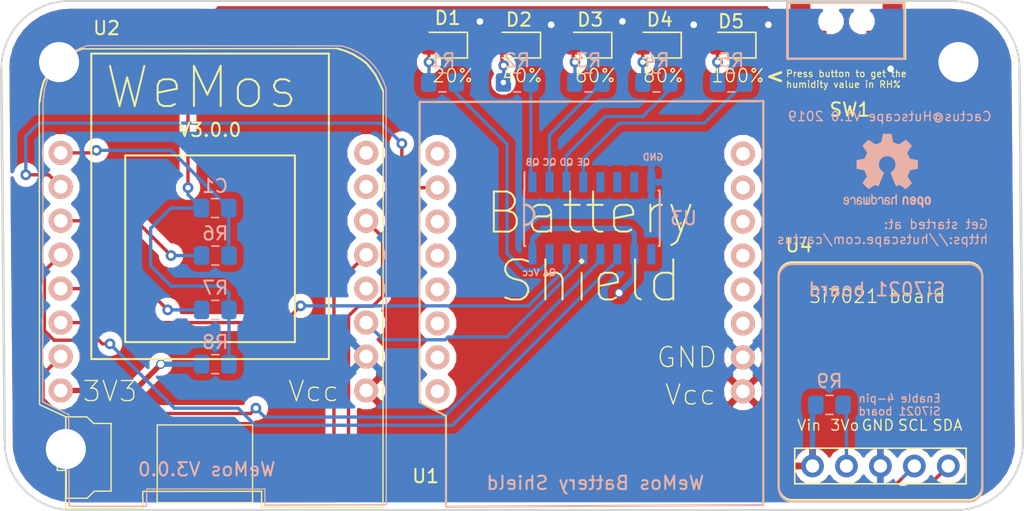
<source format=kicad_pcb>
(kicad_pcb (version 20171130) (host pcbnew "(5.0.1-3-g963ef8bb5)")

  (general
    (thickness 1.6)
    (drawings 32)
    (tracks 179)
    (zones 0)
    (modules 24)
    (nets 26)
  )

  (page A4)
  (layers
    (0 F.Cu signal)
    (31 B.Cu signal)
    (32 B.Adhes user hide)
    (33 F.Adhes user)
    (34 B.Paste user hide)
    (35 F.Paste user)
    (36 B.SilkS user hide)
    (37 F.SilkS user)
    (38 B.Mask user)
    (39 F.Mask user)
    (40 Dwgs.User user)
    (41 Cmts.User user)
    (42 Eco1.User user)
    (43 Eco2.User user)
    (44 Edge.Cuts user)
    (45 Margin user)
    (46 B.CrtYd user hide)
    (47 F.CrtYd user)
    (48 B.Fab user hide)
    (49 F.Fab user hide)
  )

  (setup
    (last_trace_width 0.25)
    (trace_clearance 0.2)
    (zone_clearance 0.508)
    (zone_45_only no)
    (trace_min 0.2)
    (segment_width 0.2)
    (edge_width 0.15)
    (via_size 0.8)
    (via_drill 0.4)
    (via_min_size 0.4)
    (via_min_drill 0.3)
    (uvia_size 0.3)
    (uvia_drill 0.1)
    (uvias_allowed no)
    (uvia_min_size 0.2)
    (uvia_min_drill 0.1)
    (pcb_text_width 0.3)
    (pcb_text_size 1.5 1.5)
    (mod_edge_width 0.15)
    (mod_text_size 1 1)
    (mod_text_width 0.15)
    (pad_size 1.7 1.7)
    (pad_drill 1)
    (pad_to_mask_clearance 0.051)
    (solder_mask_min_width 0.25)
    (aux_axis_origin 0 0)
    (visible_elements FEFFFEFF)
    (pcbplotparams
      (layerselection 0x010fc_ffffffff)
      (usegerberextensions false)
      (usegerberattributes false)
      (usegerberadvancedattributes false)
      (creategerberjobfile false)
      (excludeedgelayer true)
      (linewidth 0.100000)
      (plotframeref false)
      (viasonmask false)
      (mode 1)
      (useauxorigin false)
      (hpglpennumber 1)
      (hpglpenspeed 20)
      (hpglpendiameter 15.000000)
      (psnegative false)
      (psa4output false)
      (plotreference true)
      (plotvalue true)
      (plotinvisibletext false)
      (padsonsilk false)
      (subtractmaskfromsilk false)
      (outputformat 1)
      (mirror false)
      (drillshape 1)
      (scaleselection 1)
      (outputdirectory ""))
  )

  (net 0 "")
  (net 1 /RST)
  (net 2 "Net-(C1-Pad2)")
  (net 3 GND)
  (net 4 "Net-(D1-Pad2)")
  (net 5 "Net-(D2-Pad2)")
  (net 6 "Net-(D3-Pad2)")
  (net 7 "Net-(D4-Pad2)")
  (net 8 "Net-(D5-Pad2)")
  (net 9 /QA)
  (net 10 /QB)
  (net 11 /QC)
  (net 12 /QD)
  (net 13 /QE)
  (net 14 /D0)
  (net 15 /D6)
  (net 16 /3_3V)
  (net 17 VCC)
  (net 18 "Net-(R9-Pad2)")
  (net 19 /A0)
  (net 20 /D5)
  (net 21 /D7)
  (net 22 /D8)
  (net 23 /EN)
  (net 24 /I2C_SDA)
  (net 25 /I2C_SCL)

  (net_class Default "This is the default net class."
    (clearance 0.2)
    (trace_width 0.25)
    (via_dia 0.8)
    (via_drill 0.4)
    (uvia_dia 0.3)
    (uvia_drill 0.1)
    (add_net /A0)
    (add_net /D0)
    (add_net /D5)
    (add_net /D6)
    (add_net /D7)
    (add_net /D8)
    (add_net /EN)
    (add_net /I2C_SCL)
    (add_net /I2C_SDA)
    (add_net /QA)
    (add_net /QB)
    (add_net /QC)
    (add_net /QD)
    (add_net /QE)
    (add_net /RST)
    (add_net "Net-(C1-Pad2)")
    (add_net "Net-(D1-Pad2)")
    (add_net "Net-(D2-Pad2)")
    (add_net "Net-(D3-Pad2)")
    (add_net "Net-(D4-Pad2)")
    (add_net "Net-(D5-Pad2)")
    (add_net "Net-(R9-Pad2)")
  )

  (net_class Power ""
    (clearance 0.3)
    (trace_width 0.4)
    (via_dia 0.7)
    (via_drill 0.5)
    (uvia_dia 0.3)
    (uvia_drill 0.1)
    (add_net /3_3V)
    (add_net GND)
    (add_net VCC)
  )

  (module MountingHole:MountingHole_3mm (layer F.Cu) (tedit 5C9C6635) (tstamp 5CA9D456)
    (at 118.872 84.328)
    (descr "Mounting Hole 3mm, no annular")
    (tags "mounting hole 3mm no annular")
    (attr virtual)
    (fp_text reference REF** (at 4.064 0) (layer F.SilkS) hide
      (effects (font (size 1 1) (thickness 0.15)))
    )
    (fp_text value MountingHole_3mm (at 0 4) (layer F.Fab)
      (effects (font (size 1 1) (thickness 0.15)))
    )
    (fp_text user %R (at 0.3 0) (layer F.Fab)
      (effects (font (size 1 1) (thickness 0.15)))
    )
    (fp_circle (center 0 0) (end 3 0) (layer Cmts.User) (width 0.15))
    (fp_circle (center 0 0) (end 3.25 0) (layer F.CrtYd) (width 0.05))
    (pad 1 np_thru_hole circle (at 0 0) (size 3 3) (drill 3) (layers *.Cu *.Mask))
  )

  (module MountingHole:MountingHole_3mm (layer F.Cu) (tedit 5C9C6635) (tstamp 5CA9D148)
    (at 118.364 55.372)
    (descr "Mounting Hole 3mm, no annular")
    (tags "mounting hole 3mm no annular")
    (attr virtual)
    (fp_text reference REF** (at 2.794 -3.81) (layer F.SilkS) hide
      (effects (font (size 1 1) (thickness 0.15)))
    )
    (fp_text value MountingHole_3mm (at 0 4) (layer F.Fab)
      (effects (font (size 1 1) (thickness 0.15)))
    )
    (fp_text user %R (at 0.3 0) (layer F.Fab)
      (effects (font (size 1 1) (thickness 0.15)))
    )
    (fp_circle (center 0 0) (end 3 0) (layer Cmts.User) (width 0.15))
    (fp_circle (center 0 0) (end 3.25 0) (layer F.CrtYd) (width 0.05))
    (pad 1 np_thru_hole circle (at 0 0) (size 3 3) (drill 3) (layers *.Cu *.Mask))
  )

  (module Si7021:Si7021_breakout_board (layer F.Cu) (tedit 5C9C644F) (tstamp 5C9C62F1)
    (at 179.832 79.248)
    (descr "Through hole straight pin header, 1x05, 2.54mm pitch, single row")
    (tags "Through hole pin header THT 1x05 2.54mm single row")
    (path /5C97D9C5)
    (fp_text reference U4 (at -6.096 -10.16) (layer F.SilkS)
      (effects (font (size 1 1) (thickness 0.15)))
    )
    (fp_text value Si7021_breakout (at 0 2.54) (layer F.Fab) hide
      (effects (font (size 1 1) (thickness 0.15)))
    )
    (fp_text user SDA (at 5.0165 3.302) (layer F.SilkS)
      (effects (font (size 0.8 0.8) (thickness 0.1)))
    )
    (fp_text user SCL (at 2.413 3.302) (layer F.SilkS)
      (effects (font (size 0.8 0.8) (thickness 0.1)))
    )
    (fp_text user GND (at -0.1905 3.302) (layer F.SilkS)
      (effects (font (size 0.8 0.8) (thickness 0.1)))
    )
    (fp_text user 3Vo (at -2.667 3.302) (layer F.SilkS)
      (effects (font (size 0.8 0.8) (thickness 0.1)))
    )
    (fp_text user Vin (at -5.334 3.302) (layer F.SilkS)
      (effects (font (size 0.8 0.8) (thickness 0.1)))
    )
    (fp_text user %R (at 0 6.35) (layer F.Fab)
      (effects (font (size 1 1) (thickness 0.15)))
    )
    (fp_line (start 6.88 8.15) (end 6.88 4.55) (layer F.CrtYd) (width 0.05))
    (fp_line (start -6.87 8.15) (end 6.88 8.15) (layer F.CrtYd) (width 0.05))
    (fp_line (start -6.87 4.55) (end -6.87 8.15) (layer F.CrtYd) (width 0.05))
    (fp_line (start 6.88 4.55) (end -6.87 4.55) (layer F.CrtYd) (width 0.05))
    (fp_line (start 6.4135 5.02) (end 6.4135 7.68) (layer F.SilkS) (width 0.12))
    (fp_line (start 6.4135 7.6835) (end -6.41 7.68) (layer F.SilkS) (width 0.12))
    (fp_line (start 6.4135 5.0165) (end -6.41 5.02) (layer F.SilkS) (width 0.12))
    (fp_line (start -6.41 5.02) (end -6.41 7.68) (layer F.SilkS) (width 0.12))
    (fp_line (start 5.715 5.08) (end 6.35 5.715) (layer F.Fab) (width 0.1))
    (fp_line (start -6.35 5.08) (end 5.715 5.08) (layer F.Fab) (width 0.1))
    (fp_line (start -6.35 7.62) (end -6.35 5.08) (layer F.Fab) (width 0.1))
    (fp_line (start 6.35 7.62) (end -6.35 7.62) (layer F.Fab) (width 0.1))
    (fp_line (start 6.35 5.715) (end 6.35 7.62) (layer F.Fab) (width 0.1))
    (fp_arc (start 6.604 -7.874) (end 7.62 -7.874) (angle -90) (layer F.SilkS) (width 0.15))
    (fp_arc (start -6.604 7.874) (end -7.62 7.874) (angle -90) (layer F.SilkS) (width 0.15))
    (fp_arc (start 6.604 7.874) (end 6.604 8.89) (angle -90) (layer F.SilkS) (width 0.15))
    (fp_arc (start -6.604 -7.874) (end -6.604 -8.89) (angle -90) (layer F.SilkS) (width 0.15))
    (fp_line (start -6.604 8.89) (end 6.604 8.89) (layer F.SilkS) (width 0.15))
    (fp_line (start 7.62 7.874) (end 7.62 -7.874) (layer F.SilkS) (width 0.15))
    (fp_line (start 6.604 -8.89) (end -6.604 -8.89) (layer F.SilkS) (width 0.15))
    (fp_line (start -7.62 -7.874) (end -7.62 7.874) (layer F.SilkS) (width 0.15))
    (fp_arc (start -6.583883 8.002361) (end -6.583883 9.018361) (angle 90) (layer B.SilkS) (width 0.15))
    (fp_line (start 7.640117 -7.745639) (end 7.640117 8.002361) (layer B.SilkS) (width 0.15))
    (fp_line (start 6.624117 9.018361) (end -6.583883 9.018361) (layer B.SilkS) (width 0.15))
    (fp_arc (start 6.624117 8.002361) (end 7.640117 8.002361) (angle 90) (layer B.SilkS) (width 0.15))
    (fp_line (start -7.599883 8.002361) (end -7.599883 -7.745639) (layer B.SilkS) (width 0.15))
    (fp_line (start -6.583883 -8.761639) (end 6.624117 -8.761639) (layer B.SilkS) (width 0.15))
    (fp_arc (start 6.624117 -7.745639) (end 6.624117 -8.761639) (angle 90) (layer B.SilkS) (width 0.15))
    (fp_arc (start -6.583883 -7.745639) (end -7.599883 -7.745639) (angle 90) (layer B.SilkS) (width 0.15))
    (pad 5 thru_hole oval (at -5.08 6.35 270) (size 1.7 1.7) (drill 1) (layers *.Cu *.Mask)
      (net 17 VCC))
    (pad 4 thru_hole oval (at -2.54 6.35 270) (size 1.7 1.7) (drill 1) (layers *.Cu *.Mask)
      (net 18 "Net-(R9-Pad2)"))
    (pad 3 thru_hole oval (at 0 6.35 270) (size 1.7 1.7) (drill 1) (layers *.Cu *.Mask)
      (net 3 GND))
    (pad 2 thru_hole oval (at 2.54 6.35 270) (size 1.7 1.7) (drill 1) (layers *.Cu *.Mask)
      (net 25 /I2C_SCL))
    (pad 1 thru_hole circle (at 5.08 6.35 270) (size 1.7 1.7) (drill 1) (layers *.Cu *.Mask)
      (net 24 /I2C_SDA))
    (model ${KISYS3DMOD}/Connector_PinHeader_2.54mm.3dshapes/PinHeader_1x05_P2.54mm_Vertical.wrl
      (at (xyz 0 0 0))
      (scale (xyz 1 1 1))
      (rotate (xyz 0 0 0))
    )
  )

  (module WeMos:D1_mini_board (layer F.Cu) (tedit 5C99DBFC) (tstamp 5CA2585B)
    (at 130.302 70.612)
    (path /5C9440E1)
    (fp_text reference U2 (at -8.382 -17.78) (layer F.SilkS)
      (effects (font (size 1 1) (thickness 0.15)))
    )
    (fp_text value WeMos_D1_mini (at -0.254 -17.526) (layer F.Fab)
      (effects (font (size 1 1) (thickness 0.15)))
    )
    (fp_line (start -10.8585 -16.002) (end -9.7155 -16.51) (layer F.Fab) (width 0.15))
    (fp_line (start -11.938 -15.3035) (end -10.8585 -16.002) (layer F.Fab) (width 0.15))
    (fp_line (start -12.7 -14.478) (end -11.938 -15.3035) (layer F.Fab) (width 0.15))
    (fp_line (start -13.1445 -13.589) (end -12.7 -14.478) (layer F.Fab) (width 0.15))
    (fp_line (start -13.462 -12.192) (end -13.1445 -13.589) (layer F.Fab) (width 0.15))
    (fp_line (start -13.3985 10.3505) (end -13.462 -12.192) (layer F.Fab) (width 0.15))
    (fp_line (start -12.192 10.9855) (end -13.3985 10.3505) (layer F.Fab) (width 0.15))
    (fp_line (start -12.192 18.161) (end -12.192 10.9855) (layer F.Fab) (width 0.15))
    (fp_line (start 12.2555 18.034) (end -12.192 18.161) (layer F.Fab) (width 0.15))
    (fp_line (start 12.5095 -13.1445) (end 12.2555 18.034) (layer F.Fab) (width 0.15))
    (fp_line (start 12.3825 -13.716) (end 12.5095 -13.1445) (layer F.Fab) (width 0.15))
    (fp_line (start 12.0015 -14.4145) (end 12.3825 -13.716) (layer F.Fab) (width 0.15))
    (fp_line (start 11.4935 -15.113) (end 12.0015 -14.4145) (layer F.Fab) (width 0.15))
    (fp_line (start 11.049 -15.621) (end 11.4935 -15.113) (layer F.Fab) (width 0.15))
    (fp_line (start 10.3505 -16.002) (end 11.049 -15.621) (layer F.Fab) (width 0.15))
    (fp_line (start 9.2075 -16.4465) (end 10.3505 -16.002) (layer F.Fab) (width 0.15))
    (fp_line (start -9.7155 -16.51) (end 9.2075 -16.4465) (layer F.Fab) (width 0.15))
    (fp_line (start -10.8585 -16.002) (end -10.16 -16.256) (layer F.SilkS) (width 0.15))
    (fp_line (start -11.303 -15.748) (end -10.8585 -16.002) (layer F.SilkS) (width 0.15))
    (fp_line (start -11.8745 -15.367) (end -11.303 -15.748) (layer F.SilkS) (width 0.15))
    (fp_line (start -12.319 -14.9225) (end -11.8745 -15.367) (layer F.SilkS) (width 0.15))
    (fp_line (start -12.7 -14.478) (end -12.319 -14.9225) (layer F.SilkS) (width 0.15))
    (fp_line (start -13.081 -13.7795) (end -12.7 -14.478) (layer F.SilkS) (width 0.15))
    (fp_line (start -13.2715 -13.081) (end -13.081 -13.7795) (layer F.SilkS) (width 0.15))
    (fp_line (start -13.3985 -12.2555) (end -13.2715 -13.081) (layer F.SilkS) (width 0.15))
    (fp_line (start 12.0015 -13.7795) (end 12.319 -13.081) (layer F.SilkS) (width 0.15))
    (fp_line (start 11.7475 -14.2875) (end 12.0015 -13.7795) (layer F.SilkS) (width 0.15))
    (fp_line (start 11.3665 -14.7955) (end 11.7475 -14.2875) (layer F.SilkS) (width 0.15))
    (fp_line (start 11.049 -15.1765) (end 11.3665 -14.7955) (layer F.SilkS) (width 0.15))
    (fp_line (start 10.6045 -15.494) (end 11.049 -15.1765) (layer F.SilkS) (width 0.15))
    (fp_line (start 10.0965 -15.8115) (end 10.6045 -15.494) (layer F.SilkS) (width 0.15))
    (fp_line (start 9.525 -16.0655) (end 10.0965 -15.8115) (layer F.SilkS) (width 0.15))
    (fp_line (start 8.89 -16.256) (end 9.525 -16.0655) (layer F.SilkS) (width 0.15))
    (fp_line (start -13.3985 10.3505) (end -13.423448 -12.204592) (layer F.SilkS) (width 0.1))
    (fp_line (start -13.373546 10.405604) (end -11.43 11.303) (layer F.SilkS) (width 0.1))
    (fp_line (start 12.319 -13.081) (end 12.305002 18.089151) (layer F.SilkS) (width 0.1))
    (fp_line (start -11.452472 18.182228) (end -11.422678 11.373885) (layer F.SilkS) (width 0.1))
    (fp_line (start -11.198472 17.991728) (end -5.38718 17.991728) (layer B.SilkS) (width 0.1))
    (fp_line (start 3.214397 18.071422) (end 12.295193 18.0975) (layer F.SilkS) (width 0.1))
    (fp_line (start 3.216373 18.0975) (end 3.214397 16.895247) (layer F.SilkS) (width 0.1))
    (fp_line (start -5.588 16.891) (end 3.243222 16.884312) (layer F.SilkS) (width 0.1))
    (fp_line (start -5.677831 16.877567) (end -5.6515 18.161) (layer F.SilkS) (width 0.1))
    (fp_line (start -12.068119 13.321364) (end -11.450758 13.321364) (layer F.SilkS) (width 0.1))
    (fp_line (start -12.068119 15.314558) (end -12.068119 13.321364) (layer F.SilkS) (width 0.1))
    (fp_line (start -11.41548 15.314558) (end -12.068119 15.314558) (layer F.SilkS) (width 0.1))
    (fp_line (start -11.433119 11.310531) (end -11.380202 17.395947) (layer F.SilkS) (width 0.1))
    (fp_line (start -9.863258 11.310531) (end -11.433119 11.310531) (layer F.SilkS) (width 0.1))
    (fp_line (start -9.334091 11.80442) (end -9.863258 11.310531) (layer F.SilkS) (width 0.1))
    (fp_line (start -8.046452 11.80442) (end -9.334091 11.80442) (layer F.SilkS) (width 0.1))
    (fp_line (start -8.046452 16.866781) (end -8.046452 11.80442) (layer F.SilkS) (width 0.1))
    (fp_line (start -9.298813 16.866781) (end -8.046452 16.866781) (layer F.SilkS) (width 0.1))
    (fp_line (start -9.82798 17.395947) (end -9.298813 16.866781) (layer F.SilkS) (width 0.1))
    (fp_line (start -11.380202 17.395947) (end -9.82798 17.395947) (layer F.SilkS) (width 0.1))
    (fp_line (start 8.89 -16.256) (end -10.147913 -16.227242) (layer F.SilkS) (width 0.1))
    (fp_line (start 2.54465 11.9148) (end 2.54465 17.728537) (layer F.SilkS) (width 0.1))
    (fp_line (start -4.594931 11.9148) (end 2.54465 11.9148) (layer F.SilkS) (width 0.1))
    (fp_line (start -4.594931 17.728537) (end -4.594931 11.9148) (layer F.SilkS) (width 0.1))
    (fp_line (start 2.54465 17.728537) (end -4.594931 17.728537) (layer F.SilkS) (width 0.1))
    (fp_text user "WeMos V3.0.0" (at -0.889 15.24 180) (layer B.SilkS)
      (effects (font (size 1 1) (thickness 0.15)) (justify mirror))
    )
    (fp_line (start -11.21348 11.138681) (end -11.183686 17.947024) (layer B.SilkS) (width 0.1))
    (fp_line (start -13.157026 10.177785) (end -11.21348 11.138681) (layer B.SilkS) (width 0.1))
    (fp_line (start -13.132078 -12.377307) (end -13.157026 10.177785) (layer B.SilkS) (width 0.1))
    (fp_line (start -13.016482 -13.270075) (end -13.132078 -12.377307) (layer B.SilkS) (width 0.1))
    (fp_line (start -12.788122 -14.025113) (end -13.016482 -13.270075) (layer B.SilkS) (width 0.1))
    (fp_line (start -12.460595 -14.65696) (end -12.788122 -14.025113) (layer B.SilkS) (width 0.1))
    (fp_line (start -12.047503 -15.180158) (end -12.460595 -14.65696) (layer B.SilkS) (width 0.1))
    (fp_line (start -11.562445 -15.609243) (end -12.047503 -15.180158) (layer B.SilkS) (width 0.1))
    (fp_line (start -11.019018 -15.958758) (end -11.562445 -15.609243) (layer B.SilkS) (width 0.1))
    (fp_line (start -10.430824 -16.243241) (end -11.019018 -15.958758) (layer B.SilkS) (width 0.1))
    (fp_line (start -9.81146 -16.477234) (end -10.430824 -16.243241) (layer B.SilkS) (width 0.1))
    (fp_line (start 9.226453 -16.448476) (end -9.81146 -16.477234) (layer B.SilkS) (width 0.1))
    (fp_line (start 9.82425 -16.26281) (end 9.226453 -16.448476) (layer B.SilkS) (width 0.1))
    (fp_line (start 10.36844 -16.015877) (end 9.82425 -16.26281) (layer B.SilkS) (width 0.1))
    (fp_line (start 10.859512 -15.708241) (end 10.36844 -16.015877) (layer B.SilkS) (width 0.1))
    (fp_line (start 11.297953 -15.340452) (end 10.859512 -15.708241) (layer B.SilkS) (width 0.1))
    (fp_line (start 11.684253 -14.913077) (end 11.297953 -15.340452) (layer B.SilkS) (width 0.1))
    (fp_line (start 12.018901 -14.426667) (end 11.684253 -14.913077) (layer B.SilkS) (width 0.1))
    (fp_line (start 12.302384 -13.881786) (end 12.018901 -14.426667) (layer B.SilkS) (width 0.1))
    (fp_line (start 12.535195 -13.278993) (end 12.302384 -13.881786) (layer B.SilkS) (width 0.1))
    (fp_line (start 12.549193 17.891158) (end 12.535195 -13.278993) (layer B.SilkS) (width 0.1))
    (fp_line (start 3.468397 17.917236) (end 12.549193 17.891158) (layer B.SilkS) (width 0.1))
    (fp_line (start 3.470373 16.714983) (end 3.468397 17.917236) (layer B.SilkS) (width 0.1))
    (fp_line (start -5.360849 16.708295) (end 3.470373 16.714983) (layer B.SilkS) (width 0.1))
    (fp_line (start -5.38718 17.991728) (end -5.360849 16.708295) (layer B.SilkS) (width 0.1))
    (fp_line (start -11.452472 18.182228) (end -5.64118 18.182228) (layer F.SilkS) (width 0.1))
    (fp_line (start 8.255 -15.875) (end 8.255 6.985) (layer F.SilkS) (width 0.15))
    (fp_line (start -9.525 -15.875) (end 8.255 -15.875) (layer F.SilkS) (width 0.15))
    (fp_line (start -9.525 6.985) (end -9.525 -15.875) (layer F.SilkS) (width 0.15))
    (fp_line (start 8.255 6.985) (end -9.525 6.985) (layer F.SilkS) (width 0.15))
    (fp_line (start -6.985 5.715) (end 5.715 5.715) (layer F.SilkS) (width 0.15))
    (fp_line (start -6.985 -8.255) (end -6.985 5.715) (layer F.SilkS) (width 0.15))
    (fp_line (start 5.715 -8.255) (end -6.985 -8.255) (layer F.SilkS) (width 0.15))
    (fp_line (start 5.715 5.715) (end 5.715 -8.255) (layer F.SilkS) (width 0.15))
    (fp_text user WeMos (at -1.27 -13.335 180) (layer F.SilkS)
      (effects (font (size 3 3) (thickness 0.15)))
    )
    (fp_text user V3.0.0 (at -0.635 -10.16) (layer F.SilkS)
      (effects (font (size 1 1) (thickness 0.15)))
    )
    (pad 9 thru_hole circle (at -11.811 -8.4455 180) (size 1.8 1.8) (drill 1.016) (layers *.Cu *.Mask B.SilkS)
      (net 1 /RST))
    (pad 10 thru_hole circle (at -11.811 -5.9055 180) (size 1.8 1.8) (drill 1.016) (layers *.Cu *.Mask B.SilkS)
      (net 19 /A0))
    (pad 11 thru_hole circle (at -11.811 -3.3655 180) (size 1.8 1.8) (drill 1.016) (layers *.Cu *.Mask B.SilkS)
      (net 14 /D0))
    (pad 12 thru_hole circle (at -11.811 -0.8255 180) (size 1.8 1.8) (drill 1.016) (layers *.Cu *.Mask B.SilkS)
      (net 20 /D5))
    (pad 13 thru_hole circle (at -11.811 1.7145 180) (size 1.8 1.8) (drill 1.016) (layers *.Cu *.Mask B.SilkS)
      (net 15 /D6))
    (pad 14 thru_hole circle (at -11.811 4.2545 180) (size 1.8 1.8) (drill 1.016) (layers *.Cu *.Mask B.SilkS)
      (net 21 /D7))
    (pad 15 thru_hole circle (at -11.811 6.7945 180) (size 1.8 1.8) (drill 1.016) (layers *.Cu *.Mask B.SilkS)
      (net 22 /D8))
    (pad 16 thru_hole circle (at -11.811 9.3345 180) (size 1.8 1.8) (drill 1.016) (layers *.Cu *.Mask B.SilkS)
      (net 16 /3_3V))
    (pad 1 thru_hole circle (at 11.049 9.3345 180) (size 1.8 1.8) (drill 1.016) (layers *.Cu *.Mask B.SilkS)
      (net 17 VCC))
    (pad 2 thru_hole circle (at 11.049 6.7945 180) (size 1.8 1.8) (drill 1.016) (layers *.Cu *.Mask B.SilkS)
      (net 3 GND))
    (pad 3 thru_hole circle (at 11.049 4.2545 180) (size 1.8 1.8) (drill 1.016) (layers *.Cu *.Mask B.SilkS)
      (net 23 /EN))
    (pad 4 thru_hole circle (at 11.049 1.7145 180) (size 1.8 1.8) (drill 1.016) (layers *.Cu *.Mask B.SilkS))
    (pad 5 thru_hole circle (at 11.049 -0.8255 180) (size 1.8 1.8) (drill 1.016) (layers *.Cu *.Mask B.SilkS)
      (net 24 /I2C_SDA))
    (pad 6 thru_hole circle (at 11.049 -3.3655 180) (size 1.8 1.8) (drill 1.016) (layers *.Cu *.Mask B.SilkS)
      (net 25 /I2C_SCL))
    (pad 7 thru_hole circle (at 11.049 -5.9055 180) (size 1.8 1.8) (drill 1.016) (layers *.Cu *.Mask B.SilkS))
    (pad 8 thru_hole circle (at 11.049 -8.4455 180) (size 1.8 1.8) (drill 1.016) (layers *.Cu *.Mask B.SilkS))
  )

  (module WeMos:Battery_shield (layer F.Cu) (tedit 5C99DCA1) (tstamp 5CA3C512)
    (at 158.242 73.914)
    (path /5C954F32)
    (fp_text reference U1 (at -12.446 12.446) (layer F.SilkS)
      (effects (font (size 1 1) (thickness 0.15)))
    )
    (fp_text value WeMos_Battery_Shield (at 0 -19.05) (layer F.Fab)
      (effects (font (size 1 1) (thickness 0.15)))
    )
    (fp_line (start -12.8905 -15.494) (end -12.8905 -15.5575) (layer F.Fab) (width 0.15))
    (fp_line (start -12.8905 6.9215) (end -12.8905 -15.494) (layer F.Fab) (width 0.15))
    (fp_line (start -10.922 7.9375) (end -12.8905 6.9215) (layer F.Fab) (width 0.15))
    (fp_line (start -10.922 14.732) (end -10.922 7.9375) (layer F.Fab) (width 0.15))
    (fp_line (start 12.827 14.605) (end -10.922 14.732) (layer F.Fab) (width 0.15))
    (fp_line (start 12.827 -15.621) (end 12.827 14.605) (layer F.Fab) (width 0.15))
    (fp_line (start -12.8905 -15.5575) (end 12.827 -15.621) (layer F.Fab) (width 0.15))
    (fp_line (start 12.827 -15.621) (end 12.827 14.605) (layer B.SilkS) (width 0.15))
    (fp_line (start -12.8905 -15.5575) (end 12.827 -15.621) (layer B.SilkS) (width 0.15))
    (fp_line (start -10.922 14.732) (end 12.7635 14.605) (layer B.SilkS) (width 0.15))
    (fp_text user Shield (at -0.127 -2.159 180) (layer F.SilkS)
      (effects (font (size 3 3) (thickness 0.15)))
    )
    (fp_line (start -10.95948 7.900181) (end -10.929686 14.708524) (layer B.SilkS) (width 0.1))
    (fp_line (start -12.903026 6.939285) (end -10.95948 7.900181) (layer B.SilkS) (width 0.1))
    (fp_line (start -12.878078 -15.615807) (end -12.903026 6.939285) (layer B.SilkS) (width 0.1))
    (fp_text user Battery (at -0.127 -7.239 180) (layer F.SilkS)
      (effects (font (size 3 3) (thickness 0.15)))
    )
    (fp_text user "WeMos Battery Shield" (at 0.254 12.954 180) (layer B.SilkS)
      (effects (font (size 1 1) (thickness 0.15)) (justify mirror))
    )
    (fp_line (start -12.8905 -15.5575) (end 12.827 -15.621) (layer F.SilkS) (width 0.15))
    (fp_line (start 12.827 -15.621) (end 12.827 14.605) (layer F.SilkS) (width 0.15))
    (fp_line (start 12.827 14.605) (end -10.922 14.732) (layer F.SilkS) (width 0.15))
    (fp_line (start -10.922 14.732) (end -10.922 7.9375) (layer F.SilkS) (width 0.15))
    (fp_line (start -10.922 7.9375) (end -12.8905 6.9215) (layer F.SilkS) (width 0.15))
    (fp_line (start -12.8905 6.9215) (end -12.8905 -15.5575) (layer F.SilkS) (width 0.15))
    (pad 9 thru_hole circle (at -11.557 -11.684 180) (size 1.8 1.8) (drill 1.016) (layers *.Cu *.Mask B.SilkS))
    (pad 10 thru_hole circle (at -11.557 -9.144 180) (size 1.8 1.8) (drill 1.016) (layers *.Cu *.Mask B.SilkS)
      (net 19 /A0))
    (pad 11 thru_hole circle (at -11.557 -6.604 180) (size 1.8 1.8) (drill 1.016) (layers *.Cu *.Mask B.SilkS))
    (pad 12 thru_hole circle (at -11.557 -4.064 180) (size 1.8 1.8) (drill 1.016) (layers *.Cu *.Mask B.SilkS))
    (pad 13 thru_hole circle (at -11.557 -1.524 180) (size 1.8 1.8) (drill 1.016) (layers *.Cu *.Mask B.SilkS))
    (pad 14 thru_hole circle (at -11.557 1.016 180) (size 1.8 1.8) (drill 1.016) (layers *.Cu *.Mask B.SilkS))
    (pad 15 thru_hole circle (at -11.557 3.556 180) (size 1.8 1.8) (drill 1.016) (layers *.Cu *.Mask B.SilkS))
    (pad 16 thru_hole circle (at -11.557 6.096 180) (size 1.8 1.8) (drill 1.016) (layers *.Cu *.Mask B.SilkS))
    (pad 1 thru_hole circle (at 11.303 6.096 180) (size 1.8 1.8) (drill 1.016) (layers *.Cu *.Mask B.SilkS)
      (net 17 VCC))
    (pad 2 thru_hole circle (at 11.303 3.556 180) (size 1.8 1.8) (drill 1.016) (layers *.Cu *.Mask B.SilkS)
      (net 3 GND))
    (pad 3 thru_hole circle (at 11.303 1.016 180) (size 1.8 1.8) (drill 1.016) (layers *.Cu *.Mask B.SilkS))
    (pad 4 thru_hole circle (at 11.303 -1.524 180) (size 1.8 1.8) (drill 1.016) (layers *.Cu *.Mask B.SilkS))
    (pad 5 thru_hole circle (at 11.303 -4.064 180) (size 1.8 1.8) (drill 1.016) (layers *.Cu *.Mask B.SilkS))
    (pad 6 thru_hole circle (at 11.303 -6.604 180) (size 1.8 1.8) (drill 1.016) (layers *.Cu *.Mask B.SilkS))
    (pad 7 thru_hole circle (at 11.303 -9.144 180) (size 1.8 1.8) (drill 1.016) (layers *.Cu *.Mask B.SilkS))
    (pad 8 thru_hole circle (at 11.303 -11.684 180) (size 1.8 1.8) (drill 1.016) (layers *.Cu *.Mask B.SilkS))
  )

  (module Switch_Tactile_pushbutton:Tactile_pushbutton (layer F.Cu) (tedit 5C99C65E) (tstamp 5CA3CF21)
    (at 177.292 52.324)
    (path /5C85EE0D)
    (fp_text reference SW1 (at 0.254 6.604) (layer F.SilkS)
      (effects (font (size 1 1) (thickness 0.15)))
    )
    (fp_text value SW_Push (at 7.874 0.508) (layer F.Fab)
      (effects (font (size 1 1) (thickness 0.15)))
    )
    (fp_line (start -4.445 2.921) (end -4.445 -1.397) (layer F.CrtYd) (width 0.15))
    (fp_line (start 4.445 2.921) (end -4.445 2.921) (layer F.CrtYd) (width 0.15))
    (fp_line (start 4.445 -1.397) (end 4.445 2.921) (layer F.CrtYd) (width 0.15))
    (fp_line (start -4.445 -1.397) (end 4.445 -1.397) (layer F.CrtYd) (width 0.15))
    (fp_line (start -4.445 2.794) (end -4.445 -1.397) (layer B.SilkS) (width 0.15))
    (fp_line (start 4.318 2.794) (end -4.445 2.794) (layer B.SilkS) (width 0.15))
    (fp_line (start 4.318 -1.397) (end 4.318 2.794) (layer B.SilkS) (width 0.15))
    (fp_line (start -4.445 -1.397) (end 4.318 -1.397) (layer B.SilkS) (width 0.15))
    (fp_line (start -4.4 2.8) (end -4.4 -1.4) (layer F.SilkS) (width 0.15))
    (fp_line (start 4.4 2.8) (end -4.4 2.8) (layer F.SilkS) (width 0.15))
    (fp_line (start 4.4 -1.4) (end 4.4 2.8) (layer F.SilkS) (width 0.15))
    (fp_line (start -4.4 -1.4) (end 4.4 -1.4) (layer F.SilkS) (width 0.15))
    (pad "" smd rect (at -3.45 -0.55) (size 1.5 1.5) (layers F.Cu F.Paste F.Mask))
    (pad "" np_thru_hole circle (at 1.15 0) (size 0.9 0.9) (drill 0.9) (layers *.Cu *.Mask))
    (pad 1 smd rect (at -2.1 1.3) (size 1.2 1.2) (layers F.Cu F.Paste F.Mask)
      (net 2 "Net-(C1-Pad2)"))
    (pad 2 smd rect (at 2.1 1.3) (size 1.2 1.2) (layers F.Cu F.Paste F.Mask)
      (net 3 GND))
    (pad "" np_thru_hole circle (at -1.15 0) (size 0.9 0.9) (drill 0.9) (layers *.Cu *.Mask))
    (pad "" smd rect (at 3.45 -0.55) (size 1.5 1.5) (layers F.Cu F.Paste F.Mask))
  )

  (module Package_SO:SOIC-16_3.9x9.9mm_P1.27mm (layer B.Cu) (tedit 5A02F2D3) (tstamp 5C997C7A)
    (at 158.242 67.056 270)
    (descr "16-Lead Plastic Small Outline (SL) - Narrow, 3.90 mm Body [SOIC] (see Microchip Packaging Specification 00000049BS.pdf)")
    (tags "SOIC 1.27")
    (path /5C77296E)
    (attr smd)
    (fp_text reference U3 (at 0 -6.858 180) (layer B.SilkS)
      (effects (font (size 1 1) (thickness 0.15)) (justify mirror))
    )
    (fp_text value 74HC595 (at 0 -6 270) (layer B.Fab)
      (effects (font (size 1 1) (thickness 0.15)) (justify mirror))
    )
    (fp_text user %R (at 0 0.508 270) (layer B.Fab)
      (effects (font (size 0.9 0.9) (thickness 0.135)) (justify mirror))
    )
    (fp_line (start -0.95 4.95) (end 1.95 4.95) (layer B.Fab) (width 0.15))
    (fp_line (start 1.95 4.95) (end 1.95 -4.95) (layer B.Fab) (width 0.15))
    (fp_line (start 1.95 -4.95) (end -1.95 -4.95) (layer B.Fab) (width 0.15))
    (fp_line (start -1.95 -4.95) (end -1.95 3.95) (layer B.Fab) (width 0.15))
    (fp_line (start -1.95 3.95) (end -0.95 4.95) (layer B.Fab) (width 0.15))
    (fp_line (start -3.7 5.25) (end -3.7 -5.25) (layer B.CrtYd) (width 0.05))
    (fp_line (start 3.7 5.25) (end 3.7 -5.25) (layer B.CrtYd) (width 0.05))
    (fp_line (start -3.7 5.25) (end 3.7 5.25) (layer B.CrtYd) (width 0.05))
    (fp_line (start -3.7 -5.25) (end 3.7 -5.25) (layer B.CrtYd) (width 0.05))
    (fp_line (start -2.075 5.075) (end -2.075 5.05) (layer B.SilkS) (width 0.15))
    (fp_line (start 2.075 5.075) (end 2.075 4.97) (layer B.SilkS) (width 0.15))
    (fp_line (start 2.075 -5.075) (end 2.075 -4.97) (layer B.SilkS) (width 0.15))
    (fp_line (start -2.075 -5.075) (end -2.075 -4.97) (layer B.SilkS) (width 0.15))
    (fp_line (start -2.075 5.075) (end 2.075 5.075) (layer B.SilkS) (width 0.15))
    (fp_line (start -2.075 -5.075) (end 2.075 -5.075) (layer B.SilkS) (width 0.15))
    (fp_line (start -2.075 5.05) (end -3.45 5.05) (layer B.SilkS) (width 0.15))
    (pad 1 smd rect (at -2.7 4.445 270) (size 1.5 0.6) (layers B.Cu B.Paste B.Mask)
      (net 10 /QB))
    (pad 2 smd rect (at -2.7 3.175 270) (size 1.5 0.6) (layers B.Cu B.Paste B.Mask)
      (net 11 /QC))
    (pad 3 smd rect (at -2.7 1.905 270) (size 1.5 0.6) (layers B.Cu B.Paste B.Mask)
      (net 12 /QD))
    (pad 4 smd rect (at -2.7 0.635 270) (size 1.5 0.6) (layers B.Cu B.Paste B.Mask)
      (net 13 /QE))
    (pad 5 smd rect (at -2.7 -0.635 270) (size 1.5 0.6) (layers B.Cu B.Paste B.Mask))
    (pad 6 smd rect (at -2.7 -1.905 270) (size 1.5 0.6) (layers B.Cu B.Paste B.Mask))
    (pad 7 smd rect (at -2.7 -3.175 270) (size 1.5 0.6) (layers B.Cu B.Paste B.Mask))
    (pad 8 smd rect (at -2.7 -4.445 270) (size 1.5 0.6) (layers B.Cu B.Paste B.Mask)
      (net 3 GND))
    (pad 9 smd rect (at 2.7 -4.445 270) (size 1.5 0.6) (layers B.Cu B.Paste B.Mask))
    (pad 10 smd rect (at 2.7 -3.175 270) (size 1.5 0.6) (layers B.Cu B.Paste B.Mask)
      (net 17 VCC))
    (pad 11 smd rect (at 2.7 -1.905 270) (size 1.5 0.6) (layers B.Cu B.Paste B.Mask)
      (net 20 /D5))
    (pad 12 smd rect (at 2.7 -0.635 270) (size 1.5 0.6) (layers B.Cu B.Paste B.Mask)
      (net 22 /D8))
    (pad 13 smd rect (at 2.7 0.635 270) (size 1.5 0.6) (layers B.Cu B.Paste B.Mask)
      (net 23 /EN))
    (pad 14 smd rect (at 2.7 1.905 270) (size 1.5 0.6) (layers B.Cu B.Paste B.Mask)
      (net 21 /D7))
    (pad 15 smd rect (at 2.7 3.175 270) (size 1.5 0.6) (layers B.Cu B.Paste B.Mask)
      (net 9 /QA))
    (pad 16 smd rect (at 2.7 4.445 270) (size 1.5 0.6) (layers B.Cu B.Paste B.Mask)
      (net 17 VCC))
    (model ${KISYS3DMOD}/Package_SO.3dshapes/SOIC-16_3.9x9.9mm_P1.27mm.wrl
      (at (xyz 0 0 0))
      (scale (xyz 1 1 1))
      (rotate (xyz 0 0 0))
    )
  )

  (module Capacitor_SMD:C_0805_2012Metric_Pad1.15x1.40mm_HandSolder (layer B.Cu) (tedit 5B36C52B) (tstamp 5CA3CFFC)
    (at 130.039 66.294 180)
    (descr "Capacitor SMD 0805 (2012 Metric), square (rectangular) end terminal, IPC_7351 nominal with elongated pad for handsoldering. (Body size source: https://docs.google.com/spreadsheets/d/1BsfQQcO9C6DZCsRaXUlFlo91Tg2WpOkGARC1WS5S8t0/edit?usp=sharing), generated with kicad-footprint-generator")
    (tags "capacitor handsolder")
    (path /5C773EE5)
    (attr smd)
    (fp_text reference C1 (at 0 1.65 180) (layer B.SilkS)
      (effects (font (size 1 1) (thickness 0.15)) (justify mirror))
    )
    (fp_text value 10u (at 0 -1.65 180) (layer B.Fab)
      (effects (font (size 1 1) (thickness 0.15)) (justify mirror))
    )
    (fp_line (start -1 -0.6) (end -1 0.6) (layer B.Fab) (width 0.1))
    (fp_line (start -1 0.6) (end 1 0.6) (layer B.Fab) (width 0.1))
    (fp_line (start 1 0.6) (end 1 -0.6) (layer B.Fab) (width 0.1))
    (fp_line (start 1 -0.6) (end -1 -0.6) (layer B.Fab) (width 0.1))
    (fp_line (start -0.261252 0.71) (end 0.261252 0.71) (layer B.SilkS) (width 0.12))
    (fp_line (start -0.261252 -0.71) (end 0.261252 -0.71) (layer B.SilkS) (width 0.12))
    (fp_line (start -1.85 -0.95) (end -1.85 0.95) (layer B.CrtYd) (width 0.05))
    (fp_line (start -1.85 0.95) (end 1.85 0.95) (layer B.CrtYd) (width 0.05))
    (fp_line (start 1.85 0.95) (end 1.85 -0.95) (layer B.CrtYd) (width 0.05))
    (fp_line (start 1.85 -0.95) (end -1.85 -0.95) (layer B.CrtYd) (width 0.05))
    (fp_text user %R (at 0 0 180) (layer B.Fab)
      (effects (font (size 0.5 0.5) (thickness 0.08)) (justify mirror))
    )
    (pad 1 smd roundrect (at -1.025 0 180) (size 1.15 1.4) (layers B.Cu B.Paste B.Mask) (roundrect_rratio 0.217391)
      (net 1 /RST))
    (pad 2 smd roundrect (at 1.025 0 180) (size 1.15 1.4) (layers B.Cu B.Paste B.Mask) (roundrect_rratio 0.217391)
      (net 2 "Net-(C1-Pad2)"))
    (model ${KISYS3DMOD}/Capacitor_SMD.3dshapes/C_0805_2012Metric.wrl
      (at (xyz 0 0 0))
      (scale (xyz 1 1 1))
      (rotate (xyz 0 0 0))
    )
  )

  (module LED_SMD:LED_0805_2012Metric_Pad1.15x1.40mm_HandSolder (layer F.Cu) (tedit 5B4B45C9) (tstamp 5CA254B3)
    (at 147.066 54.102 180)
    (descr "LED SMD 0805 (2012 Metric), square (rectangular) end terminal, IPC_7351 nominal, (Body size source: https://docs.google.com/spreadsheets/d/1BsfQQcO9C6DZCsRaXUlFlo91Tg2WpOkGARC1WS5S8t0/edit?usp=sharing), generated with kicad-footprint-generator")
    (tags "LED handsolder")
    (path /5C862AA3)
    (attr smd)
    (fp_text reference D1 (at -0.381 2.032) (layer F.SilkS)
      (effects (font (size 1 1) (thickness 0.15)))
    )
    (fp_text value LED (at 0 1.65 180) (layer F.Fab)
      (effects (font (size 1 1) (thickness 0.15)))
    )
    (fp_line (start 1 -0.6) (end -0.7 -0.6) (layer F.Fab) (width 0.1))
    (fp_line (start -0.7 -0.6) (end -1 -0.3) (layer F.Fab) (width 0.1))
    (fp_line (start -1 -0.3) (end -1 0.6) (layer F.Fab) (width 0.1))
    (fp_line (start -1 0.6) (end 1 0.6) (layer F.Fab) (width 0.1))
    (fp_line (start 1 0.6) (end 1 -0.6) (layer F.Fab) (width 0.1))
    (fp_line (start 1 -0.96) (end -1.86 -0.96) (layer F.SilkS) (width 0.12))
    (fp_line (start -1.86 -0.96) (end -1.86 0.96) (layer F.SilkS) (width 0.12))
    (fp_line (start -1.86 0.96) (end 1 0.96) (layer F.SilkS) (width 0.12))
    (fp_line (start -1.85 0.95) (end -1.85 -0.95) (layer F.CrtYd) (width 0.05))
    (fp_line (start -1.85 -0.95) (end 1.85 -0.95) (layer F.CrtYd) (width 0.05))
    (fp_line (start 1.85 -0.95) (end 1.85 0.95) (layer F.CrtYd) (width 0.05))
    (fp_line (start 1.85 0.95) (end -1.85 0.95) (layer F.CrtYd) (width 0.05))
    (fp_text user %R (at 0 0 180) (layer F.Fab)
      (effects (font (size 0.5 0.5) (thickness 0.08)))
    )
    (pad 1 smd roundrect (at -1.025 0 180) (size 1.15 1.4) (layers F.Cu F.Paste F.Mask) (roundrect_rratio 0.217391)
      (net 3 GND))
    (pad 2 smd roundrect (at 1.025 0 180) (size 1.15 1.4) (layers F.Cu F.Paste F.Mask) (roundrect_rratio 0.217391)
      (net 4 "Net-(D1-Pad2)"))
    (model ${KISYS3DMOD}/LED_SMD.3dshapes/LED_0805_2012Metric.wrl
      (at (xyz 0 0 0))
      (scale (xyz 1 1 1))
      (rotate (xyz 0 0 0))
    )
  )

  (module LED_SMD:LED_0805_2012Metric_Pad1.15x1.40mm_HandSolder (layer F.Cu) (tedit 5B4B45C9) (tstamp 5CA254C5)
    (at 152.536 54.102 180)
    (descr "LED SMD 0805 (2012 Metric), square (rectangular) end terminal, IPC_7351 nominal, (Body size source: https://docs.google.com/spreadsheets/d/1BsfQQcO9C6DZCsRaXUlFlo91Tg2WpOkGARC1WS5S8t0/edit?usp=sharing), generated with kicad-footprint-generator")
    (tags "LED handsolder")
    (path /5C862B20)
    (attr smd)
    (fp_text reference D2 (at -0.245 1.905) (layer F.SilkS)
      (effects (font (size 1 1) (thickness 0.15)))
    )
    (fp_text value LED (at 0 1.65 180) (layer F.Fab)
      (effects (font (size 1 1) (thickness 0.15)))
    )
    (fp_text user %R (at 0 0 180) (layer F.Fab)
      (effects (font (size 0.5 0.5) (thickness 0.08)))
    )
    (fp_line (start 1.85 0.95) (end -1.85 0.95) (layer F.CrtYd) (width 0.05))
    (fp_line (start 1.85 -0.95) (end 1.85 0.95) (layer F.CrtYd) (width 0.05))
    (fp_line (start -1.85 -0.95) (end 1.85 -0.95) (layer F.CrtYd) (width 0.05))
    (fp_line (start -1.85 0.95) (end -1.85 -0.95) (layer F.CrtYd) (width 0.05))
    (fp_line (start -1.86 0.96) (end 1 0.96) (layer F.SilkS) (width 0.12))
    (fp_line (start -1.86 -0.96) (end -1.86 0.96) (layer F.SilkS) (width 0.12))
    (fp_line (start 1 -0.96) (end -1.86 -0.96) (layer F.SilkS) (width 0.12))
    (fp_line (start 1 0.6) (end 1 -0.6) (layer F.Fab) (width 0.1))
    (fp_line (start -1 0.6) (end 1 0.6) (layer F.Fab) (width 0.1))
    (fp_line (start -1 -0.3) (end -1 0.6) (layer F.Fab) (width 0.1))
    (fp_line (start -0.7 -0.6) (end -1 -0.3) (layer F.Fab) (width 0.1))
    (fp_line (start 1 -0.6) (end -0.7 -0.6) (layer F.Fab) (width 0.1))
    (pad 2 smd roundrect (at 1.025 0 180) (size 1.15 1.4) (layers F.Cu F.Paste F.Mask) (roundrect_rratio 0.217391)
      (net 5 "Net-(D2-Pad2)"))
    (pad 1 smd roundrect (at -1.025 0 180) (size 1.15 1.4) (layers F.Cu F.Paste F.Mask) (roundrect_rratio 0.217391)
      (net 3 GND))
    (model ${KISYS3DMOD}/LED_SMD.3dshapes/LED_0805_2012Metric.wrl
      (at (xyz 0 0 0))
      (scale (xyz 1 1 1))
      (rotate (xyz 0 0 0))
    )
  )

  (module LED_SMD:LED_0805_2012Metric_Pad1.15x1.40mm_HandSolder (layer F.Cu) (tedit 5B4B45C9) (tstamp 5CA254D7)
    (at 157.87 54.102 180)
    (descr "LED SMD 0805 (2012 Metric), square (rectangular) end terminal, IPC_7351 nominal, (Body size source: https://docs.google.com/spreadsheets/d/1BsfQQcO9C6DZCsRaXUlFlo91Tg2WpOkGARC1WS5S8t0/edit?usp=sharing), generated with kicad-footprint-generator")
    (tags "LED handsolder")
    (path /5C862C14)
    (attr smd)
    (fp_text reference D3 (at -0.245 1.905) (layer F.SilkS)
      (effects (font (size 1 1) (thickness 0.15)))
    )
    (fp_text value LED (at 0 1.65 180) (layer F.Fab)
      (effects (font (size 1 1) (thickness 0.15)))
    )
    (fp_line (start 1 -0.6) (end -0.7 -0.6) (layer F.Fab) (width 0.1))
    (fp_line (start -0.7 -0.6) (end -1 -0.3) (layer F.Fab) (width 0.1))
    (fp_line (start -1 -0.3) (end -1 0.6) (layer F.Fab) (width 0.1))
    (fp_line (start -1 0.6) (end 1 0.6) (layer F.Fab) (width 0.1))
    (fp_line (start 1 0.6) (end 1 -0.6) (layer F.Fab) (width 0.1))
    (fp_line (start 1 -0.96) (end -1.86 -0.96) (layer F.SilkS) (width 0.12))
    (fp_line (start -1.86 -0.96) (end -1.86 0.96) (layer F.SilkS) (width 0.12))
    (fp_line (start -1.86 0.96) (end 1 0.96) (layer F.SilkS) (width 0.12))
    (fp_line (start -1.85 0.95) (end -1.85 -0.95) (layer F.CrtYd) (width 0.05))
    (fp_line (start -1.85 -0.95) (end 1.85 -0.95) (layer F.CrtYd) (width 0.05))
    (fp_line (start 1.85 -0.95) (end 1.85 0.95) (layer F.CrtYd) (width 0.05))
    (fp_line (start 1.85 0.95) (end -1.85 0.95) (layer F.CrtYd) (width 0.05))
    (fp_text user %R (at 0 0 180) (layer F.Fab)
      (effects (font (size 0.5 0.5) (thickness 0.08)))
    )
    (pad 1 smd roundrect (at -1.025 0 180) (size 1.15 1.4) (layers F.Cu F.Paste F.Mask) (roundrect_rratio 0.217391)
      (net 3 GND))
    (pad 2 smd roundrect (at 1.025 0 180) (size 1.15 1.4) (layers F.Cu F.Paste F.Mask) (roundrect_rratio 0.217391)
      (net 6 "Net-(D3-Pad2)"))
    (model ${KISYS3DMOD}/LED_SMD.3dshapes/LED_0805_2012Metric.wrl
      (at (xyz 0 0 0))
      (scale (xyz 1 1 1))
      (rotate (xyz 0 0 0))
    )
  )

  (module LED_SMD:LED_0805_2012Metric_Pad1.15x1.40mm_HandSolder (layer F.Cu) (tedit 5B4B45C9) (tstamp 5C9A31A4)
    (at 163.068 54.102 180)
    (descr "LED SMD 0805 (2012 Metric), square (rectangular) end terminal, IPC_7351 nominal, (Body size source: https://docs.google.com/spreadsheets/d/1BsfQQcO9C6DZCsRaXUlFlo91Tg2WpOkGARC1WS5S8t0/edit?usp=sharing), generated with kicad-footprint-generator")
    (tags "LED handsolder")
    (path /5C862C76)
    (attr smd)
    (fp_text reference D4 (at -0.245 1.905) (layer F.SilkS)
      (effects (font (size 1 1) (thickness 0.15)))
    )
    (fp_text value LED (at 0 1.65 180) (layer F.Fab)
      (effects (font (size 1 1) (thickness 0.15)))
    )
    (fp_text user %R (at 0 0 180) (layer F.Fab)
      (effects (font (size 0.5 0.5) (thickness 0.08)))
    )
    (fp_line (start 1.85 0.95) (end -1.85 0.95) (layer F.CrtYd) (width 0.05))
    (fp_line (start 1.85 -0.95) (end 1.85 0.95) (layer F.CrtYd) (width 0.05))
    (fp_line (start -1.85 -0.95) (end 1.85 -0.95) (layer F.CrtYd) (width 0.05))
    (fp_line (start -1.85 0.95) (end -1.85 -0.95) (layer F.CrtYd) (width 0.05))
    (fp_line (start -1.86 0.96) (end 1 0.96) (layer F.SilkS) (width 0.12))
    (fp_line (start -1.86 -0.96) (end -1.86 0.96) (layer F.SilkS) (width 0.12))
    (fp_line (start 1 -0.96) (end -1.86 -0.96) (layer F.SilkS) (width 0.12))
    (fp_line (start 1 0.6) (end 1 -0.6) (layer F.Fab) (width 0.1))
    (fp_line (start -1 0.6) (end 1 0.6) (layer F.Fab) (width 0.1))
    (fp_line (start -1 -0.3) (end -1 0.6) (layer F.Fab) (width 0.1))
    (fp_line (start -0.7 -0.6) (end -1 -0.3) (layer F.Fab) (width 0.1))
    (fp_line (start 1 -0.6) (end -0.7 -0.6) (layer F.Fab) (width 0.1))
    (pad 2 smd roundrect (at 1.025 0 180) (size 1.15 1.4) (layers F.Cu F.Paste F.Mask) (roundrect_rratio 0.217391)
      (net 7 "Net-(D4-Pad2)"))
    (pad 1 smd roundrect (at -1.025 0 180) (size 1.15 1.4) (layers F.Cu F.Paste F.Mask) (roundrect_rratio 0.217391)
      (net 3 GND))
    (model ${KISYS3DMOD}/LED_SMD.3dshapes/LED_0805_2012Metric.wrl
      (at (xyz 0 0 0))
      (scale (xyz 1 1 1))
      (rotate (xyz 0 0 0))
    )
  )

  (module LED_SMD:LED_0805_2012Metric_Pad1.15x1.40mm_HandSolder (layer F.Cu) (tedit 5B4B45C9) (tstamp 5CA25C88)
    (at 168.656 54.102 180)
    (descr "LED SMD 0805 (2012 Metric), square (rectangular) end terminal, IPC_7351 nominal, (Body size source: https://docs.google.com/spreadsheets/d/1BsfQQcO9C6DZCsRaXUlFlo91Tg2WpOkGARC1WS5S8t0/edit?usp=sharing), generated with kicad-footprint-generator")
    (tags "LED handsolder")
    (path /5C862CE0)
    (attr smd)
    (fp_text reference D5 (at 0 1.778) (layer F.SilkS)
      (effects (font (size 1 1) (thickness 0.15)))
    )
    (fp_text value LED (at 0 1.65 180) (layer F.Fab)
      (effects (font (size 1 1) (thickness 0.15)))
    )
    (fp_line (start 1 -0.6) (end -0.7 -0.6) (layer F.Fab) (width 0.1))
    (fp_line (start -0.7 -0.6) (end -1 -0.3) (layer F.Fab) (width 0.1))
    (fp_line (start -1 -0.3) (end -1 0.6) (layer F.Fab) (width 0.1))
    (fp_line (start -1 0.6) (end 1 0.6) (layer F.Fab) (width 0.1))
    (fp_line (start 1 0.6) (end 1 -0.6) (layer F.Fab) (width 0.1))
    (fp_line (start 1 -0.96) (end -1.86 -0.96) (layer F.SilkS) (width 0.12))
    (fp_line (start -1.86 -0.96) (end -1.86 0.96) (layer F.SilkS) (width 0.12))
    (fp_line (start -1.86 0.96) (end 1 0.96) (layer F.SilkS) (width 0.12))
    (fp_line (start -1.85 0.95) (end -1.85 -0.95) (layer F.CrtYd) (width 0.05))
    (fp_line (start -1.85 -0.95) (end 1.85 -0.95) (layer F.CrtYd) (width 0.05))
    (fp_line (start 1.85 -0.95) (end 1.85 0.95) (layer F.CrtYd) (width 0.05))
    (fp_line (start 1.85 0.95) (end -1.85 0.95) (layer F.CrtYd) (width 0.05))
    (fp_text user %R (at 0 0 180) (layer F.Fab)
      (effects (font (size 0.5 0.5) (thickness 0.08)))
    )
    (pad 1 smd roundrect (at -1.025 0 180) (size 1.15 1.4) (layers F.Cu F.Paste F.Mask) (roundrect_rratio 0.217391)
      (net 3 GND))
    (pad 2 smd roundrect (at 1.025 0 180) (size 1.15 1.4) (layers F.Cu F.Paste F.Mask) (roundrect_rratio 0.217391)
      (net 8 "Net-(D5-Pad2)"))
    (model ${KISYS3DMOD}/LED_SMD.3dshapes/LED_0805_2012Metric.wrl
      (at (xyz 0 0 0))
      (scale (xyz 1 1 1))
      (rotate (xyz 0 0 0))
    )
  )

  (module Resistor_SMD:R_0805_2012Metric_Pad1.15x1.40mm_HandSolder (layer B.Cu) (tedit 5B36C52B) (tstamp 5CA2550D)
    (at 147.057 56.896 180)
    (descr "Resistor SMD 0805 (2012 Metric), square (rectangular) end terminal, IPC_7351 nominal with elongated pad for handsoldering. (Body size source: https://docs.google.com/spreadsheets/d/1BsfQQcO9C6DZCsRaXUlFlo91Tg2WpOkGARC1WS5S8t0/edit?usp=sharing), generated with kicad-footprint-generator")
    (tags "resistor handsolder")
    (path /5C871A82)
    (attr smd)
    (fp_text reference R1 (at 0 1.65 180) (layer B.SilkS)
      (effects (font (size 1 1) (thickness 0.15)) (justify mirror))
    )
    (fp_text value 1k (at 0 -1.65 180) (layer B.Fab)
      (effects (font (size 1 1) (thickness 0.15)) (justify mirror))
    )
    (fp_text user %R (at 0 0 180) (layer B.Fab)
      (effects (font (size 0.5 0.5) (thickness 0.08)) (justify mirror))
    )
    (fp_line (start 1.85 -0.95) (end -1.85 -0.95) (layer B.CrtYd) (width 0.05))
    (fp_line (start 1.85 0.95) (end 1.85 -0.95) (layer B.CrtYd) (width 0.05))
    (fp_line (start -1.85 0.95) (end 1.85 0.95) (layer B.CrtYd) (width 0.05))
    (fp_line (start -1.85 -0.95) (end -1.85 0.95) (layer B.CrtYd) (width 0.05))
    (fp_line (start -0.261252 -0.71) (end 0.261252 -0.71) (layer B.SilkS) (width 0.12))
    (fp_line (start -0.261252 0.71) (end 0.261252 0.71) (layer B.SilkS) (width 0.12))
    (fp_line (start 1 -0.6) (end -1 -0.6) (layer B.Fab) (width 0.1))
    (fp_line (start 1 0.6) (end 1 -0.6) (layer B.Fab) (width 0.1))
    (fp_line (start -1 0.6) (end 1 0.6) (layer B.Fab) (width 0.1))
    (fp_line (start -1 -0.6) (end -1 0.6) (layer B.Fab) (width 0.1))
    (pad 2 smd roundrect (at 1.025 0 180) (size 1.15 1.4) (layers B.Cu B.Paste B.Mask) (roundrect_rratio 0.217391)
      (net 4 "Net-(D1-Pad2)"))
    (pad 1 smd roundrect (at -1.025 0 180) (size 1.15 1.4) (layers B.Cu B.Paste B.Mask) (roundrect_rratio 0.217391)
      (net 9 /QA))
    (model ${KISYS3DMOD}/Resistor_SMD.3dshapes/R_0805_2012Metric.wrl
      (at (xyz 0 0 0))
      (scale (xyz 1 1 1))
      (rotate (xyz 0 0 0))
    )
  )

  (module Resistor_SMD:R_0805_2012Metric_Pad1.15x1.40mm_HandSolder (layer B.Cu) (tedit 5B36C52B) (tstamp 5CA2551D)
    (at 152.645 56.896 180)
    (descr "Resistor SMD 0805 (2012 Metric), square (rectangular) end terminal, IPC_7351 nominal with elongated pad for handsoldering. (Body size source: https://docs.google.com/spreadsheets/d/1BsfQQcO9C6DZCsRaXUlFlo91Tg2WpOkGARC1WS5S8t0/edit?usp=sharing), generated with kicad-footprint-generator")
    (tags "resistor handsolder")
    (path /5C871CA9)
    (attr smd)
    (fp_text reference R2 (at 0 1.65 180) (layer B.SilkS)
      (effects (font (size 1 1) (thickness 0.15)) (justify mirror))
    )
    (fp_text value 1k (at 0 -1.65 180) (layer B.Fab)
      (effects (font (size 1 1) (thickness 0.15)) (justify mirror))
    )
    (fp_line (start -1 -0.6) (end -1 0.6) (layer B.Fab) (width 0.1))
    (fp_line (start -1 0.6) (end 1 0.6) (layer B.Fab) (width 0.1))
    (fp_line (start 1 0.6) (end 1 -0.6) (layer B.Fab) (width 0.1))
    (fp_line (start 1 -0.6) (end -1 -0.6) (layer B.Fab) (width 0.1))
    (fp_line (start -0.261252 0.71) (end 0.261252 0.71) (layer B.SilkS) (width 0.12))
    (fp_line (start -0.261252 -0.71) (end 0.261252 -0.71) (layer B.SilkS) (width 0.12))
    (fp_line (start -1.85 -0.95) (end -1.85 0.95) (layer B.CrtYd) (width 0.05))
    (fp_line (start -1.85 0.95) (end 1.85 0.95) (layer B.CrtYd) (width 0.05))
    (fp_line (start 1.85 0.95) (end 1.85 -0.95) (layer B.CrtYd) (width 0.05))
    (fp_line (start 1.85 -0.95) (end -1.85 -0.95) (layer B.CrtYd) (width 0.05))
    (fp_text user %R (at 0 0 180) (layer B.Fab)
      (effects (font (size 0.5 0.5) (thickness 0.08)) (justify mirror))
    )
    (pad 1 smd roundrect (at -1.025 0 180) (size 1.15 1.4) (layers B.Cu B.Paste B.Mask) (roundrect_rratio 0.217391)
      (net 10 /QB))
    (pad 2 smd roundrect (at 1.025 0 180) (size 1.15 1.4) (layers B.Cu B.Paste B.Mask) (roundrect_rratio 0.217391)
      (net 5 "Net-(D2-Pad2)"))
    (model ${KISYS3DMOD}/Resistor_SMD.3dshapes/R_0805_2012Metric.wrl
      (at (xyz 0 0 0))
      (scale (xyz 1 1 1))
      (rotate (xyz 0 0 0))
    )
  )

  (module Resistor_SMD:R_0805_2012Metric_Pad1.15x1.40mm_HandSolder (layer B.Cu) (tedit 5B36C52B) (tstamp 5CA2552D)
    (at 157.979 56.896 180)
    (descr "Resistor SMD 0805 (2012 Metric), square (rectangular) end terminal, IPC_7351 nominal with elongated pad for handsoldering. (Body size source: https://docs.google.com/spreadsheets/d/1BsfQQcO9C6DZCsRaXUlFlo91Tg2WpOkGARC1WS5S8t0/edit?usp=sharing), generated with kicad-footprint-generator")
    (tags "resistor handsolder")
    (path /5C871E05)
    (attr smd)
    (fp_text reference R3 (at 0 1.65 180) (layer B.SilkS)
      (effects (font (size 1 1) (thickness 0.15)) (justify mirror))
    )
    (fp_text value 1k (at 0 -1.65 180) (layer B.Fab)
      (effects (font (size 1 1) (thickness 0.15)) (justify mirror))
    )
    (fp_text user %R (at 0 0 180) (layer B.Fab)
      (effects (font (size 0.5 0.5) (thickness 0.08)) (justify mirror))
    )
    (fp_line (start 1.85 -0.95) (end -1.85 -0.95) (layer B.CrtYd) (width 0.05))
    (fp_line (start 1.85 0.95) (end 1.85 -0.95) (layer B.CrtYd) (width 0.05))
    (fp_line (start -1.85 0.95) (end 1.85 0.95) (layer B.CrtYd) (width 0.05))
    (fp_line (start -1.85 -0.95) (end -1.85 0.95) (layer B.CrtYd) (width 0.05))
    (fp_line (start -0.261252 -0.71) (end 0.261252 -0.71) (layer B.SilkS) (width 0.12))
    (fp_line (start -0.261252 0.71) (end 0.261252 0.71) (layer B.SilkS) (width 0.12))
    (fp_line (start 1 -0.6) (end -1 -0.6) (layer B.Fab) (width 0.1))
    (fp_line (start 1 0.6) (end 1 -0.6) (layer B.Fab) (width 0.1))
    (fp_line (start -1 0.6) (end 1 0.6) (layer B.Fab) (width 0.1))
    (fp_line (start -1 -0.6) (end -1 0.6) (layer B.Fab) (width 0.1))
    (pad 2 smd roundrect (at 1.025 0 180) (size 1.15 1.4) (layers B.Cu B.Paste B.Mask) (roundrect_rratio 0.217391)
      (net 6 "Net-(D3-Pad2)"))
    (pad 1 smd roundrect (at -1.025 0 180) (size 1.15 1.4) (layers B.Cu B.Paste B.Mask) (roundrect_rratio 0.217391)
      (net 11 /QC))
    (model ${KISYS3DMOD}/Resistor_SMD.3dshapes/R_0805_2012Metric.wrl
      (at (xyz 0 0 0))
      (scale (xyz 1 1 1))
      (rotate (xyz 0 0 0))
    )
  )

  (module Resistor_SMD:R_0805_2012Metric_Pad1.15x1.40mm_HandSolder (layer B.Cu) (tedit 5B36C52B) (tstamp 5C9A3172)
    (at 163.077 56.896 180)
    (descr "Resistor SMD 0805 (2012 Metric), square (rectangular) end terminal, IPC_7351 nominal with elongated pad for handsoldering. (Body size source: https://docs.google.com/spreadsheets/d/1BsfQQcO9C6DZCsRaXUlFlo91Tg2WpOkGARC1WS5S8t0/edit?usp=sharing), generated with kicad-footprint-generator")
    (tags "resistor handsolder")
    (path /5C871EB9)
    (attr smd)
    (fp_text reference R4 (at 0 1.65 180) (layer B.SilkS)
      (effects (font (size 1 1) (thickness 0.15)) (justify mirror))
    )
    (fp_text value 1k (at 0 -1.65 180) (layer B.Fab)
      (effects (font (size 1 1) (thickness 0.15)) (justify mirror))
    )
    (fp_line (start -1 -0.6) (end -1 0.6) (layer B.Fab) (width 0.1))
    (fp_line (start -1 0.6) (end 1 0.6) (layer B.Fab) (width 0.1))
    (fp_line (start 1 0.6) (end 1 -0.6) (layer B.Fab) (width 0.1))
    (fp_line (start 1 -0.6) (end -1 -0.6) (layer B.Fab) (width 0.1))
    (fp_line (start -0.261252 0.71) (end 0.261252 0.71) (layer B.SilkS) (width 0.12))
    (fp_line (start -0.261252 -0.71) (end 0.261252 -0.71) (layer B.SilkS) (width 0.12))
    (fp_line (start -1.85 -0.95) (end -1.85 0.95) (layer B.CrtYd) (width 0.05))
    (fp_line (start -1.85 0.95) (end 1.85 0.95) (layer B.CrtYd) (width 0.05))
    (fp_line (start 1.85 0.95) (end 1.85 -0.95) (layer B.CrtYd) (width 0.05))
    (fp_line (start 1.85 -0.95) (end -1.85 -0.95) (layer B.CrtYd) (width 0.05))
    (fp_text user %R (at 0 0 180) (layer B.Fab)
      (effects (font (size 0.5 0.5) (thickness 0.08)) (justify mirror))
    )
    (pad 1 smd roundrect (at -1.025 0 180) (size 1.15 1.4) (layers B.Cu B.Paste B.Mask) (roundrect_rratio 0.217391)
      (net 12 /QD))
    (pad 2 smd roundrect (at 1.025 0 180) (size 1.15 1.4) (layers B.Cu B.Paste B.Mask) (roundrect_rratio 0.217391)
      (net 7 "Net-(D4-Pad2)"))
    (model ${KISYS3DMOD}/Resistor_SMD.3dshapes/R_0805_2012Metric.wrl
      (at (xyz 0 0 0))
      (scale (xyz 1 1 1))
      (rotate (xyz 0 0 0))
    )
  )

  (module Resistor_SMD:R_0805_2012Metric_Pad1.15x1.40mm_HandSolder (layer B.Cu) (tedit 5B36C52B) (tstamp 5CA2554D)
    (at 168.665 56.896 180)
    (descr "Resistor SMD 0805 (2012 Metric), square (rectangular) end terminal, IPC_7351 nominal with elongated pad for handsoldering. (Body size source: https://docs.google.com/spreadsheets/d/1BsfQQcO9C6DZCsRaXUlFlo91Tg2WpOkGARC1WS5S8t0/edit?usp=sharing), generated with kicad-footprint-generator")
    (tags "resistor handsolder")
    (path /5C871F77)
    (attr smd)
    (fp_text reference R5 (at 0 1.65 180) (layer B.SilkS)
      (effects (font (size 1 1) (thickness 0.15)) (justify mirror))
    )
    (fp_text value 1k (at 0 -1.65 180) (layer B.Fab)
      (effects (font (size 1 1) (thickness 0.15)) (justify mirror))
    )
    (fp_text user %R (at 0 0 180) (layer B.Fab)
      (effects (font (size 0.5 0.5) (thickness 0.08)) (justify mirror))
    )
    (fp_line (start 1.85 -0.95) (end -1.85 -0.95) (layer B.CrtYd) (width 0.05))
    (fp_line (start 1.85 0.95) (end 1.85 -0.95) (layer B.CrtYd) (width 0.05))
    (fp_line (start -1.85 0.95) (end 1.85 0.95) (layer B.CrtYd) (width 0.05))
    (fp_line (start -1.85 -0.95) (end -1.85 0.95) (layer B.CrtYd) (width 0.05))
    (fp_line (start -0.261252 -0.71) (end 0.261252 -0.71) (layer B.SilkS) (width 0.12))
    (fp_line (start -0.261252 0.71) (end 0.261252 0.71) (layer B.SilkS) (width 0.12))
    (fp_line (start 1 -0.6) (end -1 -0.6) (layer B.Fab) (width 0.1))
    (fp_line (start 1 0.6) (end 1 -0.6) (layer B.Fab) (width 0.1))
    (fp_line (start -1 0.6) (end 1 0.6) (layer B.Fab) (width 0.1))
    (fp_line (start -1 -0.6) (end -1 0.6) (layer B.Fab) (width 0.1))
    (pad 2 smd roundrect (at 1.025 0 180) (size 1.15 1.4) (layers B.Cu B.Paste B.Mask) (roundrect_rratio 0.217391)
      (net 8 "Net-(D5-Pad2)"))
    (pad 1 smd roundrect (at -1.025 0 180) (size 1.15 1.4) (layers B.Cu B.Paste B.Mask) (roundrect_rratio 0.217391)
      (net 13 /QE))
    (model ${KISYS3DMOD}/Resistor_SMD.3dshapes/R_0805_2012Metric.wrl
      (at (xyz 0 0 0))
      (scale (xyz 1 1 1))
      (rotate (xyz 0 0 0))
    )
  )

  (module Resistor_SMD:R_0805_2012Metric_Pad1.15x1.40mm_HandSolder (layer B.Cu) (tedit 5B36C52B) (tstamp 5CA3CFCC)
    (at 130.057 69.85 180)
    (descr "Resistor SMD 0805 (2012 Metric), square (rectangular) end terminal, IPC_7351 nominal with elongated pad for handsoldering. (Body size source: https://docs.google.com/spreadsheets/d/1BsfQQcO9C6DZCsRaXUlFlo91Tg2WpOkGARC1WS5S8t0/edit?usp=sharing), generated with kicad-footprint-generator")
    (tags "resistor handsolder")
    (path /5C7739E8)
    (attr smd)
    (fp_text reference R6 (at 0 1.65 180) (layer B.SilkS)
      (effects (font (size 1 1) (thickness 0.15)) (justify mirror))
    )
    (fp_text value 470 (at 0 -1.65 180) (layer B.Fab)
      (effects (font (size 1 1) (thickness 0.15)) (justify mirror))
    )
    (fp_line (start -1 -0.6) (end -1 0.6) (layer B.Fab) (width 0.1))
    (fp_line (start -1 0.6) (end 1 0.6) (layer B.Fab) (width 0.1))
    (fp_line (start 1 0.6) (end 1 -0.6) (layer B.Fab) (width 0.1))
    (fp_line (start 1 -0.6) (end -1 -0.6) (layer B.Fab) (width 0.1))
    (fp_line (start -0.261252 0.71) (end 0.261252 0.71) (layer B.SilkS) (width 0.12))
    (fp_line (start -0.261252 -0.71) (end 0.261252 -0.71) (layer B.SilkS) (width 0.12))
    (fp_line (start -1.85 -0.95) (end -1.85 0.95) (layer B.CrtYd) (width 0.05))
    (fp_line (start -1.85 0.95) (end 1.85 0.95) (layer B.CrtYd) (width 0.05))
    (fp_line (start 1.85 0.95) (end 1.85 -0.95) (layer B.CrtYd) (width 0.05))
    (fp_line (start 1.85 -0.95) (end -1.85 -0.95) (layer B.CrtYd) (width 0.05))
    (fp_text user %R (at 0 0 180) (layer B.Fab)
      (effects (font (size 0.5 0.5) (thickness 0.08)) (justify mirror))
    )
    (pad 1 smd roundrect (at -1.025 0 180) (size 1.15 1.4) (layers B.Cu B.Paste B.Mask) (roundrect_rratio 0.217391)
      (net 1 /RST))
    (pad 2 smd roundrect (at 1.025 0 180) (size 1.15 1.4) (layers B.Cu B.Paste B.Mask) (roundrect_rratio 0.217391)
      (net 14 /D0))
    (model ${KISYS3DMOD}/Resistor_SMD.3dshapes/R_0805_2012Metric.wrl
      (at (xyz 0 0 0))
      (scale (xyz 1 1 1))
      (rotate (xyz 0 0 0))
    )
  )

  (module Resistor_SMD:R_0805_2012Metric_Pad1.15x1.40mm_HandSolder (layer B.Cu) (tedit 5B36C52B) (tstamp 5CA3CF9C)
    (at 130.057 73.914 180)
    (descr "Resistor SMD 0805 (2012 Metric), square (rectangular) end terminal, IPC_7351 nominal with elongated pad for handsoldering. (Body size source: https://docs.google.com/spreadsheets/d/1BsfQQcO9C6DZCsRaXUlFlo91Tg2WpOkGARC1WS5S8t0/edit?usp=sharing), generated with kicad-footprint-generator")
    (tags "resistor handsolder")
    (path /5C773C60)
    (attr smd)
    (fp_text reference R7 (at 0 1.65 180) (layer B.SilkS)
      (effects (font (size 1 1) (thickness 0.15)) (justify mirror))
    )
    (fp_text value 1k (at 0 -1.65 180) (layer B.Fab)
      (effects (font (size 1 1) (thickness 0.15)) (justify mirror))
    )
    (fp_text user %R (at 0 0 180) (layer B.Fab)
      (effects (font (size 0.5 0.5) (thickness 0.08)) (justify mirror))
    )
    (fp_line (start 1.85 -0.95) (end -1.85 -0.95) (layer B.CrtYd) (width 0.05))
    (fp_line (start 1.85 0.95) (end 1.85 -0.95) (layer B.CrtYd) (width 0.05))
    (fp_line (start -1.85 0.95) (end 1.85 0.95) (layer B.CrtYd) (width 0.05))
    (fp_line (start -1.85 -0.95) (end -1.85 0.95) (layer B.CrtYd) (width 0.05))
    (fp_line (start -0.261252 -0.71) (end 0.261252 -0.71) (layer B.SilkS) (width 0.12))
    (fp_line (start -0.261252 0.71) (end 0.261252 0.71) (layer B.SilkS) (width 0.12))
    (fp_line (start 1 -0.6) (end -1 -0.6) (layer B.Fab) (width 0.1))
    (fp_line (start 1 0.6) (end 1 -0.6) (layer B.Fab) (width 0.1))
    (fp_line (start -1 0.6) (end 1 0.6) (layer B.Fab) (width 0.1))
    (fp_line (start -1 -0.6) (end -1 0.6) (layer B.Fab) (width 0.1))
    (pad 2 smd roundrect (at 1.025 0 180) (size 1.15 1.4) (layers B.Cu B.Paste B.Mask) (roundrect_rratio 0.217391)
      (net 15 /D6))
    (pad 1 smd roundrect (at -1.025 0 180) (size 1.15 1.4) (layers B.Cu B.Paste B.Mask) (roundrect_rratio 0.217391)
      (net 2 "Net-(C1-Pad2)"))
    (model ${KISYS3DMOD}/Resistor_SMD.3dshapes/R_0805_2012Metric.wrl
      (at (xyz 0 0 0))
      (scale (xyz 1 1 1))
      (rotate (xyz 0 0 0))
    )
  )

  (module Resistor_SMD:R_0805_2012Metric_Pad1.15x1.40mm_HandSolder (layer B.Cu) (tedit 5B36C52B) (tstamp 5CA3CF6C)
    (at 130.057 77.978 180)
    (descr "Resistor SMD 0805 (2012 Metric), square (rectangular) end terminal, IPC_7351 nominal with elongated pad for handsoldering. (Body size source: https://docs.google.com/spreadsheets/d/1BsfQQcO9C6DZCsRaXUlFlo91Tg2WpOkGARC1WS5S8t0/edit?usp=sharing), generated with kicad-footprint-generator")
    (tags "resistor handsolder")
    (path /5C773D83)
    (attr smd)
    (fp_text reference R8 (at 0 1.65 180) (layer B.SilkS)
      (effects (font (size 1 1) (thickness 0.15)) (justify mirror))
    )
    (fp_text value 10k (at 0 -1.65 180) (layer B.Fab)
      (effects (font (size 1 1) (thickness 0.15)) (justify mirror))
    )
    (fp_line (start -1 -0.6) (end -1 0.6) (layer B.Fab) (width 0.1))
    (fp_line (start -1 0.6) (end 1 0.6) (layer B.Fab) (width 0.1))
    (fp_line (start 1 0.6) (end 1 -0.6) (layer B.Fab) (width 0.1))
    (fp_line (start 1 -0.6) (end -1 -0.6) (layer B.Fab) (width 0.1))
    (fp_line (start -0.261252 0.71) (end 0.261252 0.71) (layer B.SilkS) (width 0.12))
    (fp_line (start -0.261252 -0.71) (end 0.261252 -0.71) (layer B.SilkS) (width 0.12))
    (fp_line (start -1.85 -0.95) (end -1.85 0.95) (layer B.CrtYd) (width 0.05))
    (fp_line (start -1.85 0.95) (end 1.85 0.95) (layer B.CrtYd) (width 0.05))
    (fp_line (start 1.85 0.95) (end 1.85 -0.95) (layer B.CrtYd) (width 0.05))
    (fp_line (start 1.85 -0.95) (end -1.85 -0.95) (layer B.CrtYd) (width 0.05))
    (fp_text user %R (at 0 0 180) (layer B.Fab)
      (effects (font (size 0.5 0.5) (thickness 0.08)) (justify mirror))
    )
    (pad 1 smd roundrect (at -1.025 0 180) (size 1.15 1.4) (layers B.Cu B.Paste B.Mask) (roundrect_rratio 0.217391)
      (net 2 "Net-(C1-Pad2)"))
    (pad 2 smd roundrect (at 1.025 0 180) (size 1.15 1.4) (layers B.Cu B.Paste B.Mask) (roundrect_rratio 0.217391)
      (net 16 /3_3V))
    (model ${KISYS3DMOD}/Resistor_SMD.3dshapes/R_0805_2012Metric.wrl
      (at (xyz 0 0 0))
      (scale (xyz 1 1 1))
      (rotate (xyz 0 0 0))
    )
  )

  (module Resistor_SMD:R_0805_2012Metric_Pad1.15x1.40mm_HandSolder (layer B.Cu) (tedit 5B36C52B) (tstamp 5C9C636E)
    (at 176.022 81.026)
    (descr "Resistor SMD 0805 (2012 Metric), square (rectangular) end terminal, IPC_7351 nominal with elongated pad for handsoldering. (Body size source: https://docs.google.com/spreadsheets/d/1BsfQQcO9C6DZCsRaXUlFlo91Tg2WpOkGARC1WS5S8t0/edit?usp=sharing), generated with kicad-footprint-generator")
    (tags "resistor handsolder")
    (path /5C9E0F92)
    (attr smd)
    (fp_text reference R9 (at 0 -1.778) (layer B.SilkS)
      (effects (font (size 1 1) (thickness 0.15)) (justify mirror))
    )
    (fp_text value 0ohm (at 0 -1.65) (layer B.Fab)
      (effects (font (size 1 1) (thickness 0.15)) (justify mirror))
    )
    (fp_line (start -1 -0.6) (end -1 0.6) (layer B.Fab) (width 0.1))
    (fp_line (start -1 0.6) (end 1 0.6) (layer B.Fab) (width 0.1))
    (fp_line (start 1 0.6) (end 1 -0.6) (layer B.Fab) (width 0.1))
    (fp_line (start 1 -0.6) (end -1 -0.6) (layer B.Fab) (width 0.1))
    (fp_line (start -0.261252 0.71) (end 0.261252 0.71) (layer B.SilkS) (width 0.12))
    (fp_line (start -0.261252 -0.71) (end 0.261252 -0.71) (layer B.SilkS) (width 0.12))
    (fp_line (start -1.85 -0.95) (end -1.85 0.95) (layer B.CrtYd) (width 0.05))
    (fp_line (start -1.85 0.95) (end 1.85 0.95) (layer B.CrtYd) (width 0.05))
    (fp_line (start 1.85 0.95) (end 1.85 -0.95) (layer B.CrtYd) (width 0.05))
    (fp_line (start 1.85 -0.95) (end -1.85 -0.95) (layer B.CrtYd) (width 0.05))
    (fp_text user %R (at 0 0) (layer B.Fab)
      (effects (font (size 0.5 0.5) (thickness 0.08)) (justify mirror))
    )
    (pad 1 smd roundrect (at -1.025 0) (size 1.15 1.4) (layers B.Cu B.Paste B.Mask) (roundrect_rratio 0.217391)
      (net 17 VCC))
    (pad 2 smd roundrect (at 1.025 0) (size 1.15 1.4) (layers B.Cu B.Paste B.Mask) (roundrect_rratio 0.217391)
      (net 18 "Net-(R9-Pad2)"))
    (model ${KISYS3DMOD}/Resistor_SMD.3dshapes/R_0805_2012Metric.wrl
      (at (xyz 0 0 0))
      (scale (xyz 1 1 1))
      (rotate (xyz 0 0 0))
    )
  )

  (module Symbol:OSHW-Logo2_7.3x6mm_SilkScreen (layer B.Cu) (tedit 5C9B2E6D) (tstamp 5CA7B2FE)
    (at 180.34 63.5 180)
    (descr "Open Source Hardware Symbol")
    (tags "Logo Symbol OSHW")
    (attr virtual)
    (fp_text reference REF** (at -5.334 -0.762 180) (layer B.SilkS) hide
      (effects (font (size 1 1) (thickness 0.15)) (justify mirror))
    )
    (fp_text value OSHW-Logo2_7.3x6mm_SilkScreen (at 0 3.81 180) (layer B.Fab) hide
      (effects (font (size 1 1) (thickness 0.15)) (justify mirror))
    )
    (fp_poly (pts (xy 0.10391 2.757652) (xy 0.182454 2.757222) (xy 0.239298 2.756058) (xy 0.278105 2.753793)
      (xy 0.302538 2.75006) (xy 0.316262 2.744494) (xy 0.32294 2.736727) (xy 0.326236 2.726395)
      (xy 0.326556 2.725057) (xy 0.331562 2.700921) (xy 0.340829 2.653299) (xy 0.353392 2.587259)
      (xy 0.368287 2.507872) (xy 0.384551 2.420204) (xy 0.385119 2.417125) (xy 0.40141 2.331211)
      (xy 0.416652 2.255304) (xy 0.429861 2.193955) (xy 0.440054 2.151718) (xy 0.446248 2.133145)
      (xy 0.446543 2.132816) (xy 0.464788 2.123747) (xy 0.502405 2.108633) (xy 0.551271 2.090738)
      (xy 0.551543 2.090642) (xy 0.613093 2.067507) (xy 0.685657 2.038035) (xy 0.754057 2.008403)
      (xy 0.757294 2.006938) (xy 0.868702 1.956374) (xy 1.115399 2.12484) (xy 1.191077 2.176197)
      (xy 1.259631 2.222111) (xy 1.317088 2.25997) (xy 1.359476 2.287163) (xy 1.382825 2.301079)
      (xy 1.385042 2.302111) (xy 1.40201 2.297516) (xy 1.433701 2.275345) (xy 1.481352 2.234553)
      (xy 1.546198 2.174095) (xy 1.612397 2.109773) (xy 1.676214 2.046388) (xy 1.733329 1.988549)
      (xy 1.780305 1.939825) (xy 1.813703 1.90379) (xy 1.830085 1.884016) (xy 1.830694 1.882998)
      (xy 1.832505 1.869428) (xy 1.825683 1.847267) (xy 1.80854 1.813522) (xy 1.779393 1.7652)
      (xy 1.736555 1.699308) (xy 1.679448 1.614483) (xy 1.628766 1.539823) (xy 1.583461 1.47286)
      (xy 1.54615 1.417484) (xy 1.519452 1.37758) (xy 1.505985 1.357038) (xy 1.505137 1.355644)
      (xy 1.506781 1.335962) (xy 1.519245 1.297707) (xy 1.540048 1.248111) (xy 1.547462 1.232272)
      (xy 1.579814 1.16171) (xy 1.614328 1.081647) (xy 1.642365 1.012371) (xy 1.662568 0.960955)
      (xy 1.678615 0.921881) (xy 1.687888 0.901459) (xy 1.689041 0.899886) (xy 1.706096 0.897279)
      (xy 1.746298 0.890137) (xy 1.804302 0.879477) (xy 1.874763 0.866315) (xy 1.952335 0.851667)
      (xy 2.031672 0.836551) (xy 2.107431 0.821982) (xy 2.174264 0.808978) (xy 2.226828 0.798555)
      (xy 2.259776 0.79173) (xy 2.267857 0.789801) (xy 2.276205 0.785038) (xy 2.282506 0.774282)
      (xy 2.287045 0.753902) (xy 2.290104 0.720266) (xy 2.291967 0.669745) (xy 2.292918 0.598708)
      (xy 2.29324 0.503524) (xy 2.293257 0.464508) (xy 2.293257 0.147201) (xy 2.217057 0.132161)
      (xy 2.174663 0.124005) (xy 2.1114 0.112101) (xy 2.034962 0.097884) (xy 1.953043 0.08279)
      (xy 1.9304 0.078645) (xy 1.854806 0.063947) (xy 1.788953 0.049495) (xy 1.738366 0.036625)
      (xy 1.708574 0.026678) (xy 1.703612 0.023713) (xy 1.691426 0.002717) (xy 1.673953 -0.037967)
      (xy 1.654577 -0.090322) (xy 1.650734 -0.1016) (xy 1.625339 -0.171523) (xy 1.593817 -0.250418)
      (xy 1.562969 -0.321266) (xy 1.562817 -0.321595) (xy 1.511447 -0.432733) (xy 1.680399 -0.681253)
      (xy 1.849352 -0.929772) (xy 1.632429 -1.147058) (xy 1.566819 -1.211726) (xy 1.506979 -1.268733)
      (xy 1.456267 -1.315033) (xy 1.418046 -1.347584) (xy 1.395675 -1.363343) (xy 1.392466 -1.364343)
      (xy 1.373626 -1.356469) (xy 1.33518 -1.334578) (xy 1.28133 -1.301267) (xy 1.216276 -1.259131)
      (xy 1.14594 -1.211943) (xy 1.074555 -1.16381) (xy 1.010908 -1.121928) (xy 0.959041 -1.088871)
      (xy 0.922995 -1.067218) (xy 0.906867 -1.059543) (xy 0.887189 -1.066037) (xy 0.849875 -1.08315)
      (xy 0.802621 -1.107326) (xy 0.797612 -1.110013) (xy 0.733977 -1.141927) (xy 0.690341 -1.157579)
      (xy 0.663202 -1.157745) (xy 0.649057 -1.143204) (xy 0.648975 -1.143) (xy 0.641905 -1.125779)
      (xy 0.625042 -1.084899) (xy 0.599695 -1.023525) (xy 0.567171 -0.944819) (xy 0.528778 -0.851947)
      (xy 0.485822 -0.748072) (xy 0.444222 -0.647502) (xy 0.398504 -0.536516) (xy 0.356526 -0.433703)
      (xy 0.319548 -0.342215) (xy 0.288827 -0.265201) (xy 0.265622 -0.205815) (xy 0.25119 -0.167209)
      (xy 0.246743 -0.1528) (xy 0.257896 -0.136272) (xy 0.287069 -0.10993) (xy 0.325971 -0.080887)
      (xy 0.436757 0.010961) (xy 0.523351 0.116241) (xy 0.584716 0.232734) (xy 0.619815 0.358224)
      (xy 0.627608 0.490493) (xy 0.621943 0.551543) (xy 0.591078 0.678205) (xy 0.53792 0.790059)
      (xy 0.465767 0.885999) (xy 0.377917 0.964924) (xy 0.277665 1.02573) (xy 0.16831 1.067313)
      (xy 0.053147 1.088572) (xy -0.064525 1.088401) (xy -0.18141 1.065699) (xy -0.294211 1.019362)
      (xy -0.399631 0.948287) (xy -0.443632 0.908089) (xy -0.528021 0.804871) (xy -0.586778 0.692075)
      (xy -0.620296 0.57299) (xy -0.628965 0.450905) (xy -0.613177 0.329107) (xy -0.573322 0.210884)
      (xy -0.509793 0.099525) (xy -0.422979 -0.001684) (xy -0.325971 -0.080887) (xy -0.285563 -0.111162)
      (xy -0.257018 -0.137219) (xy -0.246743 -0.152825) (xy -0.252123 -0.169843) (xy -0.267425 -0.2105)
      (xy -0.291388 -0.271642) (xy -0.322756 -0.350119) (xy -0.360268 -0.44278) (xy -0.402667 -0.546472)
      (xy -0.444337 -0.647526) (xy -0.49031 -0.758607) (xy -0.532893 -0.861541) (xy -0.570779 -0.953165)
      (xy -0.60266 -1.030316) (xy -0.627229 -1.089831) (xy -0.64318 -1.128544) (xy -0.64909 -1.143)
      (xy -0.663052 -1.157685) (xy -0.69006 -1.157642) (xy -0.733587 -1.142099) (xy -0.79711 -1.110284)
      (xy -0.797612 -1.110013) (xy -0.84544 -1.085323) (xy -0.884103 -1.067338) (xy -0.905905 -1.059614)
      (xy -0.906867 -1.059543) (xy -0.923279 -1.067378) (xy -0.959513 -1.089165) (xy -1.011526 -1.122328)
      (xy -1.075275 -1.164291) (xy -1.14594 -1.211943) (xy -1.217884 -1.260191) (xy -1.282726 -1.302151)
      (xy -1.336265 -1.335227) (xy -1.374303 -1.356821) (xy -1.392467 -1.364343) (xy -1.409192 -1.354457)
      (xy -1.44282 -1.326826) (xy -1.48999 -1.284495) (xy -1.547342 -1.230505) (xy -1.611516 -1.167899)
      (xy -1.632503 -1.146983) (xy -1.849501 -0.929623) (xy -1.684332 -0.68722) (xy -1.634136 -0.612781)
      (xy -1.590081 -0.545972) (xy -1.554638 -0.490665) (xy -1.530281 -0.450729) (xy -1.519478 -0.430036)
      (xy -1.519162 -0.428563) (xy -1.524857 -0.409058) (xy -1.540174 -0.369822) (xy -1.562463 -0.31743)
      (xy -1.578107 -0.282355) (xy -1.607359 -0.215201) (xy -1.634906 -0.147358) (xy -1.656263 -0.090034)
      (xy -1.662065 -0.072572) (xy -1.678548 -0.025938) (xy -1.69466 0.010095) (xy -1.70351 0.023713)
      (xy -1.72304 0.032048) (xy -1.765666 0.043863) (xy -1.825855 0.057819) (xy -1.898078 0.072578)
      (xy -1.9304 0.078645) (xy -2.012478 0.093727) (xy -2.091205 0.108331) (xy -2.158891 0.12102)
      (xy -2.20784 0.130358) (xy -2.217057 0.132161) (xy -2.293257 0.147201) (xy -2.293257 0.464508)
      (xy -2.293086 0.568846) (xy -2.292384 0.647787) (xy -2.290866 0.704962) (xy -2.288251 0.744001)
      (xy -2.284254 0.768535) (xy -2.278591 0.782195) (xy -2.27098 0.788611) (xy -2.267857 0.789801)
      (xy -2.249022 0.79402) (xy -2.207412 0.802438) (xy -2.14837 0.814039) (xy -2.077243 0.827805)
      (xy -1.999375 0.84272) (xy -1.920113 0.857768) (xy -1.844802 0.871931) (xy -1.778787 0.884194)
      (xy -1.727413 0.893539) (xy -1.696025 0.89895) (xy -1.689041 0.899886) (xy -1.682715 0.912404)
      (xy -1.66871 0.945754) (xy -1.649645 0.993623) (xy -1.642366 1.012371) (xy -1.613004 1.084805)
      (xy -1.578429 1.16483) (xy -1.547463 1.232272) (xy -1.524677 1.283841) (xy -1.509518 1.326215)
      (xy -1.504458 1.352166) (xy -1.505264 1.355644) (xy -1.515959 1.372064) (xy -1.54038 1.408583)
      (xy -1.575905 1.461313) (xy -1.619913 1.526365) (xy -1.669783 1.599849) (xy -1.679644 1.614355)
      (xy -1.737508 1.700296) (xy -1.780044 1.765739) (xy -1.808946 1.813696) (xy -1.82591 1.84718)
      (xy -1.832633 1.869205) (xy -1.83081 1.882783) (xy -1.830764 1.882869) (xy -1.816414 1.900703)
      (xy -1.784677 1.935183) (xy -1.73899 1.982732) (xy -1.682796 2.039778) (xy -1.619532 2.102745)
      (xy -1.612398 2.109773) (xy -1.53267 2.18698) (xy -1.471143 2.24367) (xy -1.426579 2.28089)
      (xy -1.397743 2.299685) (xy -1.385042 2.302111) (xy -1.366506 2.291529) (xy -1.328039 2.267084)
      (xy -1.273614 2.231388) (xy -1.207202 2.187053) (xy -1.132775 2.136689) (xy -1.115399 2.12484)
      (xy -0.868703 1.956374) (xy -0.757294 2.006938) (xy -0.689543 2.036405) (xy -0.616817 2.066041)
      (xy -0.554297 2.08967) (xy -0.551543 2.090642) (xy -0.50264 2.108543) (xy -0.464943 2.12368)
      (xy -0.446575 2.13279) (xy -0.446544 2.132816) (xy -0.440715 2.149283) (xy -0.430808 2.189781)
      (xy -0.417805 2.249758) (xy -0.402691 2.32466) (xy -0.386448 2.409936) (xy -0.385119 2.417125)
      (xy -0.368825 2.504986) (xy -0.353867 2.58474) (xy -0.341209 2.651319) (xy -0.331814 2.699653)
      (xy -0.326646 2.724675) (xy -0.326556 2.725057) (xy -0.323411 2.735701) (xy -0.317296 2.743738)
      (xy -0.304547 2.749533) (xy -0.2815 2.753453) (xy -0.244491 2.755865) (xy -0.189856 2.757135)
      (xy -0.113933 2.757629) (xy -0.013056 2.757714) (xy 0 2.757714) (xy 0.10391 2.757652)) (layer B.SilkS) (width 0.01))
    (fp_poly (pts (xy 3.153595 -1.966966) (xy 3.211021 -2.004497) (xy 3.238719 -2.038096) (xy 3.260662 -2.099064)
      (xy 3.262405 -2.147308) (xy 3.258457 -2.211816) (xy 3.109686 -2.276934) (xy 3.037349 -2.310202)
      (xy 2.990084 -2.336964) (xy 2.965507 -2.360144) (xy 2.961237 -2.382667) (xy 2.974889 -2.407455)
      (xy 2.989943 -2.423886) (xy 3.033746 -2.450235) (xy 3.081389 -2.452081) (xy 3.125145 -2.431546)
      (xy 3.157289 -2.390752) (xy 3.163038 -2.376347) (xy 3.190576 -2.331356) (xy 3.222258 -2.312182)
      (xy 3.265714 -2.295779) (xy 3.265714 -2.357966) (xy 3.261872 -2.400283) (xy 3.246823 -2.435969)
      (xy 3.21528 -2.476943) (xy 3.210592 -2.482267) (xy 3.175506 -2.51872) (xy 3.145347 -2.538283)
      (xy 3.107615 -2.547283) (xy 3.076335 -2.55023) (xy 3.020385 -2.550965) (xy 2.980555 -2.54166)
      (xy 2.955708 -2.527846) (xy 2.916656 -2.497467) (xy 2.889625 -2.464613) (xy 2.872517 -2.423294)
      (xy 2.863238 -2.367521) (xy 2.859693 -2.291305) (xy 2.85941 -2.252622) (xy 2.860372 -2.206247)
      (xy 2.948007 -2.206247) (xy 2.949023 -2.231126) (xy 2.951556 -2.2352) (xy 2.968274 -2.229665)
      (xy 3.004249 -2.215017) (xy 3.052331 -2.19419) (xy 3.062386 -2.189714) (xy 3.123152 -2.158814)
      (xy 3.156632 -2.131657) (xy 3.16399 -2.10622) (xy 3.146391 -2.080481) (xy 3.131856 -2.069109)
      (xy 3.07941 -2.046364) (xy 3.030322 -2.050122) (xy 2.989227 -2.077884) (xy 2.960758 -2.127152)
      (xy 2.951631 -2.166257) (xy 2.948007 -2.206247) (xy 2.860372 -2.206247) (xy 2.861285 -2.162249)
      (xy 2.868196 -2.095384) (xy 2.881884 -2.046695) (xy 2.904096 -2.010849) (xy 2.936574 -1.982513)
      (xy 2.950733 -1.973355) (xy 3.015053 -1.949507) (xy 3.085473 -1.948006) (xy 3.153595 -1.966966)) (layer B.SilkS) (width 0.01))
    (fp_poly (pts (xy 2.6526 -1.958752) (xy 2.669948 -1.966334) (xy 2.711356 -1.999128) (xy 2.746765 -2.046547)
      (xy 2.768664 -2.097151) (xy 2.772229 -2.122098) (xy 2.760279 -2.156927) (xy 2.734067 -2.175357)
      (xy 2.705964 -2.186516) (xy 2.693095 -2.188572) (xy 2.686829 -2.173649) (xy 2.674456 -2.141175)
      (xy 2.669028 -2.126502) (xy 2.63859 -2.075744) (xy 2.59452 -2.050427) (xy 2.53801 -2.051206)
      (xy 2.533825 -2.052203) (xy 2.503655 -2.066507) (xy 2.481476 -2.094393) (xy 2.466327 -2.139287)
      (xy 2.45725 -2.204615) (xy 2.453286 -2.293804) (xy 2.452914 -2.341261) (xy 2.45273 -2.416071)
      (xy 2.451522 -2.467069) (xy 2.448309 -2.499471) (xy 2.442109 -2.518495) (xy 2.43194 -2.529356)
      (xy 2.416819 -2.537272) (xy 2.415946 -2.53767) (xy 2.386828 -2.549981) (xy 2.372403 -2.554514)
      (xy 2.370186 -2.540809) (xy 2.368289 -2.502925) (xy 2.366847 -2.445715) (xy 2.365998 -2.374027)
      (xy 2.365829 -2.321565) (xy 2.366692 -2.220047) (xy 2.37007 -2.143032) (xy 2.377142 -2.086023)
      (xy 2.389088 -2.044526) (xy 2.40709 -2.014043) (xy 2.432327 -1.99008) (xy 2.457247 -1.973355)
      (xy 2.517171 -1.951097) (xy 2.586911 -1.946076) (xy 2.6526 -1.958752)) (layer B.SilkS) (width 0.01))
    (fp_poly (pts (xy 2.144876 -1.956335) (xy 2.186667 -1.975344) (xy 2.219469 -1.998378) (xy 2.243503 -2.024133)
      (xy 2.260097 -2.057358) (xy 2.270577 -2.1028) (xy 2.276271 -2.165207) (xy 2.278507 -2.249327)
      (xy 2.278743 -2.304721) (xy 2.278743 -2.520826) (xy 2.241774 -2.53767) (xy 2.212656 -2.549981)
      (xy 2.198231 -2.554514) (xy 2.195472 -2.541025) (xy 2.193282 -2.504653) (xy 2.191942 -2.451542)
      (xy 2.191657 -2.409372) (xy 2.190434 -2.348447) (xy 2.187136 -2.300115) (xy 2.182321 -2.270518)
      (xy 2.178496 -2.264229) (xy 2.152783 -2.270652) (xy 2.112418 -2.287125) (xy 2.065679 -2.309458)
      (xy 2.020845 -2.333457) (xy 1.986193 -2.35493) (xy 1.970002 -2.369685) (xy 1.969938 -2.369845)
      (xy 1.97133 -2.397152) (xy 1.983818 -2.423219) (xy 2.005743 -2.444392) (xy 2.037743 -2.451474)
      (xy 2.065092 -2.450649) (xy 2.103826 -2.450042) (xy 2.124158 -2.459116) (xy 2.136369 -2.483092)
      (xy 2.137909 -2.487613) (xy 2.143203 -2.521806) (xy 2.129047 -2.542568) (xy 2.092148 -2.552462)
      (xy 2.052289 -2.554292) (xy 1.980562 -2.540727) (xy 1.943432 -2.521355) (xy 1.897576 -2.475845)
      (xy 1.873256 -2.419983) (xy 1.871073 -2.360957) (xy 1.891629 -2.305953) (xy 1.922549 -2.271486)
      (xy 1.95342 -2.252189) (xy 2.001942 -2.227759) (xy 2.058485 -2.202985) (xy 2.06791 -2.199199)
      (xy 2.130019 -2.171791) (xy 2.165822 -2.147634) (xy 2.177337 -2.123619) (xy 2.16658 -2.096635)
      (xy 2.148114 -2.075543) (xy 2.104469 -2.049572) (xy 2.056446 -2.047624) (xy 2.012406 -2.067637)
      (xy 1.980709 -2.107551) (xy 1.976549 -2.117848) (xy 1.952327 -2.155724) (xy 1.916965 -2.183842)
      (xy 1.872343 -2.206917) (xy 1.872343 -2.141485) (xy 1.874969 -2.101506) (xy 1.88623 -2.069997)
      (xy 1.911199 -2.036378) (xy 1.935169 -2.010484) (xy 1.972441 -1.973817) (xy 2.001401 -1.954121)
      (xy 2.032505 -1.94622) (xy 2.067713 -1.944914) (xy 2.144876 -1.956335)) (layer B.SilkS) (width 0.01))
    (fp_poly (pts (xy 1.779833 -1.958663) (xy 1.782048 -1.99685) (xy 1.783784 -2.054886) (xy 1.784899 -2.12818)
      (xy 1.785257 -2.205055) (xy 1.785257 -2.465196) (xy 1.739326 -2.511127) (xy 1.707675 -2.539429)
      (xy 1.67989 -2.550893) (xy 1.641915 -2.550168) (xy 1.62684 -2.548321) (xy 1.579726 -2.542948)
      (xy 1.540756 -2.539869) (xy 1.531257 -2.539585) (xy 1.499233 -2.541445) (xy 1.453432 -2.546114)
      (xy 1.435674 -2.548321) (xy 1.392057 -2.551735) (xy 1.362745 -2.54432) (xy 1.33368 -2.521427)
      (xy 1.323188 -2.511127) (xy 1.277257 -2.465196) (xy 1.277257 -1.978602) (xy 1.314226 -1.961758)
      (xy 1.346059 -1.949282) (xy 1.364683 -1.944914) (xy 1.369458 -1.958718) (xy 1.373921 -1.997286)
      (xy 1.377775 -2.056356) (xy 1.380722 -2.131663) (xy 1.382143 -2.195286) (xy 1.386114 -2.445657)
      (xy 1.420759 -2.450556) (xy 1.452268 -2.447131) (xy 1.467708 -2.436041) (xy 1.472023 -2.415308)
      (xy 1.475708 -2.371145) (xy 1.478469 -2.309146) (xy 1.480012 -2.234909) (xy 1.480235 -2.196706)
      (xy 1.480457 -1.976783) (xy 1.526166 -1.960849) (xy 1.558518 -1.950015) (xy 1.576115 -1.944962)
      (xy 1.576623 -1.944914) (xy 1.578388 -1.958648) (xy 1.580329 -1.99673) (xy 1.582282 -2.054482)
      (xy 1.584084 -2.127227) (xy 1.585343 -2.195286) (xy 1.589314 -2.445657) (xy 1.6764 -2.445657)
      (xy 1.680396 -2.21724) (xy 1.684392 -1.988822) (xy 1.726847 -1.966868) (xy 1.758192 -1.951793)
      (xy 1.776744 -1.944951) (xy 1.777279 -1.944914) (xy 1.779833 -1.958663)) (layer B.SilkS) (width 0.01))
    (fp_poly (pts (xy 1.190117 -2.065358) (xy 1.189933 -2.173837) (xy 1.189219 -2.257287) (xy 1.187675 -2.319704)
      (xy 1.185001 -2.365085) (xy 1.180894 -2.397429) (xy 1.175055 -2.420733) (xy 1.167182 -2.438995)
      (xy 1.161221 -2.449418) (xy 1.111855 -2.505945) (xy 1.049264 -2.541377) (xy 0.980013 -2.55409)
      (xy 0.910668 -2.542463) (xy 0.869375 -2.521568) (xy 0.826025 -2.485422) (xy 0.796481 -2.441276)
      (xy 0.778655 -2.383462) (xy 0.770463 -2.306313) (xy 0.769302 -2.249714) (xy 0.769458 -2.245647)
      (xy 0.870857 -2.245647) (xy 0.871476 -2.31055) (xy 0.874314 -2.353514) (xy 0.88084 -2.381622)
      (xy 0.892523 -2.401953) (xy 0.906483 -2.417288) (xy 0.953365 -2.44689) (xy 1.003701 -2.449419)
      (xy 1.051276 -2.424705) (xy 1.054979 -2.421356) (xy 1.070783 -2.403935) (xy 1.080693 -2.383209)
      (xy 1.086058 -2.352362) (xy 1.088228 -2.304577) (xy 1.088571 -2.251748) (xy 1.087827 -2.185381)
      (xy 1.084748 -2.141106) (xy 1.078061 -2.112009) (xy 1.066496 -2.091173) (xy 1.057013 -2.080107)
      (xy 1.01296 -2.052198) (xy 0.962224 -2.048843) (xy 0.913796 -2.070159) (xy 0.90445 -2.078073)
      (xy 0.88854 -2.095647) (xy 0.87861 -2.116587) (xy 0.873278 -2.147782) (xy 0.871163 -2.196122)
      (xy 0.870857 -2.245647) (xy 0.769458 -2.245647) (xy 0.77281 -2.158568) (xy 0.784726 -2.090086)
      (xy 0.807135 -2.0386) (xy 0.842124 -1.998443) (xy 0.869375 -1.977861) (xy 0.918907 -1.955625)
      (xy 0.976316 -1.945304) (xy 1.029682 -1.948067) (xy 1.059543 -1.959212) (xy 1.071261 -1.962383)
      (xy 1.079037 -1.950557) (xy 1.084465 -1.918866) (xy 1.088571 -1.870593) (xy 1.093067 -1.816829)
      (xy 1.099313 -1.784482) (xy 1.110676 -1.765985) (xy 1.130528 -1.75377) (xy 1.143 -1.748362)
      (xy 1.190171 -1.728601) (xy 1.190117 -2.065358)) (layer B.SilkS) (width 0.01))
    (fp_poly (pts (xy 0.529926 -1.949755) (xy 0.595858 -1.974084) (xy 0.649273 -2.017117) (xy 0.670164 -2.047409)
      (xy 0.692939 -2.102994) (xy 0.692466 -2.143186) (xy 0.668562 -2.170217) (xy 0.659717 -2.174813)
      (xy 0.62153 -2.189144) (xy 0.602028 -2.185472) (xy 0.595422 -2.161407) (xy 0.595086 -2.148114)
      (xy 0.582992 -2.09921) (xy 0.551471 -2.064999) (xy 0.507659 -2.048476) (xy 0.458695 -2.052634)
      (xy 0.418894 -2.074227) (xy 0.40545 -2.086544) (xy 0.395921 -2.101487) (xy 0.389485 -2.124075)
      (xy 0.385317 -2.159328) (xy 0.382597 -2.212266) (xy 0.380502 -2.287907) (xy 0.37996 -2.311857)
      (xy 0.377981 -2.39379) (xy 0.375731 -2.451455) (xy 0.372357 -2.489608) (xy 0.367006 -2.513004)
      (xy 0.358824 -2.526398) (xy 0.346959 -2.534545) (xy 0.339362 -2.538144) (xy 0.307102 -2.550452)
      (xy 0.288111 -2.554514) (xy 0.281836 -2.540948) (xy 0.278006 -2.499934) (xy 0.2766 -2.430999)
      (xy 0.277598 -2.333669) (xy 0.277908 -2.318657) (xy 0.280101 -2.229859) (xy 0.282693 -2.165019)
      (xy 0.286382 -2.119067) (xy 0.291864 -2.086935) (xy 0.299835 -2.063553) (xy 0.310993 -2.043852)
      (xy 0.31683 -2.03541) (xy 0.350296 -1.998057) (xy 0.387727 -1.969003) (xy 0.392309 -1.966467)
      (xy 0.459426 -1.946443) (xy 0.529926 -1.949755)) (layer B.SilkS) (width 0.01))
    (fp_poly (pts (xy 0.039744 -1.950968) (xy 0.096616 -1.972087) (xy 0.097267 -1.972493) (xy 0.13244 -1.99838)
      (xy 0.158407 -2.028633) (xy 0.17667 -2.068058) (xy 0.188732 -2.121462) (xy 0.196096 -2.193651)
      (xy 0.200264 -2.289432) (xy 0.200629 -2.303078) (xy 0.205876 -2.508842) (xy 0.161716 -2.531678)
      (xy 0.129763 -2.54711) (xy 0.11047 -2.554423) (xy 0.109578 -2.554514) (xy 0.106239 -2.541022)
      (xy 0.103587 -2.504626) (xy 0.101956 -2.451452) (xy 0.1016 -2.408393) (xy 0.101592 -2.338641)
      (xy 0.098403 -2.294837) (xy 0.087288 -2.273944) (xy 0.063501 -2.272925) (xy 0.022296 -2.288741)
      (xy -0.039914 -2.317815) (xy -0.085659 -2.341963) (xy -0.109187 -2.362913) (xy -0.116104 -2.385747)
      (xy -0.116114 -2.386877) (xy -0.104701 -2.426212) (xy -0.070908 -2.447462) (xy -0.019191 -2.450539)
      (xy 0.018061 -2.450006) (xy 0.037703 -2.460735) (xy 0.049952 -2.486505) (xy 0.057002 -2.519337)
      (xy 0.046842 -2.537966) (xy 0.043017 -2.540632) (xy 0.007001 -2.55134) (xy -0.043434 -2.552856)
      (xy -0.095374 -2.545759) (xy -0.132178 -2.532788) (xy -0.183062 -2.489585) (xy -0.211986 -2.429446)
      (xy -0.217714 -2.382462) (xy -0.213343 -2.340082) (xy -0.197525 -2.305488) (xy -0.166203 -2.274763)
      (xy -0.115322 -2.24399) (xy -0.040824 -2.209252) (xy -0.036286 -2.207288) (xy 0.030821 -2.176287)
      (xy 0.072232 -2.150862) (xy 0.089981 -2.128014) (xy 0.086107 -2.104745) (xy 0.062643 -2.078056)
      (xy 0.055627 -2.071914) (xy 0.00863 -2.0481) (xy -0.040067 -2.049103) (xy -0.082478 -2.072451)
      (xy -0.110616 -2.115675) (xy -0.113231 -2.12416) (xy -0.138692 -2.165308) (xy -0.170999 -2.185128)
      (xy -0.217714 -2.20477) (xy -0.217714 -2.15395) (xy -0.203504 -2.080082) (xy -0.161325 -2.012327)
      (xy -0.139376 -1.989661) (xy -0.089483 -1.960569) (xy -0.026033 -1.9474) (xy 0.039744 -1.950968)) (layer B.SilkS) (width 0.01))
    (fp_poly (pts (xy -0.624114 -1.851289) (xy -0.619861 -1.910613) (xy -0.614975 -1.945572) (xy -0.608205 -1.96082)
      (xy -0.598298 -1.961015) (xy -0.595086 -1.959195) (xy -0.552356 -1.946015) (xy -0.496773 -1.946785)
      (xy -0.440263 -1.960333) (xy -0.404918 -1.977861) (xy -0.368679 -2.005861) (xy -0.342187 -2.037549)
      (xy -0.324001 -2.077813) (xy -0.312678 -2.131543) (xy -0.306778 -2.203626) (xy -0.304857 -2.298951)
      (xy -0.304823 -2.317237) (xy -0.3048 -2.522646) (xy -0.350509 -2.53858) (xy -0.382973 -2.54942)
      (xy -0.400785 -2.554468) (xy -0.401309 -2.554514) (xy -0.403063 -2.540828) (xy -0.404556 -2.503076)
      (xy -0.405674 -2.446224) (xy -0.406303 -2.375234) (xy -0.4064 -2.332073) (xy -0.406602 -2.246973)
      (xy -0.407642 -2.185981) (xy -0.410169 -2.144177) (xy -0.414836 -2.116642) (xy -0.422293 -2.098456)
      (xy -0.433189 -2.084698) (xy -0.439993 -2.078073) (xy -0.486728 -2.051375) (xy -0.537728 -2.049375)
      (xy -0.583999 -2.071955) (xy -0.592556 -2.080107) (xy -0.605107 -2.095436) (xy -0.613812 -2.113618)
      (xy -0.619369 -2.139909) (xy -0.622474 -2.179562) (xy -0.623824 -2.237832) (xy -0.624114 -2.318173)
      (xy -0.624114 -2.522646) (xy -0.669823 -2.53858) (xy -0.702287 -2.54942) (xy -0.720099 -2.554468)
      (xy -0.720623 -2.554514) (xy -0.721963 -2.540623) (xy -0.723172 -2.501439) (xy -0.724199 -2.4407)
      (xy -0.724998 -2.362141) (xy -0.725519 -2.269498) (xy -0.725714 -2.166509) (xy -0.725714 -1.769342)
      (xy -0.678543 -1.749444) (xy -0.631371 -1.729547) (xy -0.624114 -1.851289)) (layer B.SilkS) (width 0.01))
    (fp_poly (pts (xy -1.831697 -1.931239) (xy -1.774473 -1.969735) (xy -1.730251 -2.025335) (xy -1.703833 -2.096086)
      (xy -1.69849 -2.148162) (xy -1.699097 -2.169893) (xy -1.704178 -2.186531) (xy -1.718145 -2.201437)
      (xy -1.745411 -2.217973) (xy -1.790388 -2.239498) (xy -1.857489 -2.269374) (xy -1.857829 -2.269524)
      (xy -1.919593 -2.297813) (xy -1.970241 -2.322933) (xy -2.004596 -2.342179) (xy -2.017482 -2.352848)
      (xy -2.017486 -2.352934) (xy -2.006128 -2.376166) (xy -1.979569 -2.401774) (xy -1.949077 -2.420221)
      (xy -1.93363 -2.423886) (xy -1.891485 -2.411212) (xy -1.855192 -2.379471) (xy -1.837483 -2.344572)
      (xy -1.820448 -2.318845) (xy -1.787078 -2.289546) (xy -1.747851 -2.264235) (xy -1.713244 -2.250471)
      (xy -1.706007 -2.249714) (xy -1.697861 -2.26216) (xy -1.69737 -2.293972) (xy -1.703357 -2.336866)
      (xy -1.714643 -2.382558) (xy -1.73005 -2.422761) (xy -1.730829 -2.424322) (xy -1.777196 -2.489062)
      (xy -1.837289 -2.533097) (xy -1.905535 -2.554711) (xy -1.976362 -2.552185) (xy -2.044196 -2.523804)
      (xy -2.047212 -2.521808) (xy -2.100573 -2.473448) (xy -2.13566 -2.410352) (xy -2.155078 -2.327387)
      (xy -2.157684 -2.304078) (xy -2.162299 -2.194055) (xy -2.156767 -2.142748) (xy -2.017486 -2.142748)
      (xy -2.015676 -2.174753) (xy -2.005778 -2.184093) (xy -1.981102 -2.177105) (xy -1.942205 -2.160587)
      (xy -1.898725 -2.139881) (xy -1.897644 -2.139333) (xy -1.860791 -2.119949) (xy -1.846 -2.107013)
      (xy -1.849647 -2.093451) (xy -1.865005 -2.075632) (xy -1.904077 -2.049845) (xy -1.946154 -2.04795)
      (xy -1.983897 -2.066717) (xy -2.009966 -2.102915) (xy -2.017486 -2.142748) (xy -2.156767 -2.142748)
      (xy -2.152806 -2.106027) (xy -2.12845 -2.036212) (xy -2.094544 -1.987302) (xy -2.033347 -1.937878)
      (xy -1.965937 -1.913359) (xy -1.89712 -1.911797) (xy -1.831697 -1.931239)) (layer B.SilkS) (width 0.01))
    (fp_poly (pts (xy -2.958885 -1.921962) (xy -2.890855 -1.957733) (xy -2.840649 -2.015301) (xy -2.822815 -2.052312)
      (xy -2.808937 -2.107882) (xy -2.801833 -2.178096) (xy -2.80116 -2.254727) (xy -2.806573 -2.329552)
      (xy -2.81773 -2.394342) (xy -2.834286 -2.440873) (xy -2.839374 -2.448887) (xy -2.899645 -2.508707)
      (xy -2.971231 -2.544535) (xy -3.048908 -2.55502) (xy -3.127452 -2.53881) (xy -3.149311 -2.529092)
      (xy -3.191878 -2.499143) (xy -3.229237 -2.459433) (xy -3.232768 -2.454397) (xy -3.247119 -2.430124)
      (xy -3.256606 -2.404178) (xy -3.26221 -2.370022) (xy -3.264914 -2.321119) (xy -3.265701 -2.250935)
      (xy -3.265714 -2.2352) (xy -3.265678 -2.230192) (xy -3.120571 -2.230192) (xy -3.119727 -2.29643)
      (xy -3.116404 -2.340386) (xy -3.109417 -2.368779) (xy -3.097584 -2.388325) (xy -3.091543 -2.394857)
      (xy -3.056814 -2.41968) (xy -3.023097 -2.418548) (xy -2.989005 -2.397016) (xy -2.968671 -2.374029)
      (xy -2.956629 -2.340478) (xy -2.949866 -2.287569) (xy -2.949402 -2.281399) (xy -2.948248 -2.185513)
      (xy -2.960312 -2.114299) (xy -2.98543 -2.068194) (xy -3.02344 -2.047635) (xy -3.037008 -2.046514)
      (xy -3.072636 -2.052152) (xy -3.097006 -2.071686) (xy -3.111907 -2.109042) (xy -3.119125 -2.16815)
      (xy -3.120571 -2.230192) (xy -3.265678 -2.230192) (xy -3.265174 -2.160413) (xy -3.262904 -2.108159)
      (xy -3.257932 -2.071949) (xy -3.249287 -2.045299) (xy -3.235995 -2.021722) (xy -3.233057 -2.017338)
      (xy -3.183687 -1.958249) (xy -3.129891 -1.923947) (xy -3.064398 -1.910331) (xy -3.042158 -1.909665)
      (xy -2.958885 -1.921962)) (layer B.SilkS) (width 0.01))
    (fp_poly (pts (xy -1.283907 -1.92778) (xy -1.237328 -1.954723) (xy -1.204943 -1.981466) (xy -1.181258 -2.009484)
      (xy -1.164941 -2.043748) (xy -1.154661 -2.089227) (xy -1.149086 -2.150892) (xy -1.146884 -2.233711)
      (xy -1.146629 -2.293246) (xy -1.146629 -2.512391) (xy -1.208314 -2.540044) (xy -1.27 -2.567697)
      (xy -1.277257 -2.32767) (xy -1.280256 -2.238028) (xy -1.283402 -2.172962) (xy -1.287299 -2.128026)
      (xy -1.292553 -2.09877) (xy -1.299769 -2.080748) (xy -1.30955 -2.069511) (xy -1.312688 -2.067079)
      (xy -1.360239 -2.048083) (xy -1.408303 -2.0556) (xy -1.436914 -2.075543) (xy -1.448553 -2.089675)
      (xy -1.456609 -2.10822) (xy -1.461729 -2.136334) (xy -1.464559 -2.179173) (xy -1.465744 -2.241895)
      (xy -1.465943 -2.307261) (xy -1.465982 -2.389268) (xy -1.467386 -2.447316) (xy -1.472086 -2.486465)
      (xy -1.482013 -2.51178) (xy -1.499097 -2.528323) (xy -1.525268 -2.541156) (xy -1.560225 -2.554491)
      (xy -1.598404 -2.569007) (xy -1.593859 -2.311389) (xy -1.592029 -2.218519) (xy -1.589888 -2.149889)
      (xy -1.586819 -2.100711) (xy -1.582206 -2.066198) (xy -1.575432 -2.041562) (xy -1.565881 -2.022016)
      (xy -1.554366 -2.00477) (xy -1.49881 -1.94968) (xy -1.43102 -1.917822) (xy -1.357287 -1.910191)
      (xy -1.283907 -1.92778)) (layer B.SilkS) (width 0.01))
    (fp_poly (pts (xy -2.400256 -1.919918) (xy -2.344799 -1.947568) (xy -2.295852 -1.99848) (xy -2.282371 -2.017338)
      (xy -2.267686 -2.042015) (xy -2.258158 -2.068816) (xy -2.252707 -2.104587) (xy -2.250253 -2.156169)
      (xy -2.249714 -2.224267) (xy -2.252148 -2.317588) (xy -2.260606 -2.387657) (xy -2.276826 -2.439931)
      (xy -2.302546 -2.479869) (xy -2.339503 -2.512929) (xy -2.342218 -2.514886) (xy -2.37864 -2.534908)
      (xy -2.422498 -2.544815) (xy -2.478276 -2.547257) (xy -2.568952 -2.547257) (xy -2.56899 -2.635283)
      (xy -2.569834 -2.684308) (xy -2.574976 -2.713065) (xy -2.588413 -2.730311) (xy -2.614142 -2.744808)
      (xy -2.620321 -2.747769) (xy -2.649236 -2.761648) (xy -2.671624 -2.770414) (xy -2.688271 -2.771171)
      (xy -2.699964 -2.761023) (xy -2.70749 -2.737073) (xy -2.711634 -2.696426) (xy -2.713185 -2.636186)
      (xy -2.712929 -2.553455) (xy -2.711651 -2.445339) (xy -2.711252 -2.413) (xy -2.709815 -2.301524)
      (xy -2.708528 -2.228603) (xy -2.569029 -2.228603) (xy -2.568245 -2.290499) (xy -2.56476 -2.330997)
      (xy -2.556876 -2.357708) (xy -2.542895 -2.378244) (xy -2.533403 -2.38826) (xy -2.494596 -2.417567)
      (xy -2.460237 -2.419952) (xy -2.424784 -2.39575) (xy -2.423886 -2.394857) (xy -2.409461 -2.376153)
      (xy -2.400687 -2.350732) (xy -2.396261 -2.311584) (xy -2.394882 -2.251697) (xy -2.394857 -2.23843)
      (xy -2.398188 -2.155901) (xy -2.409031 -2.098691) (xy -2.42866 -2.063766) (xy -2.45835 -2.048094)
      (xy -2.475509 -2.046514) (xy -2.516234 -2.053926) (xy -2.544168 -2.07833) (xy -2.560983 -2.12298)
      (xy -2.56835 -2.19113) (xy -2.569029 -2.228603) (xy -2.708528 -2.228603) (xy -2.708292 -2.215245)
      (xy -2.706323 -2.150333) (xy -2.70355 -2.102958) (xy -2.699612 -2.06929) (xy -2.694151 -2.045498)
      (xy -2.686808 -2.027753) (xy -2.677223 -2.012224) (xy -2.673113 -2.006381) (xy -2.618595 -1.951185)
      (xy -2.549664 -1.91989) (xy -2.469928 -1.911165) (xy -2.400256 -1.919918)) (layer B.SilkS) (width 0.01))
  )

  (module MountingHole:MountingHole_3mm (layer F.Cu) (tedit 5C9C6635) (tstamp 5CA9D016)
    (at 185.674 55.372)
    (descr "Mounting Hole 3mm, no annular")
    (tags "mounting hole 3mm no annular")
    (attr virtual)
    (fp_text reference REF** (at 0 -4) (layer F.SilkS) hide
      (effects (font (size 1 1) (thickness 0.15)))
    )
    (fp_text value MountingHole_3mm (at 0 4) (layer F.Fab)
      (effects (font (size 1 1) (thickness 0.15)))
    )
    (fp_circle (center 0 0) (end 3.25 0) (layer F.CrtYd) (width 0.05))
    (fp_circle (center 0 0) (end 3 0) (layer Cmts.User) (width 0.15))
    (fp_text user %R (at 0.3 0) (layer F.Fab)
      (effects (font (size 1 1) (thickness 0.15)))
    )
    (pad 1 np_thru_hole circle (at 0 0) (size 3 3) (drill 3) (layers *.Cu *.Mask))
  )

  (gr_text QE (at 157.607 62.865) (layer B.SilkS) (tstamp 5CA9DE07)
    (effects (font (size 0.5 0.5) (thickness 0.1)) (justify mirror))
  )
  (gr_text QD (at 156.337 62.865) (layer B.SilkS) (tstamp 5CA9DE04)
    (effects (font (size 0.5 0.5) (thickness 0.1)) (justify mirror))
  )
  (gr_text QC (at 155.067 62.865) (layer B.SilkS) (tstamp 5CA9DE01)
    (effects (font (size 0.5 0.5) (thickness 0.1)) (justify mirror))
  )
  (gr_text QB (at 153.797 62.865) (layer B.SilkS) (tstamp 5CA9DDFD)
    (effects (font (size 0.5 0.5) (thickness 0.1)) (justify mirror))
  )
  (gr_text QA (at 155.067 71.12) (layer B.SilkS) (tstamp 5CA9DCFC)
    (effects (font (size 0.5 0.5) (thickness 0.1)) (justify mirror))
  )
  (gr_text GND (at 162.814 62.484) (layer B.SilkS) (tstamp 5CA9DBFF)
    (effects (font (size 0.5 0.5) (thickness 0.1)) (justify mirror))
  )
  (gr_text Vcc (at 153.67 71.12) (layer B.SilkS)
    (effects (font (size 0.5 0.5) (thickness 0.1)) (justify mirror))
  )
  (gr_arc (start 153.162 66.802) (end 153.162 67.564) (angle -180) (layer B.SilkS) (width 0.2))
  (gr_text 3V3 (at 122.174 80.01) (layer F.SilkS) (tstamp 5CA9D952)
    (effects (font (size 1.5 1.5) (thickness 0.1)))
  )
  (gr_text Vcc (at 137.414 80.01) (layer F.SilkS) (tstamp 5CA9D780)
    (effects (font (size 1.5 1.5) (thickness 0.1)))
  )
  (gr_text GND (at 165.354 77.47) (layer F.SilkS) (tstamp 5CA9D6FE)
    (effects (font (size 1.5 1.5) (thickness 0.1)))
  )
  (gr_text Vcc (at 165.608 80.264) (layer F.SilkS)
    (effects (font (size 1.5 1.5) (thickness 0.1)))
  )
  (gr_text "Si7021 board" (at 179.578 72.898) (layer F.SilkS)
    (effects (font (size 1 1) (thickness 0.1)))
  )
  (gr_text "Enable 4-pin\nSi7021 board" (at 184.404 81.026) (layer B.SilkS)
    (effects (font (size 0.6 0.6) (thickness 0.1)) (justify left mirror))
  )
  (gr_text "Cactus@Hutscape V1.0 2019" (at 188.214 59.436) (layer B.SilkS) (tstamp 5C9B1D2A)
    (effects (font (size 0.7 0.7) (thickness 0.1)) (justify left mirror))
  )
  (gr_text "Get started at:\nhttps://hutscape.com/cactus" (at 187.96 68.072) (layer B.SilkS)
    (effects (font (size 0.7 0.7) (thickness 0.1)) (justify left mirror))
  )
  (gr_text "Si7021 board" (at 179.578 72.39) (layer B.SilkS)
    (effects (font (size 1 1) (thickness 0.15)) (justify mirror))
  )
  (gr_text < (at 171.958 56.388) (layer F.SilkS)
    (effects (font (size 1.1 1.1) (thickness 0.2)))
  )
  (gr_text "Press button to get the\nhumidity value in RH%" (at 172.72 56.642) (layer F.SilkS)
    (effects (font (size 0.5 0.5) (thickness 0.08)) (justify left))
  )
  (gr_text 100% (at 169.164 56.388) (layer F.SilkS) (tstamp 5C9A14DF)
    (effects (font (size 1 1) (thickness 0.1)))
  )
  (gr_text 80% (at 163.576 56.388) (layer F.SilkS) (tstamp 5C9A14DA)
    (effects (font (size 1 1) (thickness 0.1)))
  )
  (gr_text 60% (at 158.496 56.388) (layer F.SilkS) (tstamp 5C9A14D5)
    (effects (font (size 1 1) (thickness 0.1)))
  )
  (gr_text 40% (at 153.035 56.388) (layer F.SilkS) (tstamp 5C9A1197)
    (effects (font (size 1 1) (thickness 0.1)))
  )
  (gr_text 20% (at 147.828 56.388) (layer F.SilkS)
    (effects (font (size 1 1) (thickness 0.1)))
  )
  (gr_line (start 190.246 55.88) (end 190.5 83.82) (layer Edge.Cuts) (width 0.2))
  (gr_line (start 114.046 55.88) (end 114.3 83.82) (layer Edge.Cuts) (width 0.2))
  (gr_line (start 119.38 88.9) (end 185.42 88.9) (layer Edge.Cuts) (width 0.15) (tstamp 5CA3CF5A))
  (gr_arc (start 119.38 83.82) (end 114.3 83.82) (angle -90) (layer Edge.Cuts) (width 0.15) (tstamp 5CA3CCB6))
  (gr_line (start 119.126 50.8) (end 185.166 50.8) (layer Edge.Cuts) (width 0.15) (tstamp 5C9A0B37))
  (gr_arc (start 185.166 55.88) (end 190.246 55.88) (angle -90) (layer Edge.Cuts) (width 0.15))
  (gr_arc (start 185.42 83.82) (end 185.42 88.9) (angle -90) (layer Edge.Cuts) (width 0.15) (tstamp 5CA3CF54))
  (gr_arc (start 119.126 55.88) (end 119.126 50.8) (angle -90) (layer Edge.Cuts) (width 0.15))

  (segment (start 131.064 69.832) (end 131.082 69.85) (width 0.25) (layer B.Cu) (net 1))
  (segment (start 131.064 66.294) (end 131.064 69.832) (width 0.25) (layer B.Cu) (net 1))
  (via (at 121.158 61.976) (size 0.8) (drill 0.4) (layers F.Cu B.Cu) (net 1))
  (segment (start 120.9675 62.1665) (end 121.158 61.976) (width 0.25) (layer F.Cu) (net 1))
  (segment (start 118.491 62.1665) (end 120.9675 62.1665) (width 0.25) (layer F.Cu) (net 1))
  (segment (start 126.746 61.976) (end 131.064 66.294) (width 0.25) (layer B.Cu) (net 1))
  (segment (start 121.158 61.976) (end 126.746 61.976) (width 0.25) (layer B.Cu) (net 1))
  (segment (start 131.082 73.914) (end 131.082 77.978) (width 0.25) (layer B.Cu) (net 2))
  (segment (start 131.082 72.662) (end 131.082 73.914) (width 0.25) (layer B.Cu) (net 2))
  (segment (start 130.556 72.136) (end 131.082 72.662) (width 0.25) (layer B.Cu) (net 2))
  (segment (start 126.746 72.136) (end 130.556 72.136) (width 0.25) (layer B.Cu) (net 2))
  (segment (start 125.222 67.818) (end 125.222 70.612) (width 0.25) (layer B.Cu) (net 2))
  (segment (start 125.222 70.612) (end 126.746 72.136) (width 0.25) (layer B.Cu) (net 2))
  (segment (start 126.746 66.294) (end 125.222 67.818) (width 0.25) (layer B.Cu) (net 2))
  (segment (start 129.014 66.294) (end 126.746 66.294) (width 0.25) (layer B.Cu) (net 2))
  (via (at 128.016 64.77) (size 0.8) (drill 0.4) (layers F.Cu B.Cu) (net 2))
  (segment (start 128.016 65.296) (end 129.014 66.294) (width 0.25) (layer B.Cu) (net 2))
  (segment (start 128.016 64.77) (end 128.016 65.296) (width 0.25) (layer B.Cu) (net 2))
  (segment (start 171.290998 51.308) (end 173.606998 53.624) (width 0.25) (layer F.Cu) (net 2))
  (segment (start 128.016 53.594) (end 130.302 51.308) (width 0.25) (layer F.Cu) (net 2))
  (segment (start 173.606998 53.624) (end 174.342 53.624) (width 0.25) (layer F.Cu) (net 2))
  (segment (start 130.302 51.308) (end 171.290998 51.308) (width 0.25) (layer F.Cu) (net 2))
  (segment (start 174.342 53.624) (end 175.192 53.624) (width 0.25) (layer F.Cu) (net 2))
  (segment (start 128.016 64.77) (end 128.016 53.594) (width 0.25) (layer F.Cu) (net 2))
  (segment (start 179.392 54.678) (end 180.594 55.88) (width 0.4) (layer F.Cu) (net 3))
  (via (at 180.594 55.88) (size 0.7) (drill 0.5) (layers F.Cu B.Cu) (net 3))
  (segment (start 179.392 53.624) (end 179.392 54.678) (width 0.4) (layer F.Cu) (net 3))
  (via (at 171.45 52.578) (size 0.7) (drill 0.5) (layers F.Cu B.Cu) (net 3))
  (segment (start 169.926 54.102) (end 171.45 52.578) (width 0.4) (layer F.Cu) (net 3))
  (segment (start 169.681 54.102) (end 169.926 54.102) (width 0.4) (layer F.Cu) (net 3))
  (segment (start 164.768 54.102) (end 165.862 53.008) (width 0.4) (layer F.Cu) (net 3))
  (segment (start 164.093 54.102) (end 164.768 54.102) (width 0.4) (layer F.Cu) (net 3))
  (segment (start 165.862 53.008) (end 165.862 52.578) (width 0.4) (layer F.Cu) (net 3))
  (via (at 165.862 52.578) (size 0.7) (drill 0.5) (layers F.Cu B.Cu) (net 3))
  (segment (start 159.57 54.102) (end 160.528 53.144) (width 0.4) (layer F.Cu) (net 3))
  (segment (start 158.895 54.102) (end 159.57 54.102) (width 0.4) (layer F.Cu) (net 3))
  (via (at 160.528 52.324) (size 0.7) (drill 0.5) (layers F.Cu B.Cu) (net 3))
  (segment (start 160.528 53.144) (end 160.528 52.324) (width 0.4) (layer F.Cu) (net 3))
  (segment (start 148.091 54.102) (end 149.86 52.333) (width 0.4) (layer F.Cu) (net 3))
  (via (at 149.86 52.333) (size 0.7) (drill 0.5) (layers F.Cu B.Cu) (net 3))
  (segment (start 154.236 54.102) (end 155.194 53.144) (width 0.4) (layer F.Cu) (net 3))
  (segment (start 153.561 54.102) (end 154.236 54.102) (width 0.4) (layer F.Cu) (net 3))
  (segment (start 155.194 53.144) (end 155.194 52.578) (width 0.4) (layer F.Cu) (net 3))
  (via (at 155.194 52.578) (size 0.7) (drill 0.5) (layers F.Cu B.Cu) (net 3))
  (via (at 146.05 55.372) (size 0.8) (drill 0.4) (layers F.Cu B.Cu) (net 4))
  (segment (start 146.041 55.363) (end 146.05 55.372) (width 0.25) (layer F.Cu) (net 4))
  (segment (start 146.041 54.102) (end 146.041 55.363) (width 0.25) (layer F.Cu) (net 4))
  (segment (start 146.05 56.878) (end 146.032 56.896) (width 0.25) (layer B.Cu) (net 4))
  (segment (start 146.05 55.372) (end 146.05 56.878) (width 0.25) (layer B.Cu) (net 4))
  (via (at 151.638 55.626) (size 0.8) (drill 0.4) (layers F.Cu B.Cu) (net 5))
  (segment (start 151.511 55.499) (end 151.638 55.626) (width 0.25) (layer F.Cu) (net 5))
  (segment (start 151.511 54.102) (end 151.511 55.499) (width 0.25) (layer F.Cu) (net 5))
  (via (at 151.62 56.896) (size 0.8) (drill 0.4) (layers F.Cu B.Cu) (net 5))
  (segment (start 151.638 56.878) (end 151.62 56.896) (width 0.25) (layer B.Cu) (net 5))
  (segment (start 151.638 55.626) (end 151.638 56.878) (width 0.25) (layer B.Cu) (net 5))
  (via (at 156.972 55.372) (size 0.8) (drill 0.4) (layers F.Cu B.Cu) (net 6))
  (segment (start 156.845 55.245) (end 156.972 55.372) (width 0.25) (layer F.Cu) (net 6))
  (segment (start 156.845 54.102) (end 156.845 55.245) (width 0.25) (layer F.Cu) (net 6))
  (segment (start 156.972 56.878) (end 156.954 56.896) (width 0.25) (layer B.Cu) (net 6))
  (segment (start 156.972 55.372) (end 156.972 56.878) (width 0.25) (layer B.Cu) (net 6))
  (via (at 162.052 55.372) (size 0.8) (drill 0.4) (layers F.Cu B.Cu) (net 7))
  (segment (start 162.043 55.363) (end 162.052 55.372) (width 0.25) (layer F.Cu) (net 7))
  (segment (start 162.043 54.102) (end 162.043 55.363) (width 0.25) (layer F.Cu) (net 7))
  (segment (start 162.052 55.372) (end 162.052 56.896) (width 0.25) (layer B.Cu) (net 7))
  (via (at 167.64 55.372) (size 0.8) (drill 0.4) (layers F.Cu B.Cu) (net 8))
  (segment (start 167.631 55.363) (end 167.64 55.372) (width 0.25) (layer F.Cu) (net 8))
  (segment (start 167.631 54.102) (end 167.631 55.363) (width 0.25) (layer F.Cu) (net 8))
  (segment (start 167.64 55.372) (end 167.64 56.896) (width 0.25) (layer B.Cu) (net 8))
  (segment (start 155.067 69.306) (end 155.067 69.756) (width 0.25) (layer B.Cu) (net 9))
  (segment (start 155.067 70.206) (end 155.067 69.756) (width 0.25) (layer B.Cu) (net 9))
  (segment (start 154.341999 70.931001) (end 155.067 70.206) (width 0.25) (layer B.Cu) (net 9))
  (segment (start 153.156999 70.931001) (end 154.341999 70.931001) (width 0.25) (layer B.Cu) (net 9))
  (segment (start 151.892 61.506) (end 151.892 69.666002) (width 0.25) (layer B.Cu) (net 9))
  (segment (start 151.892 69.666002) (end 153.156999 70.931001) (width 0.25) (layer B.Cu) (net 9))
  (segment (start 148.082 57.696) (end 151.892 61.506) (width 0.25) (layer B.Cu) (net 9))
  (segment (start 148.082 56.896) (end 148.082 57.696) (width 0.25) (layer B.Cu) (net 9))
  (segment (start 153.67 64.229) (end 153.797 64.356) (width 0.25) (layer B.Cu) (net 10))
  (segment (start 153.67 56.896) (end 153.67 64.229) (width 0.25) (layer B.Cu) (net 10))
  (segment (start 155.067 60.833) (end 155.067 64.356) (width 0.25) (layer B.Cu) (net 11))
  (segment (start 159.004 56.896) (end 155.067 60.833) (width 0.25) (layer B.Cu) (net 11))
  (segment (start 159.258 59.436) (end 156.337 62.357) (width 0.25) (layer B.Cu) (net 12))
  (segment (start 162.052 59.436) (end 159.258 59.436) (width 0.25) (layer B.Cu) (net 12))
  (segment (start 156.337 62.357) (end 156.337 64.356) (width 0.25) (layer B.Cu) (net 12))
  (segment (start 164.084 57.404) (end 162.052 59.436) (width 0.25) (layer B.Cu) (net 12))
  (segment (start 157.607 62.611) (end 157.607 64.356) (width 0.25) (layer B.Cu) (net 13))
  (segment (start 166.642 59.944) (end 160.274 59.944) (width 0.25) (layer B.Cu) (net 13))
  (segment (start 160.274 59.944) (end 157.607 62.611) (width 0.25) (layer B.Cu) (net 13))
  (segment (start 169.69 56.896) (end 166.642 59.944) (width 0.25) (layer B.Cu) (net 13))
  (via (at 126.746 69.85) (size 0.8) (drill 0.4) (layers F.Cu B.Cu) (net 14))
  (segment (start 124.1425 67.2465) (end 126.746 69.85) (width 0.25) (layer F.Cu) (net 14))
  (segment (start 118.491 67.2465) (end 124.1425 67.2465) (width 0.25) (layer F.Cu) (net 14))
  (segment (start 126.746 69.85) (end 129.032 69.85) (width 0.25) (layer B.Cu) (net 14))
  (via (at 126.492 73.914) (size 0.8) (drill 0.4) (layers F.Cu B.Cu) (net 15))
  (segment (start 124.9045 72.3265) (end 126.492 73.914) (width 0.25) (layer F.Cu) (net 15))
  (segment (start 118.491 72.3265) (end 124.9045 72.3265) (width 0.25) (layer F.Cu) (net 15))
  (segment (start 126.492 73.914) (end 129.032 73.914) (width 0.25) (layer B.Cu) (net 15))
  (via (at 125.984 77.978) (size 0.7) (drill 0.5) (layers F.Cu B.Cu) (net 16))
  (segment (start 124.0155 79.9465) (end 125.984 77.978) (width 0.4) (layer F.Cu) (net 16))
  (segment (start 118.491 79.9465) (end 124.0155 79.9465) (width 0.4) (layer F.Cu) (net 16))
  (segment (start 125.984 77.978) (end 129.032 77.978) (width 0.4) (layer B.Cu) (net 16))
  (segment (start 161.417 69.756) (end 161.417 71.501) (width 0.4) (layer B.Cu) (net 17))
  (segment (start 161.417 71.501) (end 160.274 72.644) (width 0.4) (layer B.Cu) (net 17))
  (via (at 160.274 72.644) (size 0.7) (drill 0.5) (layers F.Cu B.Cu) (net 17))
  (segment (start 153.797 68.606) (end 154.585 67.818) (width 0.4) (layer B.Cu) (net 17))
  (segment (start 153.797 69.756) (end 153.797 68.606) (width 0.4) (layer B.Cu) (net 17))
  (segment (start 154.585 67.818) (end 161.036 67.818) (width 0.4) (layer B.Cu) (net 17))
  (segment (start 161.417 68.199) (end 161.417 69.756) (width 0.4) (layer B.Cu) (net 17))
  (segment (start 161.036 67.818) (end 161.417 68.199) (width 0.4) (layer B.Cu) (net 17))
  (segment (start 174.752 81.271) (end 174.997 81.026) (width 0.4) (layer B.Cu) (net 17))
  (segment (start 174.752 85.598) (end 174.752 81.271) (width 0.4) (layer B.Cu) (net 17))
  (segment (start 177.292 81.271) (end 177.047 81.026) (width 0.25) (layer B.Cu) (net 18))
  (segment (start 177.292 85.598) (end 177.292 81.271) (width 0.25) (layer B.Cu) (net 18))
  (segment (start 117.591001 63.806501) (end 115.876501 63.806501) (width 0.25) (layer F.Cu) (net 19))
  (segment (start 118.491 64.7065) (end 117.591001 63.806501) (width 0.25) (layer F.Cu) (net 19))
  (via (at 115.876501 63.806501) (size 0.8) (drill 0.4) (layers F.Cu B.Cu) (net 19))
  (segment (start 115.876501 63.806501) (end 115.876501 60.907499) (width 0.25) (layer B.Cu) (net 19))
  (segment (start 115.876501 60.907499) (end 116.84 59.944) (width 0.25) (layer B.Cu) (net 19))
  (segment (start 116.84 59.944) (end 142.494 59.944) (width 0.25) (layer B.Cu) (net 19))
  (segment (start 142.494 59.944) (end 144.018 61.468) (width 0.25) (layer B.Cu) (net 19))
  (via (at 144.018 61.468) (size 0.8) (drill 0.4) (layers F.Cu B.Cu) (net 19))
  (segment (start 145.412208 64.77) (end 146.685 64.77) (width 0.25) (layer F.Cu) (net 19))
  (segment (start 144.018 63.375792) (end 145.412208 64.77) (width 0.25) (layer F.Cu) (net 19))
  (segment (start 144.018 61.468) (end 144.018 63.375792) (width 0.25) (layer F.Cu) (net 19))
  (via (at 122.174 76.454) (size 0.8) (drill 0.4) (layers F.Cu B.Cu) (net 20))
  (segment (start 117.591001 70.686499) (end 118.491 69.7865) (width 0.25) (layer F.Cu) (net 20))
  (segment (start 117.265999 71.011501) (end 117.591001 70.686499) (width 0.25) (layer F.Cu) (net 20))
  (segment (start 117.265999 75.454501) (end 117.265999 71.011501) (width 0.25) (layer F.Cu) (net 20))
  (segment (start 117.992997 76.181499) (end 117.265999 75.454501) (width 0.25) (layer F.Cu) (net 20))
  (segment (start 121.335814 76.181499) (end 117.992997 76.181499) (width 0.25) (layer F.Cu) (net 20))
  (segment (start 121.608315 76.454) (end 121.335814 76.181499) (width 0.25) (layer F.Cu) (net 20))
  (segment (start 122.174 76.454) (end 121.608315 76.454) (width 0.25) (layer F.Cu) (net 20))
  (segment (start 126.991501 81.271501) (end 122.573999 76.853999) (width 0.25) (layer B.Cu) (net 20))
  (segment (start 160.147 69.756) (end 160.147 70.206) (width 0.25) (layer B.Cu) (net 20))
  (segment (start 160.147 70.206) (end 147.803 82.55) (width 0.25) (layer B.Cu) (net 20))
  (segment (start 133.038998 82.55) (end 131.760499 81.271501) (width 0.25) (layer B.Cu) (net 20))
  (segment (start 122.573999 76.853999) (end 122.174 76.454) (width 0.25) (layer B.Cu) (net 20))
  (segment (start 131.760499 81.271501) (end 126.991501 81.271501) (width 0.25) (layer B.Cu) (net 20))
  (segment (start 147.803 82.55) (end 133.038998 82.55) (width 0.25) (layer B.Cu) (net 20))
  (via (at 136.442999 73.615001) (size 0.8) (drill 0.4) (layers F.Cu B.Cu) (net 21))
  (segment (start 135.1915 74.8665) (end 118.491 74.8665) (width 0.25) (layer F.Cu) (net 21))
  (segment (start 136.442999 73.615001) (end 135.1915 74.8665) (width 0.25) (layer F.Cu) (net 21))
  (segment (start 156.337 70.756) (end 153.477999 73.615001) (width 0.25) (layer B.Cu) (net 21))
  (segment (start 156.337 69.756) (end 156.337 70.756) (width 0.25) (layer B.Cu) (net 21))
  (segment (start 153.477999 73.615001) (end 136.442999 73.615001) (width 0.25) (layer B.Cu) (net 21))
  (via (at 133.096 81.271499) (size 0.8) (drill 0.4) (layers F.Cu B.Cu) (net 22))
  (segment (start 118.491 77.4065) (end 117.165999 78.731501) (width 0.25) (layer F.Cu) (net 22))
  (segment (start 158.877 70.206) (end 147.149001 81.933999) (width 0.25) (layer B.Cu) (net 22))
  (segment (start 117.165999 78.731501) (end 117.165999 80.582501) (width 0.25) (layer F.Cu) (net 22))
  (segment (start 133.7585 81.933999) (end 133.495999 81.671498) (width 0.25) (layer B.Cu) (net 22))
  (segment (start 132.696001 81.671498) (end 133.096 81.271499) (width 0.25) (layer F.Cu) (net 22))
  (segment (start 117.165999 80.582501) (end 118.254996 81.671498) (width 0.25) (layer F.Cu) (net 22))
  (segment (start 118.254996 81.671498) (end 132.696001 81.671498) (width 0.25) (layer F.Cu) (net 22))
  (segment (start 158.877 69.756) (end 158.877 70.206) (width 0.25) (layer B.Cu) (net 22))
  (segment (start 147.149001 81.933999) (end 133.7585 81.933999) (width 0.25) (layer B.Cu) (net 22))
  (segment (start 133.495999 81.671498) (end 133.096 81.271499) (width 0.25) (layer B.Cu) (net 22))
  (segment (start 142.250999 75.766499) (end 141.351 74.8665) (width 0.25) (layer B.Cu) (net 23))
  (segment (start 142.639501 76.155001) (end 142.250999 75.766499) (width 0.25) (layer B.Cu) (net 23))
  (segment (start 147.273001 76.155001) (end 142.639501 76.155001) (width 0.25) (layer B.Cu) (net 23))
  (segment (start 157.607 70.206) (end 151.867 75.946) (width 0.25) (layer B.Cu) (net 23))
  (segment (start 151.867 75.946) (end 147.482002 75.946) (width 0.25) (layer B.Cu) (net 23))
  (segment (start 147.482002 75.946) (end 147.273001 76.155001) (width 0.25) (layer B.Cu) (net 23))
  (segment (start 157.607 69.756) (end 157.607 70.206) (width 0.25) (layer B.Cu) (net 23))
  (segment (start 184.062001 86.447999) (end 184.912 85.598) (width 0.25) (layer F.Cu) (net 24))
  (segment (start 138.938 72.1995) (end 141.351 69.7865) (width 0.25) (layer F.Cu) (net 24))
  (segment (start 138.938 87.122) (end 138.938 72.1995) (width 0.25) (layer F.Cu) (net 24))
  (segment (start 139.954 88.138) (end 138.938 87.122) (width 0.25) (layer F.Cu) (net 24))
  (segment (start 182.372 88.138) (end 139.954 88.138) (width 0.25) (layer F.Cu) (net 24))
  (segment (start 184.912 85.598) (end 182.372 88.138) (width 0.25) (layer F.Cu) (net 24))
  (segment (start 181.522001 86.447999) (end 182.372 85.598) (width 0.25) (layer B.Cu) (net 25))
  (segment (start 142.250999 68.146499) (end 141.351 67.2465) (width 0.25) (layer F.Cu) (net 25))
  (segment (start 141.849003 73.641499) (end 142.576001 72.914501) (width 0.25) (layer F.Cu) (net 25))
  (segment (start 142.576001 68.471501) (end 142.250999 68.146499) (width 0.25) (layer F.Cu) (net 25))
  (segment (start 140.762999 73.641499) (end 141.849003 73.641499) (width 0.25) (layer F.Cu) (net 25))
  (segment (start 140.025999 74.378499) (end 140.762999 73.641499) (width 0.25) (layer F.Cu) (net 25))
  (segment (start 140.025999 86.431999) (end 140.025999 74.378499) (width 0.25) (layer F.Cu) (net 25))
  (segment (start 140.97 87.376) (end 140.025999 86.431999) (width 0.25) (layer F.Cu) (net 25))
  (segment (start 180.594 87.376) (end 140.97 87.376) (width 0.25) (layer F.Cu) (net 25))
  (segment (start 142.576001 72.914501) (end 142.576001 68.471501) (width 0.25) (layer F.Cu) (net 25))
  (segment (start 182.372 85.598) (end 180.594 87.376) (width 0.25) (layer F.Cu) (net 25))

  (zone (net 17) (net_name VCC) (layer F.Cu) (tstamp 0) (hatch edge 0.508)
    (connect_pads (clearance 0.508))
    (min_thickness 0.254)
    (fill yes (arc_segments 16) (thermal_gap 0.508) (thermal_bridge_width 0.508))
    (polygon
      (pts
        (xy 114.3 50.8) (xy 190.5 50.8) (xy 190.5 88.9) (xy 114.3 88.9)
      )
    )
    (filled_polygon
      (pts
        (xy 127.531528 53.003671) (xy 127.468072 53.046071) (xy 127.425672 53.109527) (xy 127.425671 53.109528) (xy 127.300097 53.297463)
        (xy 127.241112 53.594) (xy 127.256001 53.668852) (xy 127.256 64.066289) (xy 127.138569 64.18372) (xy 126.981 64.564126)
        (xy 126.981 64.975874) (xy 127.138569 65.35628) (xy 127.42972 65.647431) (xy 127.810126 65.805) (xy 128.221874 65.805)
        (xy 128.60228 65.647431) (xy 128.893431 65.35628) (xy 129.051 64.975874) (xy 129.051 64.564126) (xy 128.893431 64.18372)
        (xy 128.776 64.066289) (xy 128.776 53.908801) (xy 130.616802 52.068) (xy 148.90361 52.068) (xy 148.875 52.137071)
        (xy 148.875 52.137132) (xy 148.257573 52.75456) (xy 147.765999 52.75456) (xy 147.422564 52.822873) (xy 147.131414 53.017414)
        (xy 147.066 53.115313) (xy 147.000586 53.017414) (xy 146.709436 52.822873) (xy 146.366001 52.75456) (xy 145.715999 52.75456)
        (xy 145.372564 52.822873) (xy 145.081414 53.017414) (xy 144.886873 53.308564) (xy 144.81856 53.651999) (xy 144.81856 54.552001)
        (xy 144.886873 54.895436) (xy 145.035184 55.117398) (xy 145.015 55.166126) (xy 145.015 55.577874) (xy 145.172569 55.95828)
        (xy 145.46372 56.249431) (xy 145.844126 56.407) (xy 146.255874 56.407) (xy 146.63628 56.249431) (xy 146.927431 55.95828)
        (xy 147.085 55.577874) (xy 147.085 55.166126) (xy 147.057928 55.100768) (xy 147.066 55.088687) (xy 147.131414 55.186586)
        (xy 147.422564 55.381127) (xy 147.765999 55.44944) (xy 148.416001 55.44944) (xy 148.759436 55.381127) (xy 149.050586 55.186586)
        (xy 149.245127 54.895436) (xy 149.31344 54.552001) (xy 149.31344 54.060427) (xy 150.055868 53.318) (xy 150.055929 53.318)
        (xy 150.417958 53.168042) (xy 150.516835 53.069165) (xy 150.356873 53.308564) (xy 150.28856 53.651999) (xy 150.28856 54.552001)
        (xy 150.356873 54.895436) (xy 150.551414 55.186586) (xy 150.667583 55.264208) (xy 150.603 55.420126) (xy 150.603 55.831874)
        (xy 150.760569 56.21228) (xy 150.800289 56.252) (xy 150.742569 56.30972) (xy 150.585 56.690126) (xy 150.585 57.101874)
        (xy 150.742569 57.48228) (xy 151.03372 57.773431) (xy 151.414126 57.931) (xy 151.825874 57.931) (xy 152.20628 57.773431)
        (xy 152.497431 57.48228) (xy 152.655 57.101874) (xy 152.655 56.690126) (xy 152.497431 56.30972) (xy 152.457711 56.27)
        (xy 152.515431 56.21228) (xy 152.673 55.831874) (xy 152.673 55.420126) (xy 152.535823 55.088952) (xy 152.536 55.088687)
        (xy 152.601414 55.186586) (xy 152.892564 55.381127) (xy 153.235999 55.44944) (xy 153.886001 55.44944) (xy 154.229436 55.381127)
        (xy 154.520586 55.186586) (xy 154.715127 54.895436) (xy 154.740208 54.769344) (xy 154.838001 54.704001) (xy 154.884587 54.63428)
        (xy 155.62256 53.896308) (xy 155.62256 54.552001) (xy 155.690873 54.895436) (xy 155.885414 55.186586) (xy 155.937 55.221055)
        (xy 155.937 55.577874) (xy 156.094569 55.95828) (xy 156.38572 56.249431) (xy 156.766126 56.407) (xy 157.177874 56.407)
        (xy 157.55828 56.249431) (xy 157.849431 55.95828) (xy 158.007 55.577874) (xy 158.007 55.234418) (xy 158.226564 55.381127)
        (xy 158.569999 55.44944) (xy 159.220001 55.44944) (xy 159.563436 55.381127) (xy 159.854586 55.186586) (xy 160.049127 54.895436)
        (xy 160.074208 54.769344) (xy 160.172001 54.704001) (xy 160.218587 54.63428) (xy 160.82056 54.032308) (xy 160.82056 54.552001)
        (xy 160.888873 54.895436) (xy 161.037184 55.117398) (xy 161.017 55.166126) (xy 161.017 55.577874) (xy 161.174569 55.95828)
        (xy 161.46572 56.249431) (xy 161.846126 56.407) (xy 162.257874 56.407) (xy 162.63828 56.249431) (xy 162.929431 55.95828)
        (xy 163.087 55.577874) (xy 163.087 55.166126) (xy 163.059928 55.100768) (xy 163.068 55.088687) (xy 163.133414 55.186586)
        (xy 163.424564 55.381127) (xy 163.767999 55.44944) (xy 164.418001 55.44944) (xy 164.761436 55.381127) (xy 165.052586 55.186586)
        (xy 165.247127 54.895436) (xy 165.272208 54.769344) (xy 165.370001 54.704001) (xy 165.416587 54.63428) (xy 166.394283 53.656585)
        (xy 166.409696 53.646286) (xy 166.40856 53.651999) (xy 166.40856 54.552001) (xy 166.476873 54.895436) (xy 166.625184 55.117398)
        (xy 166.605 55.166126) (xy 166.605 55.577874) (xy 166.762569 55.95828) (xy 167.05372 56.249431) (xy 167.434126 56.407)
        (xy 167.845874 56.407) (xy 168.22628 56.249431) (xy 168.517431 55.95828) (xy 168.675 55.577874) (xy 168.675 55.166126)
        (xy 168.647928 55.100768) (xy 168.656 55.088687) (xy 168.721414 55.186586) (xy 169.012564 55.381127) (xy 169.355999 55.44944)
        (xy 170.006001 55.44944) (xy 170.349436 55.381127) (xy 170.640586 55.186586) (xy 170.835127 54.895436) (xy 170.90344 54.552001)
        (xy 170.90344 54.305428) (xy 171.645868 53.563) (xy 171.645929 53.563) (xy 172.007958 53.413042) (xy 172.164598 53.256402)
        (xy 173.016669 54.108473) (xy 173.059069 54.171929) (xy 173.310461 54.339904) (xy 173.532146 54.384) (xy 173.53215 54.384)
        (xy 173.606998 54.398888) (xy 173.681846 54.384) (xy 173.976386 54.384) (xy 173.993843 54.471765) (xy 174.134191 54.681809)
        (xy 174.344235 54.822157) (xy 174.592 54.87144) (xy 175.792 54.87144) (xy 176.039765 54.822157) (xy 176.249809 54.681809)
        (xy 176.390157 54.471765) (xy 176.43944 54.224) (xy 176.43944 53.375192) (xy 176.756603 53.243818) (xy 177.061818 52.938603)
        (xy 177.227 52.53982) (xy 177.227 52.10818) (xy 177.061818 51.709397) (xy 176.862421 51.51) (xy 177.721579 51.51)
        (xy 177.522182 51.709397) (xy 177.357 52.10818) (xy 177.357 52.53982) (xy 177.522182 52.938603) (xy 177.827397 53.243818)
        (xy 178.14456 53.375192) (xy 178.14456 54.224) (xy 178.193843 54.471765) (xy 178.334191 54.681809) (xy 178.544235 54.822157)
        (xy 178.570351 54.827352) (xy 178.605448 55.0038) (xy 178.632949 55.044958) (xy 178.79 55.280001) (xy 178.859718 55.326585)
        (xy 179.609 56.075868) (xy 179.609 56.075929) (xy 179.758958 56.437958) (xy 180.036042 56.715042) (xy 180.398071 56.865)
        (xy 180.789929 56.865) (xy 181.151958 56.715042) (xy 181.429042 56.437958) (xy 181.579 56.075929) (xy 181.579 55.684071)
        (xy 181.429042 55.322042) (xy 181.151958 55.044958) (xy 180.789929 54.895) (xy 180.789868 54.895) (xy 180.500625 54.605758)
        (xy 180.590157 54.471765) (xy 180.63944 54.224) (xy 180.63944 53.17144) (xy 181.492 53.17144) (xy 181.739765 53.122157)
        (xy 181.949809 52.981809) (xy 182.090157 52.771765) (xy 182.13944 52.524) (xy 182.13944 51.51) (xy 185.134382 51.51)
        (xy 185.939358 51.581842) (xy 186.688277 51.786723) (xy 187.389072 52.120986) (xy 188.019605 52.574069) (xy 188.559934 53.131645)
        (xy 188.992989 53.776099) (xy 189.305073 54.487044) (xy 189.48764 55.247493) (xy 189.523987 55.742447) (xy 189.510373 55.814297)
        (xy 189.765689 83.899067) (xy 189.775794 83.947559) (xy 189.718158 84.593359) (xy 189.513277 85.342277) (xy 189.179013 86.043075)
        (xy 188.725931 86.673605) (xy 188.168354 87.213935) (xy 187.523901 87.646989) (xy 186.812956 87.959073) (xy 186.052506 88.14164)
        (xy 185.393968 88.19) (xy 183.394801 88.19) (xy 184.53543 87.049372) (xy 184.616615 87.083) (xy 185.207385 87.083)
        (xy 185.753185 86.856922) (xy 186.170922 86.439185) (xy 186.397 85.893385) (xy 186.397 85.302615) (xy 186.170922 84.756815)
        (xy 185.753185 84.339078) (xy 185.207385 84.113) (xy 184.616615 84.113) (xy 184.070815 84.339078) (xy 183.653078 84.756815)
        (xy 183.631209 84.809611) (xy 183.442625 84.527375) (xy 182.951418 84.199161) (xy 182.518256 84.113) (xy 182.225744 84.113)
        (xy 181.792582 84.199161) (xy 181.301375 84.527375) (xy 181.102 84.825761) (xy 180.902625 84.527375) (xy 180.411418 84.199161)
        (xy 179.978256 84.113) (xy 179.685744 84.113) (xy 179.252582 84.199161) (xy 178.761375 84.527375) (xy 178.562 84.825761)
        (xy 178.362625 84.527375) (xy 177.871418 84.199161) (xy 177.438256 84.113) (xy 177.145744 84.113) (xy 176.712582 84.199161)
        (xy 176.221375 84.527375) (xy 176.008157 84.846478) (xy 175.947183 84.716642) (xy 175.518924 84.326355) (xy 175.10889 84.156524)
        (xy 174.879 84.277845) (xy 174.879 85.471) (xy 174.899 85.471) (xy 174.899 85.725) (xy 174.879 85.725)
        (xy 174.879 85.745) (xy 174.625 85.745) (xy 174.625 85.725) (xy 173.431181 85.725) (xy 173.310514 85.954892)
        (xy 173.556817 86.479358) (xy 173.706753 86.616) (xy 141.284802 86.616) (xy 140.785999 86.117198) (xy 140.785999 85.241108)
        (xy 173.310514 85.241108) (xy 173.431181 85.471) (xy 174.625 85.471) (xy 174.625 84.277845) (xy 174.39511 84.156524)
        (xy 173.985076 84.326355) (xy 173.556817 84.716642) (xy 173.310514 85.241108) (xy 140.785999 85.241108) (xy 140.785999 81.374296)
        (xy 141.110336 81.492958) (xy 141.72046 81.467339) (xy 142.165148 81.283143) (xy 142.251554 81.026659) (xy 141.351 80.126105)
        (xy 141.336858 80.140248) (xy 141.157253 79.960643) (xy 141.171395 79.9465) (xy 141.530605 79.9465) (xy 142.431159 80.847054)
        (xy 142.687643 80.760648) (xy 142.897458 80.187164) (xy 142.871839 79.57704) (xy 142.687643 79.132352) (xy 142.431159 79.045946)
        (xy 141.530605 79.9465) (xy 141.171395 79.9465) (xy 141.157253 79.932358) (xy 141.336858 79.752753) (xy 141.351 79.766895)
        (xy 142.251554 78.866341) (xy 142.200885 78.715938) (xy 142.220507 78.70781) (xy 142.65231 78.276007) (xy 142.886 77.71183)
        (xy 142.886 77.10117) (xy 142.65231 76.536993) (xy 142.251817 76.1365) (xy 142.65231 75.736007) (xy 142.886 75.17183)
        (xy 142.886 74.56117) (xy 142.65231 73.996993) (xy 142.61031 73.954993) (xy 143.060477 73.504828) (xy 143.12393 73.46243)
        (xy 143.166328 73.398977) (xy 143.16633 73.398975) (xy 143.291904 73.211039) (xy 143.291905 73.211038) (xy 143.336001 72.989353)
        (xy 143.336001 72.989349) (xy 143.350889 72.914502) (xy 143.336001 72.839655) (xy 143.336001 68.546347) (xy 143.350889 68.4715)
        (xy 143.336001 68.396653) (xy 143.336001 68.396649) (xy 143.291905 68.174964) (xy 143.12393 67.923572) (xy 143.060471 67.88117)
        (xy 142.84133 67.662029) (xy 142.841328 67.662026) (xy 142.84064 67.661338) (xy 142.886 67.55183) (xy 142.886 66.94117)
        (xy 142.65231 66.376993) (xy 142.251817 65.9765) (xy 142.65231 65.576007) (xy 142.886 65.01183) (xy 142.886 64.40117)
        (xy 142.65231 63.836993) (xy 142.251817 63.4365) (xy 142.65231 63.036007) (xy 142.886 62.47183) (xy 142.886 61.86117)
        (xy 142.65231 61.296993) (xy 142.617443 61.262126) (xy 142.983 61.262126) (xy 142.983 61.673874) (xy 143.140569 62.05428)
        (xy 143.258 62.171711) (xy 143.258001 63.30094) (xy 143.243112 63.375792) (xy 143.258001 63.450644) (xy 143.302097 63.672329)
        (xy 143.470072 63.923721) (xy 143.533528 63.966121) (xy 144.821879 65.254473) (xy 144.864279 65.317929) (xy 145.115671 65.485904)
        (xy 145.337356 65.53) (xy 145.337361 65.53) (xy 145.338418 65.53021) (xy 145.38369 65.639507) (xy 145.784183 66.04)
        (xy 145.38369 66.440493) (xy 145.15 67.00467) (xy 145.15 67.61533) (xy 145.38369 68.179507) (xy 145.784183 68.58)
        (xy 145.38369 68.980493) (xy 145.15 69.54467) (xy 145.15 70.15533) (xy 145.38369 70.719507) (xy 145.784183 71.12)
        (xy 145.38369 71.520493) (xy 145.15 72.08467) (xy 145.15 72.69533) (xy 145.38369 73.259507) (xy 145.784183 73.66)
        (xy 145.38369 74.060493) (xy 145.15 74.62467) (xy 145.15 75.23533) (xy 145.38369 75.799507) (xy 145.784183 76.2)
        (xy 145.38369 76.600493) (xy 145.15 77.16467) (xy 145.15 77.77533) (xy 145.38369 78.339507) (xy 145.784183 78.74)
        (xy 145.38369 79.140493) (xy 145.15 79.70467) (xy 145.15 80.31533) (xy 145.38369 80.879507) (xy 145.815493 81.31131)
        (xy 146.37967 81.545) (xy 146.99033 81.545) (xy 147.554507 81.31131) (xy 147.775658 81.090159) (xy 168.644446 81.090159)
        (xy 168.730852 81.346643) (xy 169.304336 81.556458) (xy 169.91446 81.530839) (xy 170.359148 81.346643) (xy 170.445554 81.090159)
        (xy 169.545 80.189605) (xy 168.644446 81.090159) (xy 147.775658 81.090159) (xy 147.98631 80.879507) (xy 148.22 80.31533)
        (xy 148.22 79.769336) (xy 167.998542 79.769336) (xy 168.024161 80.37946) (xy 168.208357 80.824148) (xy 168.464841 80.910554)
        (xy 169.365395 80.01) (xy 169.724605 80.01) (xy 170.625159 80.910554) (xy 170.881643 80.824148) (xy 171.091458 80.250664)
        (xy 171.065839 79.64054) (xy 170.881643 79.195852) (xy 170.625159 79.109446) (xy 169.724605 80.01) (xy 169.365395 80.01)
        (xy 168.464841 79.109446) (xy 168.208357 79.195852) (xy 167.998542 79.769336) (xy 148.22 79.769336) (xy 148.22 79.70467)
        (xy 147.98631 79.140493) (xy 147.585817 78.74) (xy 147.98631 78.339507) (xy 148.22 77.77533) (xy 148.22 77.16467)
        (xy 147.98631 76.600493) (xy 147.585817 76.2) (xy 147.98631 75.799507) (xy 148.22 75.23533) (xy 148.22 74.62467)
        (xy 147.98631 74.060493) (xy 147.585817 73.66) (xy 147.98631 73.259507) (xy 148.22 72.69533) (xy 148.22 72.08467)
        (xy 147.98631 71.520493) (xy 147.585817 71.12) (xy 147.98631 70.719507) (xy 148.22 70.15533) (xy 148.22 69.54467)
        (xy 147.98631 68.980493) (xy 147.585817 68.58) (xy 147.98631 68.179507) (xy 148.22 67.61533) (xy 148.22 67.00467)
        (xy 147.98631 66.440493) (xy 147.585817 66.04) (xy 147.98631 65.639507) (xy 148.22 65.07533) (xy 148.22 64.46467)
        (xy 147.98631 63.900493) (xy 147.585817 63.5) (xy 147.98631 63.099507) (xy 148.22 62.53533) (xy 148.22 61.92467)
        (xy 168.01 61.92467) (xy 168.01 62.53533) (xy 168.24369 63.099507) (xy 168.644183 63.5) (xy 168.24369 63.900493)
        (xy 168.01 64.46467) (xy 168.01 65.07533) (xy 168.24369 65.639507) (xy 168.644183 66.04) (xy 168.24369 66.440493)
        (xy 168.01 67.00467) (xy 168.01 67.61533) (xy 168.24369 68.179507) (xy 168.644183 68.58) (xy 168.24369 68.980493)
        (xy 168.01 69.54467) (xy 168.01 70.15533) (xy 168.24369 70.719507) (xy 168.644183 71.12) (xy 168.24369 71.520493)
        (xy 168.01 72.08467) (xy 168.01 72.69533) (xy 168.24369 73.259507) (xy 168.644183 73.66) (xy 168.24369 74.060493)
        (xy 168.01 74.62467) (xy 168.01 75.23533) (xy 168.24369 75.799507) (xy 168.644183 76.2) (xy 168.24369 76.600493)
        (xy 168.01 77.16467) (xy 168.01 77.77533) (xy 168.24369 78.339507) (xy 168.675493 78.77131) (xy 168.695115 78.779438)
        (xy 168.644446 78.929841) (xy 169.545 79.830395) (xy 170.445554 78.929841) (xy 170.394885 78.779438) (xy 170.414507 78.77131)
        (xy 170.84631 78.339507) (xy 171.08 77.77533) (xy 171.08 77.16467) (xy 170.84631 76.600493) (xy 170.445817 76.2)
        (xy 170.84631 75.799507) (xy 171.08 75.23533) (xy 171.08 74.62467) (xy 170.84631 74.060493) (xy 170.445817 73.66)
        (xy 170.84631 73.259507) (xy 171.08 72.69533) (xy 171.08 72.08467) (xy 170.84631 71.520493) (xy 170.445817 71.12)
        (xy 170.84631 70.719507) (xy 171.08 70.15533) (xy 171.08 69.54467) (xy 170.84631 68.980493) (xy 170.445817 68.58)
        (xy 170.84631 68.179507) (xy 171.08 67.61533) (xy 171.08 67.00467) (xy 170.84631 66.440493) (xy 170.445817 66.04)
        (xy 170.84631 65.639507) (xy 171.08 65.07533) (xy 171.08 64.46467) (xy 170.84631 63.900493) (xy 170.445817 63.5)
        (xy 170.84631 63.099507) (xy 171.08 62.53533) (xy 171.08 61.92467) (xy 170.84631 61.360493) (xy 170.414507 60.92869)
        (xy 169.85033 60.695) (xy 169.23967 60.695) (xy 168.675493 60.92869) (xy 168.24369 61.360493) (xy 168.01 61.92467)
        (xy 148.22 61.92467) (xy 147.98631 61.360493) (xy 147.554507 60.92869) (xy 146.99033 60.695) (xy 146.37967 60.695)
        (xy 145.815493 60.92869) (xy 145.38369 61.360493) (xy 145.15 61.92467) (xy 145.15 62.53533) (xy 145.38369 63.099507)
        (xy 145.784183 63.5) (xy 145.500596 63.783587) (xy 144.778 63.060991) (xy 144.778 62.171711) (xy 144.895431 62.05428)
        (xy 145.053 61.673874) (xy 145.053 61.262126) (xy 144.895431 60.88172) (xy 144.60428 60.590569) (xy 144.223874 60.433)
        (xy 143.812126 60.433) (xy 143.43172 60.590569) (xy 143.140569 60.88172) (xy 142.983 61.262126) (xy 142.617443 61.262126)
        (xy 142.220507 60.86519) (xy 141.65633 60.6315) (xy 141.04567 60.6315) (xy 140.481493 60.86519) (xy 140.04969 61.296993)
        (xy 139.816 61.86117) (xy 139.816 62.47183) (xy 140.04969 63.036007) (xy 140.450183 63.4365) (xy 140.04969 63.836993)
        (xy 139.816 64.40117) (xy 139.816 65.01183) (xy 140.04969 65.576007) (xy 140.450183 65.9765) (xy 140.04969 66.376993)
        (xy 139.816 66.94117) (xy 139.816 67.55183) (xy 140.04969 68.116007) (xy 140.450183 68.5165) (xy 140.04969 68.916993)
        (xy 139.816 69.48117) (xy 139.816 70.09183) (xy 139.86136 70.201338) (xy 138.453528 71.609171) (xy 138.390072 71.651571)
        (xy 138.347672 71.715027) (xy 138.347671 71.715028) (xy 138.222097 71.902963) (xy 138.163112 72.1995) (xy 138.178001 72.274352)
        (xy 138.178 87.047153) (xy 138.163112 87.122) (xy 138.178 87.196847) (xy 138.178 87.196851) (xy 138.222096 87.418536)
        (xy 138.390071 87.669929) (xy 138.45353 87.712331) (xy 138.931198 88.19) (xy 119.411618 88.19) (xy 118.606641 88.118158)
        (xy 117.857723 87.913277) (xy 117.156925 87.579013) (xy 116.526395 87.125931) (xy 115.986065 86.568354) (xy 115.553011 85.923901)
        (xy 115.240927 85.212956) (xy 115.05836 84.452506) (xy 115.022013 83.957553) (xy 115.035627 83.885703) (xy 114.855262 64.045598)
        (xy 114.99907 64.392781) (xy 115.290221 64.683932) (xy 115.670627 64.841501) (xy 116.082375 64.841501) (xy 116.462781 64.683932)
        (xy 116.580212 64.566501) (xy 116.956 64.566501) (xy 116.956 65.01183) (xy 117.18969 65.576007) (xy 117.590183 65.9765)
        (xy 117.18969 66.376993) (xy 116.956 66.94117) (xy 116.956 67.55183) (xy 117.18969 68.116007) (xy 117.590183 68.5165)
        (xy 117.18969 68.916993) (xy 116.956 69.48117) (xy 116.956 70.09183) (xy 117.00136 70.201339) (xy 116.781527 70.421172)
        (xy 116.718071 70.463572) (xy 116.675671 70.527028) (xy 116.67567 70.527029) (xy 116.550096 70.714964) (xy 116.491111 71.011501)
        (xy 116.506 71.086353) (xy 116.505999 75.379654) (xy 116.491111 75.454501) (xy 116.505999 75.529348) (xy 116.505999 75.529352)
        (xy 116.550095 75.751037) (xy 116.71807 76.00243) (xy 116.781528 76.044832) (xy 117.231689 76.494994) (xy 117.18969 76.536993)
        (xy 116.956 77.10117) (xy 116.956 77.71183) (xy 117.00136 77.821338) (xy 116.681529 78.14117) (xy 116.61807 78.183572)
        (xy 116.450095 78.434965) (xy 116.405999 78.65665) (xy 116.405999 78.656654) (xy 116.391111 78.731501) (xy 116.405999 78.806348)
        (xy 116.406 80.507649) (xy 116.391111 80.582501) (xy 116.450096 80.879038) (xy 116.57477 81.065625) (xy 116.618071 81.13043)
        (xy 116.681526 81.17283) (xy 117.664669 82.155973) (xy 117.707067 82.219427) (xy 117.77052 82.261825) (xy 117.770522 82.261827)
        (xy 117.837379 82.306499) (xy 117.958459 82.387402) (xy 118.180144 82.431498) (xy 118.180148 82.431498) (xy 118.254995 82.446386)
        (xy 118.329842 82.431498) (xy 132.621154 82.431498) (xy 132.696001 82.446386) (xy 132.770848 82.431498) (xy 132.770853 82.431498)
        (xy 132.992538 82.387402) (xy 133.113618 82.306499) (xy 133.301874 82.306499) (xy 133.68228 82.14893) (xy 133.973431 81.857779)
        (xy 134.131 81.477373) (xy 134.131 81.065625) (xy 133.973431 80.685219) (xy 133.68228 80.394068) (xy 133.301874 80.236499)
        (xy 132.890126 80.236499) (xy 132.50972 80.394068) (xy 132.218569 80.685219) (xy 132.124841 80.911498) (xy 119.696819 80.911498)
        (xy 119.79231 80.816007) (xy 119.806603 80.7815) (xy 123.933267 80.7815) (xy 124.0155 80.797857) (xy 124.097733 80.7815)
        (xy 124.097737 80.7815) (xy 124.341301 80.733052) (xy 124.617501 80.548501) (xy 124.664087 80.47878) (xy 126.179869 78.963)
        (xy 126.179929 78.963) (xy 126.541958 78.813042) (xy 126.819042 78.535958) (xy 126.969 78.173929) (xy 126.969 77.782071)
        (xy 126.819042 77.420042) (xy 126.541958 77.142958) (xy 126.179929 76.993) (xy 125.788071 76.993) (xy 125.426042 77.142958)
        (xy 125.148958 77.420042) (xy 124.999 77.782071) (xy 124.999 77.782131) (xy 123.669633 79.1115) (xy 119.806603 79.1115)
        (xy 119.79231 79.076993) (xy 119.391817 78.6765) (xy 119.79231 78.276007) (xy 120.026 77.71183) (xy 120.026 77.10117)
        (xy 119.959862 76.941499) (xy 121.020008 76.941499) (xy 121.060386 77.001929) (xy 121.311778 77.169904) (xy 121.454603 77.198314)
        (xy 121.58772 77.331431) (xy 121.968126 77.489) (xy 122.379874 77.489) (xy 122.76028 77.331431) (xy 123.051431 77.04028)
        (xy 123.209 76.659874) (xy 123.209 76.248126) (xy 123.051431 75.86772) (xy 122.810211 75.6265) (xy 135.116653 75.6265)
        (xy 135.1915 75.641388) (xy 135.266347 75.6265) (xy 135.266352 75.6265) (xy 135.488037 75.582404) (xy 135.739429 75.414429)
        (xy 135.781831 75.35097) (xy 136.482801 74.650001) (xy 136.648873 74.650001) (xy 137.029279 74.492432) (xy 137.32043 74.201281)
        (xy 137.477999 73.820875) (xy 137.477999 73.409127) (xy 137.32043 73.028721) (xy 137.029279 72.73757) (xy 136.648873 72.580001)
        (xy 136.237125 72.580001) (xy 135.856719 72.73757) (xy 135.565568 73.028721) (xy 135.407999 73.409127) (xy 135.407999 73.575199)
        (xy 134.876699 74.1065) (xy 127.527 74.1065) (xy 127.527 73.708126) (xy 127.369431 73.32772) (xy 127.07828 73.036569)
        (xy 126.697874 72.879) (xy 126.531802 72.879) (xy 125.494831 71.84203) (xy 125.452429 71.778571) (xy 125.201037 71.610596)
        (xy 124.979352 71.5665) (xy 124.979347 71.5665) (xy 124.9045 71.551612) (xy 124.829653 71.5665) (xy 119.837669 71.5665)
        (xy 119.79231 71.456993) (xy 119.391817 71.0565) (xy 119.79231 70.656007) (xy 120.026 70.09183) (xy 120.026 69.48117)
        (xy 119.79231 68.916993) (xy 119.391817 68.5165) (xy 119.79231 68.116007) (xy 119.837669 68.0065) (xy 123.827699 68.0065)
        (xy 125.711 69.889802) (xy 125.711 70.055874) (xy 125.868569 70.43628) (xy 126.15972 70.727431) (xy 126.540126 70.885)
        (xy 126.951874 70.885) (xy 127.33228 70.727431) (xy 127.623431 70.43628) (xy 127.781 70.055874) (xy 127.781 69.644126)
        (xy 127.623431 69.26372) (xy 127.33228 68.972569) (xy 126.951874 68.815) (xy 126.785802 68.815) (xy 124.732831 66.76203)
        (xy 124.690429 66.698571) (xy 124.439037 66.530596) (xy 124.217352 66.4865) (xy 124.217347 66.4865) (xy 124.1425 66.471612)
        (xy 124.067653 66.4865) (xy 119.837669 66.4865) (xy 119.79231 66.376993) (xy 119.391817 65.9765) (xy 119.79231 65.576007)
        (xy 120.026 65.01183) (xy 120.026 64.40117) (xy 119.79231 63.836993) (xy 119.391817 63.4365) (xy 119.79231 63.036007)
        (xy 119.837669 62.9265) (xy 120.748125 62.9265) (xy 120.952126 63.011) (xy 121.363874 63.011) (xy 121.74428 62.853431)
        (xy 122.035431 62.56228) (xy 122.193 62.181874) (xy 122.193 61.770126) (xy 122.035431 61.38972) (xy 121.74428 61.098569)
        (xy 121.363874 60.941) (xy 120.952126 60.941) (xy 120.57172 61.098569) (xy 120.280569 61.38972) (xy 120.273619 61.4065)
        (xy 119.837669 61.4065) (xy 119.79231 61.296993) (xy 119.360507 60.86519) (xy 118.79633 60.6315) (xy 118.18567 60.6315)
        (xy 117.621493 60.86519) (xy 117.18969 61.296993) (xy 116.956 61.86117) (xy 116.956 62.47183) (xy 117.18969 63.036007)
        (xy 117.200184 63.046501) (xy 116.580212 63.046501) (xy 116.462781 62.92907) (xy 116.082375 62.771501) (xy 115.670627 62.771501)
        (xy 115.290221 62.92907) (xy 114.99907 63.220221) (xy 114.851009 63.577674) (xy 114.780311 55.800934) (xy 114.770206 55.752441)
        (xy 114.827842 55.106642) (xy 115.032723 54.357723) (xy 115.366986 53.656928) (xy 115.820069 53.026395) (xy 116.377645 52.486066)
        (xy 117.022099 52.053011) (xy 117.733044 51.740927) (xy 118.493493 51.55836) (xy 119.152031 51.51) (xy 129.025198 51.51)
      )
    )
  )
  (zone (net 3) (net_name GND) (layer B.Cu) (tstamp 0) (hatch edge 0.508)
    (connect_pads (clearance 0.508))
    (min_thickness 0.254)
    (fill yes (arc_segments 16) (thermal_gap 0.508) (thermal_bridge_width 0.508))
    (polygon
      (pts
        (xy 114.3 51.054) (xy 190.246 50.8) (xy 190.5 88.9) (xy 114.3 88.9)
      )
    )
    (filled_polygon
      (pts
        (xy 175.222182 51.709397) (xy 175.057 52.10818) (xy 175.057 52.53982) (xy 175.222182 52.938603) (xy 175.527397 53.243818)
        (xy 175.92618 53.409) (xy 176.35782 53.409) (xy 176.756603 53.243818) (xy 177.061818 52.938603) (xy 177.227 52.53982)
        (xy 177.227 52.10818) (xy 177.061818 51.709397) (xy 176.862421 51.51) (xy 177.721579 51.51) (xy 177.522182 51.709397)
        (xy 177.357 52.10818) (xy 177.357 52.53982) (xy 177.522182 52.938603) (xy 177.827397 53.243818) (xy 178.22618 53.409)
        (xy 178.65782 53.409) (xy 179.056603 53.243818) (xy 179.361818 52.938603) (xy 179.527 52.53982) (xy 179.527 52.10818)
        (xy 179.361818 51.709397) (xy 179.162421 51.51) (xy 185.134382 51.51) (xy 185.939358 51.581842) (xy 186.688277 51.786723)
        (xy 187.389072 52.120986) (xy 188.019605 52.574069) (xy 188.559934 53.131645) (xy 188.992989 53.776099) (xy 189.305073 54.487044)
        (xy 189.48764 55.247493) (xy 189.523987 55.742447) (xy 189.510373 55.814297) (xy 189.765689 83.899067) (xy 189.775794 83.947559)
        (xy 189.718158 84.593359) (xy 189.513277 85.342277) (xy 189.179013 86.043075) (xy 188.725931 86.673605) (xy 188.168354 87.213935)
        (xy 187.523901 87.646989) (xy 186.812956 87.959073) (xy 186.052506 88.14164) (xy 185.393968 88.19) (xy 119.411618 88.19)
        (xy 118.606641 88.118158) (xy 117.857723 87.913277) (xy 117.156925 87.579013) (xy 116.526395 87.125931) (xy 115.986065 86.568354)
        (xy 115.553011 85.923901) (xy 115.409951 85.598) (xy 173.237908 85.598) (xy 173.353161 86.177418) (xy 173.681375 86.668625)
        (xy 174.172582 86.996839) (xy 174.605744 87.083) (xy 174.898256 87.083) (xy 175.331418 86.996839) (xy 175.822625 86.668625)
        (xy 176.022 86.370239) (xy 176.221375 86.668625) (xy 176.712582 86.996839) (xy 177.145744 87.083) (xy 177.438256 87.083)
        (xy 177.871418 86.996839) (xy 178.362625 86.668625) (xy 178.575843 86.349522) (xy 178.636817 86.479358) (xy 179.065076 86.869645)
        (xy 179.47511 87.039476) (xy 179.705 86.918155) (xy 179.705 85.725) (xy 179.685 85.725) (xy 179.685 85.471)
        (xy 179.705 85.471) (xy 179.705 84.277845) (xy 179.959 84.277845) (xy 179.959 85.471) (xy 179.979 85.471)
        (xy 179.979 85.725) (xy 179.959 85.725) (xy 179.959 86.918155) (xy 180.18889 87.039476) (xy 180.598924 86.869645)
        (xy 180.795372 86.690615) (xy 180.806098 86.744536) (xy 180.974072 86.995928) (xy 181.225464 87.163902) (xy 181.522001 87.222887)
        (xy 181.818538 87.163902) (xy 182.005255 87.039142) (xy 182.225744 87.083) (xy 182.518256 87.083) (xy 182.951418 86.996839)
        (xy 183.442625 86.668625) (xy 183.631209 86.386389) (xy 183.653078 86.439185) (xy 184.070815 86.856922) (xy 184.616615 87.083)
        (xy 185.207385 87.083) (xy 185.753185 86.856922) (xy 186.170922 86.439185) (xy 186.397 85.893385) (xy 186.397 85.302615)
        (xy 186.170922 84.756815) (xy 185.753185 84.339078) (xy 185.207385 84.113) (xy 184.616615 84.113) (xy 184.070815 84.339078)
        (xy 183.653078 84.756815) (xy 183.631209 84.809611) (xy 183.442625 84.527375) (xy 182.951418 84.199161) (xy 182.518256 84.113)
        (xy 182.225744 84.113) (xy 181.792582 84.199161) (xy 181.301375 84.527375) (xy 181.088157 84.846478) (xy 181.027183 84.716642)
        (xy 180.598924 84.326355) (xy 180.18889 84.156524) (xy 179.959 84.277845) (xy 179.705 84.277845) (xy 179.47511 84.156524)
        (xy 179.065076 84.326355) (xy 178.636817 84.716642) (xy 178.575843 84.846478) (xy 178.362625 84.527375) (xy 178.052 84.319822)
        (xy 178.052 82.042619) (xy 178.201127 81.819436) (xy 178.26944 81.476001) (xy 178.26944 80.575999) (xy 178.201127 80.232564)
        (xy 178.006586 79.941414) (xy 177.715436 79.746873) (xy 177.372001 79.67856) (xy 176.721999 79.67856) (xy 176.378564 79.746873)
        (xy 176.087414 79.941414) (xy 176.022 80.039313) (xy 175.956586 79.941414) (xy 175.665436 79.746873) (xy 175.322001 79.67856)
        (xy 174.671999 79.67856) (xy 174.328564 79.746873) (xy 174.037414 79.941414) (xy 173.842873 80.232564) (xy 173.77456 80.575999)
        (xy 173.77456 81.476001) (xy 173.842873 81.819436) (xy 173.917001 81.930376) (xy 173.917 84.369935) (xy 173.681375 84.527375)
        (xy 173.353161 85.018582) (xy 173.237908 85.598) (xy 115.409951 85.598) (xy 115.240927 85.212956) (xy 115.05836 84.452506)
        (xy 115.022013 83.957553) (xy 115.035627 83.885703) (xy 114.855262 64.045598) (xy 114.99907 64.392781) (xy 115.290221 64.683932)
        (xy 115.670627 64.841501) (xy 116.082375 64.841501) (xy 116.462781 64.683932) (xy 116.753932 64.392781) (xy 116.911501 64.012375)
        (xy 116.911501 63.600627) (xy 116.753932 63.220221) (xy 116.636501 63.10279) (xy 116.636501 61.222301) (xy 117.154802 60.704)
        (xy 118.01064 60.704) (xy 117.621493 60.86519) (xy 117.18969 61.296993) (xy 116.956 61.86117) (xy 116.956 62.47183)
        (xy 117.18969 63.036007) (xy 117.590183 63.4365) (xy 117.18969 63.836993) (xy 116.956 64.40117) (xy 116.956 65.01183)
        (xy 117.18969 65.576007) (xy 117.590183 65.9765) (xy 117.18969 66.376993) (xy 116.956 66.94117) (xy 116.956 67.55183)
        (xy 117.18969 68.116007) (xy 117.590183 68.5165) (xy 117.18969 68.916993) (xy 116.956 69.48117) (xy 116.956 70.09183)
        (xy 117.18969 70.656007) (xy 117.590183 71.0565) (xy 117.18969 71.456993) (xy 116.956 72.02117) (xy 116.956 72.63183)
        (xy 117.18969 73.196007) (xy 117.590183 73.5965) (xy 117.18969 73.996993) (xy 116.956 74.56117) (xy 116.956 75.17183)
        (xy 117.18969 75.736007) (xy 117.590183 76.1365) (xy 117.18969 76.536993) (xy 116.956 77.10117) (xy 116.956 77.71183)
        (xy 117.18969 78.276007) (xy 117.590183 78.6765) (xy 117.18969 79.076993) (xy 116.956 79.64117) (xy 116.956 80.25183)
        (xy 117.18969 80.816007) (xy 117.621493 81.24781) (xy 118.18567 81.4815) (xy 118.79633 81.4815) (xy 119.360507 81.24781)
        (xy 119.79231 80.816007) (xy 120.026 80.25183) (xy 120.026 79.64117) (xy 119.79231 79.076993) (xy 119.391817 78.6765)
        (xy 119.79231 78.276007) (xy 120.026 77.71183) (xy 120.026 77.10117) (xy 119.79231 76.536993) (xy 119.391817 76.1365)
        (xy 119.79231 75.736007) (xy 120.026 75.17183) (xy 120.026 74.56117) (xy 119.79231 73.996993) (xy 119.391817 73.5965)
        (xy 119.79231 73.196007) (xy 120.026 72.63183) (xy 120.026 72.02117) (xy 119.79231 71.456993) (xy 119.391817 71.0565)
        (xy 119.79231 70.656007) (xy 120.026 70.09183) (xy 120.026 69.48117) (xy 119.79231 68.916993) (xy 119.391817 68.5165)
        (xy 119.79231 68.116007) (xy 120.026 67.55183) (xy 120.026 66.94117) (xy 119.79231 66.376993) (xy 119.391817 65.9765)
        (xy 119.79231 65.576007) (xy 120.026 65.01183) (xy 120.026 64.40117) (xy 119.79231 63.836993) (xy 119.391817 63.4365)
        (xy 119.79231 63.036007) (xy 120.026 62.47183) (xy 120.026 61.86117) (xy 119.79231 61.296993) (xy 119.360507 60.86519)
        (xy 118.97136 60.704) (xy 140.87064 60.704) (xy 140.481493 60.86519) (xy 140.04969 61.296993) (xy 139.816 61.86117)
        (xy 139.816 62.47183) (xy 140.04969 63.036007) (xy 140.450183 63.4365) (xy 140.04969 63.836993) (xy 139.816 64.40117)
        (xy 139.816 65.01183) (xy 140.04969 65.576007) (xy 140.450183 65.9765) (xy 140.04969 66.376993) (xy 139.816 66.94117)
        (xy 139.816 67.55183) (xy 140.04969 68.116007) (xy 140.450183 68.5165) (xy 140.04969 68.916993) (xy 139.816 69.48117)
        (xy 139.816 70.09183) (xy 140.04969 70.656007) (xy 140.450183 71.0565) (xy 140.04969 71.456993) (xy 139.816 72.02117)
        (xy 139.816 72.63183) (xy 139.908441 72.855001) (xy 137.14671 72.855001) (xy 137.029279 72.73757) (xy 136.648873 72.580001)
        (xy 136.237125 72.580001) (xy 135.856719 72.73757) (xy 135.565568 73.028721) (xy 135.407999 73.409127) (xy 135.407999 73.820875)
        (xy 135.565568 74.201281) (xy 135.856719 74.492432) (xy 136.237125 74.650001) (xy 136.648873 74.650001) (xy 137.029279 74.492432)
        (xy 137.14671 74.375001) (xy 139.893114 74.375001) (xy 139.816 74.56117) (xy 139.816 75.17183) (xy 140.04969 75.736007)
        (xy 140.481493 76.16781) (xy 140.501115 76.175938) (xy 140.450446 76.326341) (xy 141.351 77.226895) (xy 141.365143 77.212753)
        (xy 141.544748 77.392358) (xy 141.530605 77.4065) (xy 142.431159 78.307054) (xy 142.687643 78.220648) (xy 142.897458 77.647164)
        (xy 142.871839 77.03704) (xy 142.821289 76.915001) (xy 145.253416 76.915001) (xy 145.15 77.16467) (xy 145.15 77.77533)
        (xy 145.38369 78.339507) (xy 145.784183 78.74) (xy 145.38369 79.140493) (xy 145.15 79.70467) (xy 145.15 80.31533)
        (xy 145.38369 80.879507) (xy 145.678182 81.173999) (xy 142.294318 81.173999) (xy 142.65231 80.816007) (xy 142.886 80.25183)
        (xy 142.886 79.64117) (xy 142.65231 79.076993) (xy 142.220507 78.64519) (xy 142.200885 78.637062) (xy 142.251554 78.486659)
        (xy 141.351 77.586105) (xy 140.450446 78.486659) (xy 140.501115 78.637062) (xy 140.481493 78.64519) (xy 140.04969 79.076993)
        (xy 139.816 79.64117) (xy 139.816 80.25183) (xy 140.04969 80.816007) (xy 140.407682 81.173999) (xy 134.131 81.173999)
        (xy 134.131 81.065625) (xy 133.973431 80.685219) (xy 133.68228 80.394068) (xy 133.301874 80.236499) (xy 132.890126 80.236499)
        (xy 132.50972 80.394068) (xy 132.231571 80.672217) (xy 132.057036 80.555597) (xy 131.835351 80.511501) (xy 131.835346 80.511501)
        (xy 131.760499 80.496613) (xy 131.685652 80.511501) (xy 127.306303 80.511501) (xy 125.736398 78.941596) (xy 125.788071 78.963)
        (xy 126.179929 78.963) (xy 126.541958 78.813042) (xy 126.542 78.813) (xy 127.905645 78.813) (xy 128.072414 79.062586)
        (xy 128.363564 79.257127) (xy 128.706999 79.32544) (xy 129.357001 79.32544) (xy 129.700436 79.257127) (xy 129.991586 79.062586)
        (xy 130.057 78.964687) (xy 130.122414 79.062586) (xy 130.413564 79.257127) (xy 130.756999 79.32544) (xy 131.407001 79.32544)
        (xy 131.750436 79.257127) (xy 132.041586 79.062586) (xy 132.236127 78.771436) (xy 132.30444 78.428001) (xy 132.30444 77.527999)
        (xy 132.236127 77.184564) (xy 132.223614 77.165836) (xy 139.804542 77.165836) (xy 139.830161 77.77596) (xy 140.014357 78.220648)
        (xy 140.270841 78.307054) (xy 141.171395 77.4065) (xy 140.270841 76.505946) (xy 140.014357 76.592352) (xy 139.804542 77.165836)
        (xy 132.223614 77.165836) (xy 132.041586 76.893414) (xy 131.842 76.760054) (xy 131.842 75.131946) (xy 132.041586 74.998586)
        (xy 132.236127 74.707436) (xy 132.30444 74.364001) (xy 132.30444 73.463999) (xy 132.236127 73.120564) (xy 132.041586 72.829414)
        (xy 131.849162 72.70084) (xy 131.856888 72.661999) (xy 131.842 72.587152) (xy 131.842 72.587148) (xy 131.797904 72.365463)
        (xy 131.756102 72.302902) (xy 131.672329 72.177526) (xy 131.672327 72.177524) (xy 131.629929 72.114071) (xy 131.566476 72.071673)
        (xy 131.14633 71.651529) (xy 131.103929 71.588071) (xy 130.852537 71.420096) (xy 130.630852 71.376) (xy 130.630847 71.376)
        (xy 130.556 71.361112) (xy 130.481153 71.376) (xy 127.060803 71.376) (xy 126.569802 70.885) (xy 126.951874 70.885)
        (xy 127.33228 70.727431) (xy 127.449711 70.61) (xy 127.871222 70.61) (xy 127.877873 70.643436) (xy 128.072414 70.934586)
        (xy 128.363564 71.129127) (xy 128.706999 71.19744) (xy 129.357001 71.19744) (xy 129.700436 71.129127) (xy 129.991586 70.934586)
        (xy 130.057 70.836687) (xy 130.122414 70.934586) (xy 130.413564 71.129127) (xy 130.756999 71.19744) (xy 131.407001 71.19744)
        (xy 131.750436 71.129127) (xy 132.041586 70.934586) (xy 132.236127 70.643436) (xy 132.30444 70.300001) (xy 132.30444 69.399999)
        (xy 132.236127 69.056564) (xy 132.041586 68.765414) (xy 131.824 68.620027) (xy 131.824 67.511946) (xy 132.023586 67.378586)
        (xy 132.218127 67.087436) (xy 132.28644 66.744001) (xy 132.28644 65.843999) (xy 132.218127 65.500564) (xy 132.023586 65.209414)
        (xy 131.732436 65.014873) (xy 131.389001 64.94656) (xy 130.791362 64.94656) (xy 127.336331 61.49153) (xy 127.293929 61.428071)
        (xy 127.042537 61.260096) (xy 126.820852 61.216) (xy 126.820847 61.216) (xy 126.746 61.201112) (xy 126.671153 61.216)
        (xy 121.861711 61.216) (xy 121.74428 61.098569) (xy 121.363874 60.941) (xy 120.952126 60.941) (xy 120.57172 61.098569)
        (xy 120.280569 61.38972) (xy 120.123 61.770126) (xy 120.123 62.181874) (xy 120.280569 62.56228) (xy 120.57172 62.853431)
        (xy 120.952126 63.011) (xy 121.363874 63.011) (xy 121.74428 62.853431) (xy 121.861711 62.736) (xy 126.431199 62.736)
        (xy 127.541477 63.846278) (xy 127.42972 63.892569) (xy 127.138569 64.18372) (xy 126.981 64.564126) (xy 126.981 64.975874)
        (xy 127.138569 65.35628) (xy 127.28154 65.499251) (xy 127.288452 65.534) (xy 126.820846 65.534) (xy 126.745999 65.519112)
        (xy 126.671152 65.534) (xy 126.671148 65.534) (xy 126.449463 65.578096) (xy 126.427851 65.592537) (xy 126.261526 65.703671)
        (xy 126.261524 65.703673) (xy 126.198071 65.746071) (xy 126.155673 65.809524) (xy 124.73753 67.227669) (xy 124.674071 67.270071)
        (xy 124.506096 67.521464) (xy 124.462 67.743149) (xy 124.462 67.743153) (xy 124.447112 67.818) (xy 124.462 67.892847)
        (xy 124.462001 70.537148) (xy 124.447112 70.612) (xy 124.462001 70.686852) (xy 124.470073 70.727431) (xy 124.506097 70.908537)
        (xy 124.626472 71.08869) (xy 124.674072 71.159929) (xy 124.737528 71.202329) (xy 126.155673 72.620476) (xy 126.198071 72.683929)
        (xy 126.261524 72.726327) (xy 126.261526 72.726329) (xy 126.386902 72.810102) (xy 126.449463 72.851904) (xy 126.585683 72.879)
        (xy 126.286126 72.879) (xy 125.90572 73.036569) (xy 125.614569 73.32772) (xy 125.457 73.708126) (xy 125.457 74.119874)
        (xy 125.614569 74.50028) (xy 125.90572 74.791431) (xy 126.286126 74.949) (xy 126.697874 74.949) (xy 127.07828 74.791431)
        (xy 127.195711 74.674) (xy 127.871222 74.674) (xy 127.877873 74.707436) (xy 128.072414 74.998586) (xy 128.363564 75.193127)
        (xy 128.706999 75.26144) (xy 129.357001 75.26144) (xy 129.700436 75.193127) (xy 129.991586 74.998586) (xy 130.057 74.900687)
        (xy 130.122414 74.998586) (xy 130.322 75.131946) (xy 130.322001 76.760054) (xy 130.122414 76.893414) (xy 130.057 76.991313)
        (xy 129.991586 76.893414) (xy 129.700436 76.698873) (xy 129.357001 76.63056) (xy 128.706999 76.63056) (xy 128.363564 76.698873)
        (xy 128.072414 76.893414) (xy 127.905645 77.143) (xy 126.542 77.143) (xy 126.541958 77.142958) (xy 126.179929 76.993)
        (xy 125.788071 76.993) (xy 125.426042 77.142958) (xy 125.148958 77.420042) (xy 124.999 77.782071) (xy 124.999 78.173929)
        (xy 125.020404 78.225603) (xy 123.209 76.414199) (xy 123.209 76.248126) (xy 123.051431 75.86772) (xy 122.76028 75.576569)
        (xy 122.379874 75.419) (xy 121.968126 75.419) (xy 121.58772 75.576569) (xy 121.296569 75.86772) (xy 121.139 76.248126)
        (xy 121.139 76.659874) (xy 121.296569 77.04028) (xy 121.58772 77.331431) (xy 121.968126 77.489) (xy 122.134199 77.489)
        (xy 126.401171 81.755973) (xy 126.443572 81.81943) (xy 126.694964 81.987405) (xy 126.916649 82.031501) (xy 126.916653 82.031501)
        (xy 126.9915 82.046389) (xy 127.066347 82.031501) (xy 131.445698 82.031501) (xy 132.448669 83.034473) (xy 132.491069 83.097929)
        (xy 132.742461 83.265904) (xy 132.964146 83.31) (xy 132.96415 83.31) (xy 133.038998 83.324888) (xy 133.113846 83.31)
        (xy 147.728153 83.31) (xy 147.803 83.324888) (xy 147.877847 83.31) (xy 147.877852 83.31) (xy 148.099537 83.265904)
        (xy 148.350929 83.097929) (xy 148.393331 83.03447) (xy 151.723131 79.70467) (xy 168.01 79.70467) (xy 168.01 80.31533)
        (xy 168.24369 80.879507) (xy 168.675493 81.31131) (xy 169.23967 81.545) (xy 169.85033 81.545) (xy 170.414507 81.31131)
        (xy 170.84631 80.879507) (xy 171.08 80.31533) (xy 171.08 79.70467) (xy 170.84631 79.140493) (xy 170.414507 78.70869)
        (xy 170.394885 78.700562) (xy 170.445554 78.550159) (xy 169.545 77.649605) (xy 168.644446 78.550159) (xy 168.695115 78.700562)
        (xy 168.675493 78.70869) (xy 168.24369 79.140493) (xy 168.01 79.70467) (xy 151.723131 79.70467) (xy 154.198465 77.229336)
        (xy 167.998542 77.229336) (xy 168.024161 77.83946) (xy 168.208357 78.284148) (xy 168.464841 78.370554) (xy 169.365395 77.47)
        (xy 169.724605 77.47) (xy 170.625159 78.370554) (xy 170.881643 78.284148) (xy 171.091458 77.710664) (xy 171.065839 77.10054)
        (xy 170.881643 76.655852) (xy 170.625159 76.569446) (xy 169.724605 77.47) (xy 169.365395 77.47) (xy 168.464841 76.569446)
        (xy 168.208357 76.655852) (xy 167.998542 77.229336) (xy 154.198465 77.229336) (xy 160.274362 71.15344) (xy 160.447 71.15344)
        (xy 160.582001 71.126587) (xy 160.582001 71.155131) (xy 160.078133 71.659) (xy 160.078071 71.659) (xy 159.716042 71.808958)
        (xy 159.438958 72.086042) (xy 159.289 72.448071) (xy 159.289 72.839929) (xy 159.438958 73.201958) (xy 159.716042 73.479042)
        (xy 160.078071 73.629) (xy 160.469929 73.629) (xy 160.831958 73.479042) (xy 161.109042 73.201958) (xy 161.259 72.839929)
        (xy 161.259 72.839867) (xy 161.949282 72.149585) (xy 162.019001 72.103001) (xy 162.203552 71.826801) (xy 162.252 71.583237)
        (xy 162.252 71.583234) (xy 162.268357 71.501001) (xy 162.252 71.418768) (xy 162.252 71.126587) (xy 162.387 71.15344)
        (xy 162.987 71.15344) (xy 163.234765 71.104157) (xy 163.444809 70.963809) (xy 163.585157 70.753765) (xy 163.63444 70.506)
        (xy 163.63444 69.006) (xy 163.585157 68.758235) (xy 163.444809 68.548191) (xy 163.234765 68.407843) (xy 162.987 68.35856)
        (xy 162.387 68.35856) (xy 162.252 68.385413) (xy 162.252 68.281232) (xy 162.268357 68.198999) (xy 162.252 68.116764)
        (xy 162.252 68.116763) (xy 162.203552 67.873199) (xy 162.019001 67.596999) (xy 161.949283 67.550415) (xy 161.684587 67.28572)
        (xy 161.638001 67.215999) (xy 161.361801 67.031448) (xy 161.118237 66.983) (xy 161.118233 66.983) (xy 161.036 66.966643)
        (xy 160.953767 66.983) (xy 154.667232 66.983) (xy 154.584999 66.966643) (xy 154.502766 66.983) (xy 154.502763 66.983)
        (xy 154.259199 67.031448) (xy 154.225448 67.054) (xy 153.982999 67.215999) (xy 153.936416 67.285715) (xy 153.264718 67.957415)
        (xy 153.195 68.003999) (xy 153.148416 68.073717) (xy 153.010448 68.2802) (xy 152.945643 68.606) (xy 152.958242 68.669339)
        (xy 152.898843 68.758235) (xy 152.84956 69.006) (xy 152.84956 69.548761) (xy 152.652 69.351201) (xy 152.652 61.580848)
        (xy 152.666888 61.506) (xy 152.652 61.431152) (xy 152.652 61.431148) (xy 152.607904 61.209463) (xy 152.607904 61.209462)
        (xy 152.482329 61.021527) (xy 152.439929 60.958071) (xy 152.376473 60.915671) (xy 149.201724 57.740923) (xy 149.236127 57.689436)
        (xy 149.30444 57.346001) (xy 149.30444 56.445999) (xy 150.39756 56.445999) (xy 150.39756 57.346001) (xy 150.465873 57.689436)
        (xy 150.660414 57.980586) (xy 150.951564 58.175127) (xy 151.294999 58.24344) (xy 151.945001 58.24344) (xy 152.288436 58.175127)
        (xy 152.579586 57.980586) (xy 152.645 57.882687) (xy 152.710414 57.980586) (xy 152.91 58.113946) (xy 152.910001 63.341536)
        (xy 152.898843 63.358235) (xy 152.84956 63.606) (xy 152.84956 65.106) (xy 152.898843 65.353765) (xy 153.039191 65.563809)
        (xy 153.249235 65.704157) (xy 153.497 65.75344) (xy 154.097 65.75344) (xy 154.344765 65.704157) (xy 154.432 65.645868)
        (xy 154.519235 65.704157) (xy 154.767 65.75344) (xy 155.367 65.75344) (xy 155.614765 65.704157) (xy 155.702 65.645868)
        (xy 155.789235 65.704157) (xy 156.037 65.75344) (xy 156.637 65.75344) (xy 156.884765 65.704157) (xy 156.972 65.645868)
        (xy 157.059235 65.704157) (xy 157.307 65.75344) (xy 157.907 65.75344) (xy 158.154765 65.704157) (xy 158.242 65.645868)
        (xy 158.329235 65.704157) (xy 158.577 65.75344) (xy 159.177 65.75344) (xy 159.424765 65.704157) (xy 159.512 65.645868)
        (xy 159.599235 65.704157) (xy 159.847 65.75344) (xy 160.447 65.75344) (xy 160.694765 65.704157) (xy 160.782 65.645868)
        (xy 160.869235 65.704157) (xy 161.117 65.75344) (xy 161.717 65.75344) (xy 161.964765 65.704157) (xy 162.043972 65.651232)
        (xy 162.26069 65.741) (xy 162.40125 65.741) (xy 162.56 65.58225) (xy 162.56 64.483) (xy 162.814 64.483)
        (xy 162.814 65.58225) (xy 162.97275 65.741) (xy 163.11331 65.741) (xy 163.346699 65.644327) (xy 163.525327 65.465698)
        (xy 163.622 65.232309) (xy 163.622 64.64175) (xy 163.46325 64.483) (xy 162.814 64.483) (xy 162.56 64.483)
        (xy 162.54 64.483) (xy 162.54 64.229) (xy 162.56 64.229) (xy 162.56 63.12975) (xy 162.814 63.12975)
        (xy 162.814 64.229) (xy 163.46325 64.229) (xy 163.622 64.07025) (xy 163.622 63.479691) (xy 163.525327 63.246302)
        (xy 163.346699 63.067673) (xy 163.11331 62.971) (xy 162.97275 62.971) (xy 162.814 63.12975) (xy 162.56 63.12975)
        (xy 162.40125 62.971) (xy 162.26069 62.971) (xy 162.043972 63.060768) (xy 161.964765 63.007843) (xy 161.717 62.95856)
        (xy 161.117 62.95856) (xy 160.869235 63.007843) (xy 160.782 63.066132) (xy 160.694765 63.007843) (xy 160.447 62.95856)
        (xy 159.847 62.95856) (xy 159.599235 63.007843) (xy 159.512 63.066132) (xy 159.424765 63.007843) (xy 159.177 62.95856)
        (xy 158.577 62.95856) (xy 158.367 63.000331) (xy 158.367 62.925801) (xy 159.368131 61.92467) (xy 168.01 61.92467)
        (xy 168.01 62.53533) (xy 168.24369 63.099507) (xy 168.644183 63.5) (xy 168.24369 63.900493) (xy 168.01 64.46467)
        (xy 168.01 65.07533) (xy 168.24369 65.639507) (xy 168.644183 66.04) (xy 168.24369 66.440493) (xy 168.01 67.00467)
        (xy 168.01 67.61533) (xy 168.24369 68.179507) (xy 168.644183 68.58) (xy 168.24369 68.980493) (xy 168.01 69.54467)
        (xy 168.01 70.15533) (xy 168.24369 70.719507) (xy 168.644183 71.12) (xy 168.24369 71.520493) (xy 168.01 72.08467)
        (xy 168.01 72.69533) (xy 168.24369 73.259507) (xy 168.644183 73.66) (xy 168.24369 74.060493) (xy 168.01 74.62467)
        (xy 168.01 75.23533) (xy 168.24369 75.799507) (xy 168.675493 76.23131) (xy 168.695115 76.239438) (xy 168.644446 76.389841)
        (xy 169.545 77.290395) (xy 170.445554 76.389841) (xy 170.394885 76.239438) (xy 170.414507 76.23131) (xy 170.84631 75.799507)
        (xy 171.08 75.23533) (xy 171.08 74.62467) (xy 170.84631 74.060493) (xy 170.445817 73.66) (xy 170.84631 73.259507)
        (xy 171.08 72.69533) (xy 171.08 72.08467) (xy 170.84631 71.520493) (xy 170.445817 71.12) (xy 170.84631 70.719507)
        (xy 171.08 70.15533) (xy 171.08 69.54467) (xy 170.84631 68.980493) (xy 170.445817 68.58) (xy 170.84631 68.179507)
        (xy 171.08 67.61533) (xy 171.08 67.00467) (xy 170.84631 66.440493) (xy 170.445817 66.04) (xy 170.84631 65.639507)
        (xy 171.08 65.07533) (xy 171.08 64.46467) (xy 170.84631 63.900493) (xy 170.445817 63.5) (xy 170.84631 63.099507)
        (xy 171.08 62.53533) (xy 171.08 61.92467) (xy 170.84631 61.360493) (xy 170.414507 60.92869) (xy 169.85033 60.695)
        (xy 169.23967 60.695) (xy 168.675493 60.92869) (xy 168.24369 61.360493) (xy 168.01 61.92467) (xy 159.368131 61.92467)
        (xy 160.588802 60.704) (xy 166.567153 60.704) (xy 166.642 60.718888) (xy 166.716847 60.704) (xy 166.716852 60.704)
        (xy 166.938537 60.659904) (xy 167.189929 60.491929) (xy 167.232331 60.42847) (xy 169.417362 58.24344) (xy 170.015001 58.24344)
        (xy 170.358436 58.175127) (xy 170.649586 57.980586) (xy 170.844127 57.689436) (xy 170.91244 57.346001) (xy 170.91244 56.445999)
        (xy 170.844127 56.102564) (xy 170.649586 55.811414) (xy 170.358436 55.616873) (xy 170.015001 55.54856) (xy 169.364999 55.54856)
        (xy 169.021564 55.616873) (xy 168.730414 55.811414) (xy 168.665 55.909313) (xy 168.599586 55.811414) (xy 168.582887 55.800256)
        (xy 168.675 55.577874) (xy 168.675 55.166126) (xy 168.517431 54.78572) (xy 168.22628 54.494569) (xy 167.845874 54.337)
        (xy 167.434126 54.337) (xy 167.05372 54.494569) (xy 166.762569 54.78572) (xy 166.605 55.166126) (xy 166.605 55.577874)
        (xy 166.697113 55.800256) (xy 166.680414 55.811414) (xy 166.485873 56.102564) (xy 166.41756 56.445999) (xy 166.41756 57.346001)
        (xy 166.485873 57.689436) (xy 166.680414 57.980586) (xy 166.971564 58.175127) (xy 167.275596 58.235602) (xy 166.327199 59.184)
        (xy 163.378801 59.184) (xy 164.319362 58.24344) (xy 164.427001 58.24344) (xy 164.770436 58.175127) (xy 165.061586 57.980586)
        (xy 165.256127 57.689436) (xy 165.32444 57.346001) (xy 165.32444 56.445999) (xy 165.256127 56.102564) (xy 165.061586 55.811414)
        (xy 164.770436 55.616873) (xy 164.427001 55.54856) (xy 163.776999 55.54856) (xy 163.433564 55.616873) (xy 163.142414 55.811414)
        (xy 163.077 55.909313) (xy 163.011586 55.811414) (xy 162.994887 55.800256) (xy 163.087 55.577874) (xy 163.087 55.166126)
        (xy 162.929431 54.78572) (xy 162.63828 54.494569) (xy 162.257874 54.337) (xy 161.846126 54.337) (xy 161.46572 54.494569)
        (xy 161.174569 54.78572) (xy 161.017 55.166126) (xy 161.017 55.577874) (xy 161.109113 55.800256) (xy 161.092414 55.811414)
        (xy 160.897873 56.102564) (xy 160.82956 56.445999) (xy 160.82956 57.346001) (xy 160.897873 57.689436) (xy 161.092414 57.980586)
        (xy 161.383564 58.175127) (xy 161.726999 58.24344) (xy 162.169759 58.24344) (xy 161.737199 58.676) (xy 159.332848 58.676)
        (xy 159.258 58.661112) (xy 159.183152 58.676) (xy 159.183148 58.676) (xy 159.009605 58.71052) (xy 158.961462 58.720096)
        (xy 158.774418 58.845076) (xy 158.710071 58.888071) (xy 158.667671 58.951527) (xy 155.85253 61.766669) (xy 155.827 61.783728)
        (xy 155.827 61.147801) (xy 158.731362 58.24344) (xy 159.329001 58.24344) (xy 159.672436 58.175127) (xy 159.963586 57.980586)
        (xy 160.158127 57.689436) (xy 160.22644 57.346001) (xy 160.22644 56.445999) (xy 160.158127 56.102564) (xy 159.963586 55.811414)
        (xy 159.672436 55.616873) (xy 159.329001 55.54856) (xy 158.678999 55.54856) (xy 158.335564 55.616873) (xy 158.044414 55.811414)
        (xy 157.979 55.909313) (xy 157.913586 55.811414) (xy 157.910985 55.809676) (xy 158.007 55.577874) (xy 158.007 55.166126)
        (xy 157.849431 54.78572) (xy 157.55828 54.494569) (xy 157.177874 54.337) (xy 156.766126 54.337) (xy 156.38572 54.494569)
        (xy 156.094569 54.78572) (xy 155.937 55.166126) (xy 155.937 55.577874) (xy 156.025211 55.790836) (xy 155.994414 55.811414)
        (xy 155.799873 56.102564) (xy 155.73156 56.445999) (xy 155.73156 57.346001) (xy 155.799873 57.689436) (xy 155.994414 57.980586)
        (xy 156.285564 58.175127) (xy 156.589596 58.235602) (xy 154.58253 60.242669) (xy 154.519071 60.285071) (xy 154.43 60.418376)
        (xy 154.43 58.113946) (xy 154.629586 57.980586) (xy 154.824127 57.689436) (xy 154.89244 57.346001) (xy 154.89244 56.445999)
        (xy 154.824127 56.102564) (xy 154.629586 55.811414) (xy 154.338436 55.616873) (xy 153.995001 55.54856) (xy 153.344999 55.54856)
        (xy 153.001564 55.616873) (xy 152.710414 55.811414) (xy 152.645 55.909313) (xy 152.642484 55.905547) (xy 152.673 55.831874)
        (xy 152.673 55.420126) (xy 152.515431 55.03972) (xy 152.22428 54.748569) (xy 151.843874 54.591) (xy 151.432126 54.591)
        (xy 151.05172 54.748569) (xy 150.760569 55.03972) (xy 150.603 55.420126) (xy 150.603 55.831874) (xy 150.61974 55.872287)
        (xy 150.465873 56.102564) (xy 150.39756 56.445999) (xy 149.30444 56.445999) (xy 149.236127 56.102564) (xy 149.041586 55.811414)
        (xy 148.750436 55.616873) (xy 148.407001 55.54856) (xy 147.756999 55.54856) (xy 147.413564 55.616873) (xy 147.122414 55.811414)
        (xy 147.057 55.909313) (xy 146.991586 55.811414) (xy 146.988985 55.809676) (xy 147.085 55.577874) (xy 147.085 55.166126)
        (xy 146.927431 54.78572) (xy 146.63628 54.494569) (xy 146.255874 54.337) (xy 145.844126 54.337) (xy 145.46372 54.494569)
        (xy 145.172569 54.78572) (xy 145.015 55.166126) (xy 145.015 55.577874) (xy 145.103211 55.790836) (xy 145.072414 55.811414)
        (xy 144.877873 56.102564) (xy 144.80956 56.445999) (xy 144.80956 57.346001) (xy 144.877873 57.689436) (xy 145.072414 57.980586)
        (xy 145.363564 58.175127) (xy 145.706999 58.24344) (xy 146.357001 58.24344) (xy 146.700436 58.175127) (xy 146.991586 57.980586)
        (xy 147.057 57.882687) (xy 147.122414 57.980586) (xy 147.413564 58.175127) (xy 147.499525 58.192226) (xy 147.534072 58.243929)
        (xy 147.597528 58.286329) (xy 151.132 61.820802) (xy 151.132001 69.59115) (xy 151.117112 69.666002) (xy 151.176097 69.962539)
        (xy 151.299041 70.146537) (xy 151.344072 70.213931) (xy 151.407528 70.256331) (xy 152.56667 71.415474) (xy 152.60907 71.47893)
        (xy 152.672526 71.52133) (xy 152.860461 71.646905) (xy 152.883693 71.651526) (xy 153.082147 71.691001) (xy 153.082151 71.691001)
        (xy 153.156999 71.705889) (xy 153.231847 71.691001) (xy 154.267152 71.691001) (xy 154.317235 71.700963) (xy 153.163198 72.855001)
        (xy 148.153862 72.855001) (xy 148.22 72.69533) (xy 148.22 72.08467) (xy 147.98631 71.520493) (xy 147.585817 71.12)
        (xy 147.98631 70.719507) (xy 148.22 70.15533) (xy 148.22 69.54467) (xy 147.98631 68.980493) (xy 147.585817 68.58)
        (xy 147.98631 68.179507) (xy 148.22 67.61533) (xy 148.22 67.00467) (xy 147.98631 66.440493) (xy 147.585817 66.04)
        (xy 147.98631 65.639507) (xy 148.22 65.07533) (xy 148.22 64.46467) (xy 147.98631 63.900493) (xy 147.585817 63.5)
        (xy 147.98631 63.099507) (xy 148.22 62.53533) (xy 148.22 61.92467) (xy 147.98631 61.360493) (xy 147.554507 60.92869)
        (xy 146.99033 60.695) (xy 146.37967 60.695) (xy 145.815493 60.92869) (xy 145.38369 61.360493) (xy 145.15 61.92467)
        (xy 145.15 62.53533) (xy 145.38369 63.099507) (xy 145.784183 63.5) (xy 145.38369 63.900493) (xy 145.15 64.46467)
        (xy 145.15 65.07533) (xy 145.38369 65.639507) (xy 145.784183 66.04) (xy 145.38369 66.440493) (xy 145.15 67.00467)
        (xy 145.15 67.61533) (xy 145.38369 68.179507) (xy 145.784183 68.58) (xy 145.38369 68.980493) (xy 145.15 69.54467)
        (xy 145.15 70.15533) (xy 145.38369 70.719507) (xy 145.784183 71.12) (xy 145.38369 71.520493) (xy 145.15 72.08467)
        (xy 145.15 72.69533) (xy 145.216138 72.855001) (xy 142.793559 72.855001) (xy 142.886 72.63183) (xy 142.886 72.02117)
        (xy 142.65231 71.456993) (xy 142.251817 71.0565) (xy 142.65231 70.656007) (xy 142.886 70.09183) (xy 142.886 69.48117)
        (xy 142.65231 68.916993) (xy 142.251817 68.5165) (xy 142.65231 68.116007) (xy 142.886 67.55183) (xy 142.886 66.94117)
        (xy 142.65231 66.376993) (xy 142.251817 65.9765) (xy 142.65231 65.576007) (xy 142.886 65.01183) (xy 142.886 64.40117)
        (xy 142.65231 63.836993) (xy 142.251817 63.4365) (xy 142.65231 63.036007) (xy 142.886 62.47183) (xy 142.886 61.86117)
        (xy 142.65231 61.296993) (xy 142.220507 60.86519) (xy 141.83136 60.704) (xy 142.179199 60.704) (xy 142.983 61.507802)
        (xy 142.983 61.673874) (xy 143.140569 62.05428) (xy 143.43172 62.345431) (xy 143.812126 62.503) (xy 144.223874 62.503)
        (xy 144.60428 62.345431) (xy 144.895431 62.05428) (xy 145.053 61.673874) (xy 145.053 61.262126) (xy 144.895431 60.88172)
        (xy 144.60428 60.590569) (xy 144.223874 60.433) (xy 144.057802 60.433) (xy 143.084331 59.45953) (xy 143.041929 59.396071)
        (xy 142.790537 59.228096) (xy 142.568852 59.184) (xy 142.568847 59.184) (xy 142.494 59.169112) (xy 142.419153 59.184)
        (xy 116.914846 59.184) (xy 116.839999 59.169112) (xy 116.765152 59.184) (xy 116.765148 59.184) (xy 116.543463 59.228096)
        (xy 116.543461 59.228097) (xy 116.543462 59.228097) (xy 116.355526 59.353671) (xy 116.355524 59.353673) (xy 116.292071 59.396071)
        (xy 116.249673 59.459525) (xy 115.392028 60.31717) (xy 115.328573 60.35957) (xy 115.286173 60.423026) (xy 115.286172 60.423027)
        (xy 115.160598 60.610962) (xy 115.101613 60.907499) (xy 115.116502 60.982351) (xy 115.116501 63.10279) (xy 114.99907 63.220221)
        (xy 114.851009 63.577674) (xy 114.780311 55.800934) (xy 114.770206 55.752441) (xy 114.827842 55.106642) (xy 115.032723 54.357723)
        (xy 115.366986 53.656928) (xy 115.820069 53.026395) (xy 116.377645 52.486066) (xy 117.022099 52.053011) (xy 117.733044 51.740927)
        (xy 118.493493 51.55836) (xy 119.152031 51.51) (xy 175.421579 51.51)
      )
    )
  )
)

</source>
